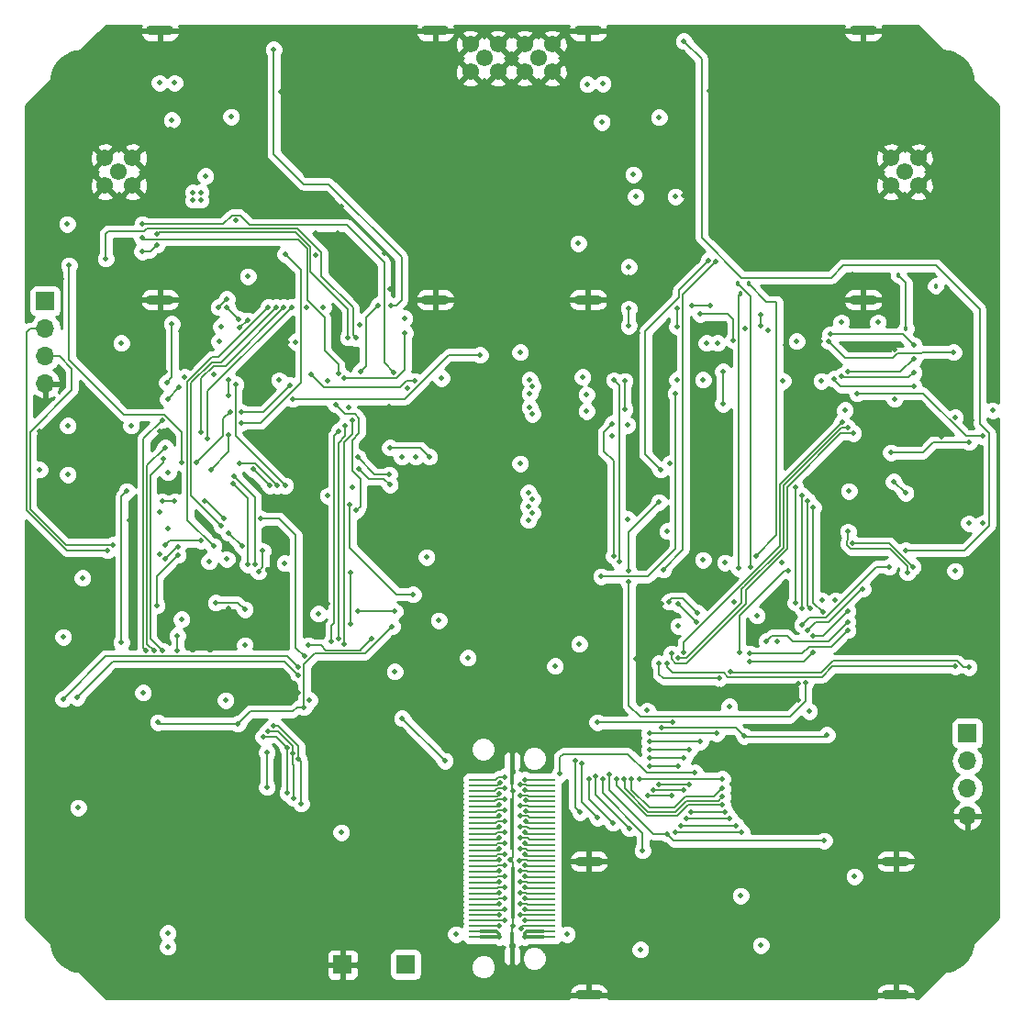
<source format=gbr>
G04 #@! TF.GenerationSoftware,KiCad,Pcbnew,no-vcs-found*
G04 #@! TF.CreationDate,2018-08-11T17:43:10-05:00*
G04 #@! TF.ProjectId,rtihu,72746968752E6B696361645F70636200,rev?*
G04 #@! TF.SameCoordinates,Original
G04 #@! TF.FileFunction,Copper,L4,Bot,Signal*
G04 #@! TF.FilePolarity,Positive*
%FSLAX46Y46*%
G04 Gerber Fmt 4.6, Leading zero omitted, Abs format (unit mm)*
G04 Created by KiCad (PCBNEW no-vcs-found) date Sat Aug 11 17:43:10 2018*
%MOMM*%
%LPD*%
G01*
G04 APERTURE LIST*
%ADD10C,0.100000*%
%ADD11R,0.430000X2.540000*%
%ADD12R,0.430000X4.700000*%
%ADD13R,2.270000X0.279400*%
%ADD14C,0.685800*%
%ADD15O,2.540000X0.889000*%
%ADD16C,6.350000*%
%ADD17C,1.550000*%
%ADD18R,1.700000X1.700000*%
%ADD19O,1.700000X1.700000*%
%ADD20C,0.508000*%
%ADD21C,0.457200*%
%ADD22C,0.584200*%
%ADD23C,0.304800*%
%ADD24C,0.152400*%
%ADD25C,0.127000*%
%ADD26C,0.254000*%
G04 APERTURE END LIST*
D10*
D11*
X196000000Y-144065000D03*
D12*
X196050000Y-139175000D03*
D11*
X196000000Y-127935000D03*
D13*
X193150000Y-134750000D03*
X193150000Y-143250000D03*
X193150000Y-142750000D03*
X193150000Y-142250000D03*
X193150000Y-141750000D03*
X193150000Y-141250000D03*
X193150000Y-140750000D03*
X193150000Y-140250000D03*
X193150000Y-139750000D03*
X193150000Y-139250000D03*
X193150000Y-138750000D03*
X193150000Y-138250000D03*
X193150000Y-137750000D03*
X193150000Y-137250000D03*
X193150000Y-136750000D03*
X193150000Y-136250000D03*
X193150000Y-135750000D03*
X193150000Y-135250000D03*
X193150000Y-134250000D03*
X193150000Y-133750000D03*
X193150000Y-133250000D03*
X193150000Y-132750000D03*
X193150000Y-132250000D03*
X193150000Y-131750000D03*
X193150000Y-131250000D03*
X193150000Y-130750000D03*
X193150000Y-130250000D03*
X193150000Y-129750000D03*
X193150000Y-129250000D03*
X193150000Y-128750000D03*
X198850000Y-128750000D03*
X198850000Y-129250000D03*
X198850000Y-129750000D03*
X198850000Y-130250000D03*
X198850000Y-130750000D03*
X198850000Y-131250000D03*
X198850000Y-131750000D03*
X198850000Y-132250000D03*
X198850000Y-132750000D03*
X198850000Y-133250000D03*
X198850000Y-133750000D03*
X198850000Y-134250000D03*
X198850000Y-135250000D03*
X198850000Y-135750000D03*
X198850000Y-136250000D03*
X198850000Y-136750000D03*
X198850000Y-137250000D03*
X198850000Y-137750000D03*
X198850000Y-138250000D03*
X198850000Y-138750000D03*
X198850000Y-139250000D03*
X198850000Y-139750000D03*
X198850000Y-140250000D03*
X198850000Y-140750000D03*
X198850000Y-141250000D03*
X198850000Y-141750000D03*
X198850000Y-142250000D03*
X198850000Y-142750000D03*
X198850000Y-143250000D03*
X198850000Y-134750000D03*
D12*
X196000000Y-132825000D03*
D14*
X216281000Y-73152000D03*
X216281000Y-71882000D03*
X216281000Y-70612000D03*
X216281000Y-69342000D03*
X221488000Y-73279000D03*
X220599000Y-72390000D03*
X220599000Y-71120000D03*
X220599000Y-69850000D03*
X220599000Y-68580000D03*
X221361000Y-66040000D03*
X220472000Y-65151000D03*
X216662000Y-64262000D03*
X216662000Y-62992000D03*
X216789000Y-61722000D03*
X218059000Y-61722000D03*
X219329000Y-61722000D03*
X224409000Y-64516000D03*
X225679000Y-64516000D03*
X223012000Y-61341000D03*
X223774000Y-60325000D03*
X225044000Y-60325000D03*
X226314000Y-60325000D03*
X227076000Y-61341000D03*
X228092000Y-61976000D03*
X162687000Y-66294000D03*
X162687000Y-67564000D03*
X162687000Y-68834000D03*
X164465000Y-68834000D03*
X162750500Y-70104000D03*
X203962000Y-69977000D03*
X202184000Y-66167000D03*
X202184000Y-67437000D03*
X202184000Y-68707000D03*
X202184000Y-69977000D03*
X176530000Y-64135000D03*
X177292000Y-63119000D03*
X184150000Y-63754000D03*
X185420000Y-63754000D03*
X187071000Y-60706000D03*
X182880000Y-60071000D03*
X181991000Y-60960000D03*
X177292000Y-61849000D03*
X178562000Y-61849000D03*
X179832000Y-61849000D03*
X182372000Y-65913000D03*
X181483000Y-65024000D03*
X182372000Y-68453000D03*
X181356000Y-69088000D03*
X181356000Y-70358000D03*
X181356000Y-71628000D03*
X181356000Y-72898000D03*
X176149000Y-68326000D03*
X177038000Y-69088000D03*
X177038000Y-70358000D03*
X177038000Y-71628000D03*
X177038000Y-72898000D03*
X181483000Y-63754000D03*
X181102000Y-61849000D03*
X188087000Y-62992000D03*
X189357000Y-62992000D03*
X188087000Y-61341000D03*
X189357000Y-61341000D03*
X190627000Y-61341000D03*
X190627000Y-62992000D03*
X201041000Y-73533000D03*
X199771000Y-73152000D03*
X198882000Y-72263000D03*
X197993000Y-71374000D03*
X201041000Y-71755000D03*
X200152000Y-70993000D03*
X199390000Y-70104000D03*
X197612000Y-70104000D03*
X197612000Y-68834000D03*
X199263000Y-68834000D03*
X197612000Y-67564000D03*
X199263000Y-67564000D03*
X199263000Y-66294000D03*
X197612000Y-66294000D03*
X199263000Y-65024000D03*
X197612000Y-65024000D03*
X221742000Y-63881000D03*
X220472000Y-63881000D03*
X220472000Y-62230000D03*
X221742000Y-62230000D03*
X228727000Y-64643000D03*
X229235000Y-62484000D03*
X230124000Y-63373000D03*
X229616000Y-65532000D03*
X231013000Y-64262000D03*
X231902000Y-65151000D03*
X230505000Y-66421000D03*
X233045000Y-67183000D03*
X231394000Y-67183000D03*
X233045000Y-68453000D03*
X231394000Y-68453000D03*
X231521000Y-69723000D03*
X232918000Y-69723000D03*
D15*
X163512500Y-59626500D03*
X163512500Y-84455000D03*
X188912500Y-59626500D03*
X188912500Y-84455000D03*
X203009500Y-59626500D03*
X203009500Y-84455000D03*
X228409500Y-59626500D03*
X228409500Y-84455000D03*
D14*
X164909500Y-72390000D03*
X164909500Y-71120000D03*
X164465000Y-70104000D03*
D16*
X235500000Y-64500000D03*
X156500000Y-64500000D03*
X156500000Y-143500000D03*
X235500000Y-143500000D03*
D17*
X230949500Y-71374000D03*
X230949500Y-73914000D03*
X233489500Y-73914000D03*
X233489500Y-71374000D03*
X232219500Y-72644000D03*
X198437500Y-62166500D03*
X199707500Y-60896500D03*
X199707500Y-63436500D03*
X197167500Y-63436500D03*
X197167500Y-60896500D03*
X192151000Y-60896500D03*
X192151000Y-63436500D03*
X194691000Y-63436500D03*
X194691000Y-60896500D03*
X193421000Y-62166500D03*
X159702500Y-72644000D03*
X160972500Y-71374000D03*
X160972500Y-73914000D03*
X158432500Y-73914000D03*
X158432500Y-71374000D03*
D18*
X237998000Y-124460000D03*
D19*
X237998000Y-127000000D03*
X237998000Y-129540000D03*
X237998000Y-132080000D03*
X152908000Y-92202000D03*
X152908000Y-89662000D03*
X152908000Y-87122000D03*
D18*
X152908000Y-84582000D03*
X180340000Y-145796000D03*
X186182000Y-145796000D03*
D15*
X203073000Y-136271000D03*
X203073000Y-148590000D03*
X231394000Y-136271000D03*
X231394000Y-148590000D03*
D20*
X206502000Y-66167000D03*
X206502000Y-67056000D03*
X205613000Y-66992500D03*
X205613000Y-66167000D03*
X206057500Y-66611500D03*
X217487500Y-87122000D03*
X227774500Y-74930000D03*
X226060000Y-80581500D03*
X227393500Y-82105500D03*
X211074000Y-72898000D03*
X211836000Y-74803000D03*
X212090000Y-76390500D03*
X209994500Y-77152500D03*
X213296500Y-80391000D03*
X206756000Y-82359500D03*
X209296000Y-79629000D03*
X227139500Y-65595500D03*
X222948500Y-65595500D03*
X221869000Y-67246500D03*
X216027000Y-68262500D03*
X215201500Y-65659000D03*
X214185500Y-65214500D03*
X215074500Y-63627000D03*
X208343500Y-61849000D03*
X204406500Y-60833000D03*
X206121000Y-64198500D03*
X206756000Y-64389000D03*
X205549500Y-68897500D03*
X205613000Y-69596000D03*
X211074000Y-67627500D03*
X203073000Y-76517500D03*
D21*
X215265000Y-74549000D03*
X221615000Y-74549000D03*
X234950000Y-82232500D03*
X236283500Y-84836000D03*
X223012000Y-83502500D03*
X223583500Y-80137000D03*
X186563000Y-80645000D03*
X188214000Y-75057000D03*
D20*
X184213500Y-80200500D03*
X176974500Y-76263500D03*
X180276500Y-75819000D03*
X184150000Y-75247500D03*
X154432000Y-82550000D03*
X154432000Y-79946500D03*
X154432000Y-78740000D03*
X163576000Y-76517500D03*
X167005000Y-66167000D03*
X167005000Y-67056000D03*
X166116000Y-67056000D03*
X166116000Y-66167000D03*
X166560500Y-66611500D03*
X174688500Y-65278000D03*
X175577500Y-63627000D03*
X168846500Y-61849000D03*
X163893500Y-81216500D03*
X164909500Y-60896500D03*
X166116000Y-69596000D03*
X170497500Y-77152500D03*
X171577000Y-67564000D03*
X169037000Y-80708500D03*
X166052500Y-68770500D03*
X167259000Y-64452500D03*
X166560500Y-64452500D03*
X184721500Y-83502500D03*
X181927500Y-86804500D03*
X187198000Y-88646000D03*
X167449500Y-82931000D03*
X186880500Y-64770000D03*
X182689500Y-64833500D03*
X182626000Y-67246500D03*
X172275500Y-74803000D03*
X171577000Y-72898000D03*
X188099700Y-83032600D03*
X153035000Y-135001000D03*
X154432000Y-135001000D03*
X162814000Y-135001000D03*
X162814000Y-133731000D03*
X164846000Y-129794000D03*
X163322000Y-129794000D03*
X187007500Y-139192000D03*
X187007500Y-137922000D03*
X189230000Y-136080500D03*
X182689500Y-134683500D03*
X178816000Y-139192000D03*
X183134000Y-142049500D03*
X187706000Y-116903500D03*
X169799000Y-112903000D03*
X225171000Y-108966000D03*
X168465500Y-91376500D03*
X222885000Y-73660000D03*
X238379000Y-95567500D03*
X240538000Y-92456000D03*
X240538000Y-91186000D03*
X240538000Y-88646000D03*
X232219500Y-96710500D03*
X235585000Y-97091500D03*
X237490000Y-101346000D03*
X233997500Y-114554000D03*
X238125000Y-109474000D03*
X239395000Y-121158000D03*
X235585000Y-121158000D03*
X222377000Y-121412000D03*
X176225200Y-120751600D03*
X187706000Y-102616000D03*
X189611000Y-106299000D03*
X189611000Y-108204000D03*
X181292500Y-101727000D03*
X216027000Y-126746000D03*
X207391000Y-117602000D03*
X209804000Y-112522000D03*
X209994500Y-91503500D03*
X199898000Y-83439000D03*
X191706500Y-110363000D03*
X177888900Y-80352900D03*
X178854100Y-79286100D03*
X179920900Y-80352900D03*
X177888900Y-78320900D03*
X179920900Y-78320900D03*
X165455600Y-87325200D03*
X184658000Y-94335600D03*
X163525200Y-101600000D03*
X175260000Y-88392000D03*
X179730400Y-88036400D03*
X167386000Y-88290400D03*
X188976000Y-93599000D03*
X202387200Y-95605600D03*
X175831500Y-67183000D03*
X175831500Y-65468500D03*
X172110400Y-76415900D03*
X182372000Y-74549000D03*
X175958500Y-74549000D03*
X163957000Y-91059000D03*
X160845500Y-87693500D03*
X178943000Y-112522000D03*
X173037500Y-115570000D03*
X155892500Y-98298000D03*
X163449000Y-96583500D03*
X158178500Y-97345500D03*
X153606500Y-98615500D03*
X153606500Y-97345500D03*
X152400000Y-96583500D03*
X157035500Y-104013000D03*
X157035500Y-105537000D03*
X160718500Y-104838500D03*
X183515000Y-119888000D03*
X163449000Y-107950000D03*
X175895000Y-119888000D03*
X168275000Y-119888000D03*
X157099000Y-127508000D03*
X153289000Y-127508000D03*
X155829000Y-115570000D03*
X156972000Y-114427000D03*
X159639000Y-124079000D03*
X172593000Y-145415000D03*
X172593000Y-144145000D03*
X173609000Y-147320000D03*
X164211000Y-145415000D03*
X207391000Y-147574000D03*
X227266500Y-101028500D03*
X203962000Y-89916000D03*
X201676000Y-89535000D03*
X205041500Y-88201500D03*
X188087000Y-95123000D03*
X223393000Y-126619000D03*
X218757500Y-115062000D03*
X229997000Y-119888000D03*
X215138000Y-120396000D03*
X231267000Y-89027000D03*
X202946000Y-105664000D03*
X202946000Y-104140000D03*
X219329000Y-78422500D03*
X219329000Y-80454500D03*
X217297000Y-80454500D03*
X217297000Y-78422500D03*
X218313000Y-79375000D03*
X209550000Y-97091500D03*
X209473800Y-108077000D03*
X209473800Y-104825800D03*
X209651600Y-101600000D03*
X214426800Y-91135200D03*
X221234000Y-88595200D03*
X219519500Y-112395000D03*
X216471500Y-112331500D03*
X227838000Y-94361000D03*
X224472500Y-88328500D03*
X217043000Y-76136500D03*
X219964000Y-75628500D03*
X212661500Y-91376500D03*
X207581500Y-87566500D03*
X222377000Y-119888000D03*
X220472000Y-115951000D03*
X214757000Y-109474000D03*
X213233000Y-112268000D03*
X216090500Y-141922500D03*
X217614500Y-138303000D03*
D21*
X220853000Y-140716000D03*
X219583000Y-140716000D03*
X220218000Y-140716000D03*
X219583000Y-137414000D03*
X220853000Y-137414000D03*
X220218000Y-137414000D03*
X210121500Y-140652500D03*
X226758500Y-137477500D03*
X221996000Y-141922500D03*
X227076000Y-141732000D03*
X222885000Y-139700000D03*
X211455000Y-145669000D03*
X210185000Y-145669000D03*
X210185000Y-142367000D03*
X211455000Y-142367000D03*
X210820000Y-142367000D03*
X210820000Y-145669000D03*
X206883000Y-146939000D03*
X208280000Y-143256000D03*
D20*
X217678000Y-146685000D03*
X213487000Y-144653000D03*
X213233000Y-142875000D03*
X200406000Y-89281000D03*
X200406000Y-99568000D03*
X175006000Y-147320000D03*
X195834000Y-136144000D03*
X196088000Y-129794000D03*
X196037200Y-142189200D03*
D22*
X193548000Y-106045000D03*
X193548000Y-102870000D03*
X193675000Y-95631000D03*
X173482000Y-109347000D03*
X170434000Y-109347000D03*
X167005000Y-109347000D03*
X168148000Y-116713000D03*
X166497000Y-116713000D03*
X168910000Y-109347000D03*
D20*
X202120500Y-79248000D03*
D21*
X235077000Y-83185000D03*
D20*
X229743000Y-86550500D03*
X206629000Y-104711500D03*
X211328000Y-114554000D03*
X225806000Y-112204500D03*
X224599500Y-112204500D03*
X206629000Y-96012000D03*
X222250000Y-88265000D03*
X240347500Y-94678500D03*
X236855000Y-95313500D03*
X239395000Y-105092500D03*
X238125000Y-105092500D03*
X236855000Y-109474000D03*
X218567000Y-113601500D03*
X202184000Y-116205000D03*
X202501500Y-91567000D03*
X219583000Y-87249000D03*
X226377500Y-86550500D03*
X213931500Y-88455500D03*
X202882500Y-94742000D03*
X202882500Y-93218000D03*
X214947500Y-88455500D03*
X231267000Y-93599000D03*
X205232000Y-97028000D03*
X207835500Y-144399000D03*
X218948000Y-144018000D03*
X215646000Y-108712000D03*
X220853000Y-108712000D03*
X213614000Y-108458000D03*
X210312000Y-105791000D03*
X210566000Y-99568000D03*
X211201000Y-91821000D03*
X213614000Y-91821000D03*
X220980000Y-91948000D03*
X224536000Y-91948000D03*
X226695000Y-94615000D03*
X227076000Y-102108000D03*
X207391000Y-74930000D03*
X204343000Y-64516000D03*
X209550000Y-67627500D03*
X207200500Y-72898000D03*
X211074000Y-74930000D03*
X204279500Y-68072000D03*
X202946000Y-64579500D03*
X206756000Y-81407000D03*
X201041000Y-143002000D03*
X171640500Y-82296000D03*
X190817500Y-143002000D03*
X199961500Y-118237000D03*
X180213000Y-133604000D03*
X177292000Y-121412000D03*
X191897000Y-117475000D03*
X161925000Y-120713500D03*
X185166000Y-118745000D03*
X169545000Y-121412000D03*
X164846000Y-64452500D03*
X167259000Y-75247500D03*
X166560500Y-75247500D03*
X166560500Y-74549000D03*
X167259000Y-74549000D03*
X167703500Y-73025000D03*
X170053000Y-67564000D03*
X163449000Y-64452500D03*
X164592000Y-67881500D03*
X226949000Y-91122500D03*
X233045000Y-89916000D03*
X236728000Y-89281000D03*
X225171000Y-88265000D03*
X226377500Y-91503500D03*
X233045000Y-91186000D03*
X225742500Y-91757500D03*
X233045000Y-92456000D03*
X185064400Y-91135200D03*
X161899600Y-77470000D03*
X161848800Y-78740000D03*
X179984400Y-91236800D03*
X161848800Y-80010000D03*
X163220400Y-79400400D03*
X163220400Y-78384400D03*
X180848000Y-87934800D03*
X155130500Y-81280000D03*
X175514000Y-92329000D03*
X171005500Y-94805500D03*
X169989500Y-94805500D03*
X166878000Y-99504500D03*
X165544500Y-99504500D03*
X158496000Y-80670400D03*
X181559200Y-87985600D03*
X205422500Y-91884500D03*
X205867000Y-108585000D03*
X205359000Y-108077000D03*
X205232000Y-95885000D03*
X213360000Y-85788500D03*
X216408000Y-88201500D03*
X181038500Y-103378000D03*
X175069500Y-101600000D03*
X170497500Y-92265500D03*
X186880500Y-111633000D03*
X177482500Y-91376500D03*
X187007500Y-91948000D03*
X206756000Y-86868000D03*
X206756000Y-85280500D03*
X209677000Y-100139500D03*
X214122000Y-80835500D03*
X209931000Y-109347000D03*
X214820500Y-80899000D03*
X219456000Y-115951000D03*
X226949000Y-114173000D03*
X213106000Y-113347500D03*
X210439000Y-112331500D03*
X217932000Y-117094000D03*
X226949000Y-114935000D03*
X212979000Y-114173000D03*
X211328000Y-112522000D03*
X216916000Y-109220000D03*
D21*
X217043000Y-83883500D03*
D20*
X218503500Y-108077000D03*
D21*
X217805000Y-82994500D03*
D20*
X217995500Y-109156500D03*
D21*
X216852500Y-82994500D03*
D20*
X223774000Y-115443000D03*
X223774000Y-116967000D03*
X217932000Y-117856000D03*
X226949000Y-113157000D03*
X232283000Y-102298500D03*
X231203500Y-101219000D03*
X238125000Y-97599500D03*
X230949500Y-98552000D03*
X227838000Y-93091000D03*
X239395000Y-97028000D03*
X218948000Y-86868000D03*
X218948000Y-85852000D03*
D21*
X231648000Y-82169000D03*
X232346500Y-87122000D03*
D20*
X211201000Y-86931500D03*
X211201000Y-85217000D03*
X212598000Y-85026500D03*
X214312500Y-85026500D03*
X209550000Y-117983000D03*
X215138000Y-119380000D03*
X216154000Y-118745000D03*
X238125000Y-118364000D03*
X210312000Y-117983000D03*
X236855000Y-118300500D03*
X169862500Y-91884500D03*
X169862500Y-93281500D03*
X175768000Y-93599000D03*
X193040000Y-89535000D03*
X204216000Y-109982000D03*
X211074000Y-93091000D03*
X170878500Y-87058500D03*
X171577000Y-86360000D03*
X169672000Y-85153500D03*
X170751500Y-86233000D03*
X184721500Y-101536500D03*
X181864000Y-100076000D03*
X184721500Y-98107500D03*
X188341000Y-98933000D03*
X184658000Y-100584000D03*
X181737000Y-98996500D03*
X169862500Y-105981500D03*
X169164000Y-105283000D03*
X172974000Y-107632500D03*
X172593000Y-109537500D03*
X171069000Y-107188000D03*
X174244000Y-85153500D03*
X172275500Y-108902500D03*
X167894000Y-97282000D03*
X170307000Y-100711000D03*
X175641000Y-85153500D03*
X170243500Y-101409500D03*
X171577000Y-108902500D03*
X167322500Y-96710500D03*
X174942500Y-85153500D03*
X168465500Y-107188000D03*
X173482000Y-85153500D03*
X168211500Y-100139500D03*
X169862500Y-96964500D03*
X175069500Y-80264000D03*
X171005500Y-95821500D03*
X180530500Y-91694000D03*
X165290500Y-92519500D03*
X164211000Y-93599000D03*
X186118500Y-87503000D03*
X164147500Y-92075000D03*
X164592000Y-86677500D03*
X168910000Y-85153500D03*
X169672000Y-84391500D03*
X176276000Y-118364000D03*
X154559000Y-121285000D03*
X176276000Y-119075200D03*
X208661000Y-126746000D03*
X211836000Y-126746000D03*
X208534000Y-130175000D03*
X210693000Y-130175000D03*
X211328000Y-127508000D03*
X208661000Y-127508000D03*
X210820000Y-123444000D03*
X203835000Y-123444000D03*
X203885800Y-132257800D03*
X202438000Y-127254000D03*
X202285600Y-131749800D03*
X201803000Y-127000000D03*
X189801500Y-127000000D03*
X185864500Y-123063000D03*
X212852000Y-128079500D03*
X200406000Y-128206500D03*
X154940000Y-77470000D03*
X186055000Y-86169500D03*
X186372500Y-92583000D03*
X168973500Y-88328500D03*
X178117500Y-113411000D03*
X155956000Y-131318000D03*
X168021000Y-108585000D03*
X164274500Y-100393500D03*
X165798500Y-91567000D03*
X174498000Y-91884500D03*
X178943000Y-91948000D03*
X180911500Y-94424500D03*
X179006500Y-102552500D03*
X175006000Y-108775500D03*
X169672000Y-108394500D03*
X164274500Y-105600500D03*
X223062800Y-119786400D03*
X206756000Y-110490000D03*
X206756000Y-109474000D03*
X209550000Y-103124000D03*
X184912000Y-114617500D03*
X213360000Y-125222000D03*
X208661000Y-125222000D03*
X212344000Y-125984000D03*
X208661000Y-125984000D03*
X204978000Y-128270000D03*
X208026000Y-135255000D03*
X204343000Y-128651000D03*
X217170000Y-133604000D03*
X211074000Y-133604000D03*
X203708000Y-128422400D03*
X206806800Y-133248400D03*
X216662000Y-132969000D03*
X211582000Y-132969000D03*
X203073000Y-128651000D03*
X205282800Y-132740400D03*
X176530000Y-130937000D03*
X215392000Y-131064000D03*
X173990000Y-123761500D03*
X176276000Y-126809500D03*
X205613000Y-128714500D03*
X175831500Y-130429000D03*
X215392000Y-130302000D03*
X173482000Y-124269500D03*
X175768000Y-126301500D03*
X206311500Y-128714500D03*
X175260000Y-129921000D03*
X207010000Y-128714500D03*
X175260000Y-125793500D03*
X173037500Y-124777500D03*
X215392000Y-129540000D03*
X173355000Y-126238000D03*
X173355000Y-129413000D03*
X207772000Y-128651000D03*
X215392000Y-128651000D03*
X187071000Y-98933000D03*
X185801000Y-98933000D03*
X188087000Y-108204000D03*
X189484000Y-91694000D03*
X178562000Y-85153500D03*
X177038000Y-85153500D03*
X189230000Y-114046000D03*
X159956500Y-88455500D03*
X233045000Y-88646000D03*
X225361500Y-87630000D03*
X171323000Y-113030000D03*
X168656000Y-112395000D03*
X174307500Y-101600000D03*
X170878500Y-99568000D03*
X173609000Y-101600000D03*
X172085000Y-100076000D03*
X181292500Y-95567500D03*
X180530500Y-116205000D03*
X180594000Y-96075500D03*
X179959000Y-115760500D03*
X180022500Y-96583500D03*
X179324000Y-116014500D03*
X165163500Y-107251500D03*
X164020500Y-108331000D03*
X165163500Y-108013500D03*
X163195000Y-112649000D03*
X181800500Y-113220500D03*
X185166000Y-113220500D03*
X177165000Y-116332000D03*
X183007000Y-115760500D03*
X165100000Y-115443000D03*
X165100000Y-116840000D03*
X164020500Y-107061000D03*
X167259000Y-106680000D03*
X181102000Y-109601000D03*
X181102000Y-114363500D03*
X159956500Y-116078000D03*
X160464500Y-102108000D03*
X163830000Y-99123500D03*
X163703000Y-116840000D03*
X163957000Y-98107500D03*
X162941000Y-116840000D03*
X163703000Y-95567500D03*
X162242500Y-116840000D03*
X155829000Y-121158000D03*
X169113200Y-86918800D03*
X175971200Y-88341200D03*
X155003500Y-96075500D03*
X160845500Y-96075500D03*
X155003500Y-100584000D03*
X152400000Y-100139500D03*
X163449000Y-104076500D03*
X154559000Y-115570000D03*
X171323000Y-116332000D03*
X165481000Y-113919000D03*
X164211000Y-144145000D03*
X156337000Y-110109000D03*
X164211000Y-142875000D03*
X217106500Y-139446000D03*
X227584000Y-137668000D03*
X197154800Y-143256000D03*
X194818000Y-143256000D03*
X223393000Y-122428000D03*
X216027000Y-121983500D03*
X208470500Y-122364500D03*
X196723000Y-89281000D03*
X197612000Y-91821000D03*
X197866000Y-92456000D03*
X197612000Y-93091000D03*
X197612000Y-94361000D03*
X197866000Y-94996000D03*
X196723000Y-99568000D03*
X197485000Y-102235000D03*
X197866000Y-102870000D03*
X197485000Y-103505000D03*
X197866000Y-104140000D03*
X197485000Y-104775000D03*
X206375000Y-91948000D03*
X206375000Y-94551500D03*
X222123000Y-101727000D03*
X222123000Y-112395000D03*
X222758000Y-112903000D03*
X222758000Y-102489000D03*
X223520000Y-112903000D03*
X223266000Y-102997000D03*
X223774000Y-103632000D03*
X224663000Y-113284000D03*
X221488000Y-109474000D03*
X216979500Y-116967000D03*
X230759000Y-109093000D03*
X222758000Y-114427000D03*
X228346000Y-111125000D03*
X223266000Y-114935000D03*
X227457000Y-96774000D03*
X210693000Y-117094000D03*
X211328000Y-117475000D03*
X226949000Y-96266000D03*
X226441000Y-95758000D03*
X211836000Y-116967000D03*
X215442800Y-91084400D03*
X215442800Y-94081600D03*
X163322000Y-123444000D03*
X170688000Y-123571000D03*
X176784000Y-122047000D03*
X225044000Y-124587000D03*
X209804000Y-123952000D03*
X217424000Y-124714000D03*
X214884000Y-124460000D03*
X208661000Y-124460000D03*
X197205600Y-134569200D03*
X196748400Y-134061200D03*
X212344000Y-129159000D03*
X209550000Y-129159000D03*
X196748400Y-129209800D03*
X211836000Y-129667000D03*
X209042000Y-129667000D03*
X197205600Y-129692400D03*
X196748400Y-130175000D03*
X196773800Y-131140200D03*
X197231000Y-130657600D03*
X224790000Y-134366000D03*
X210286600Y-133756400D03*
X197205600Y-133578600D03*
X196748400Y-135077200D03*
X196773800Y-133070600D03*
X197231000Y-132588000D03*
X212090000Y-132334000D03*
X216027000Y-132334000D03*
X196773800Y-132105400D03*
X212471000Y-131699000D03*
X215646000Y-131699000D03*
X197231000Y-131622800D03*
X194818000Y-130048000D03*
X195326000Y-129540000D03*
X194868800Y-129032000D03*
X195275200Y-128473200D03*
X196850000Y-142443200D03*
X197205600Y-141732000D03*
X196748400Y-141224000D03*
X197205600Y-140716000D03*
X196748400Y-140208000D03*
X197205600Y-139700000D03*
X196748400Y-139192000D03*
X197205600Y-138684000D03*
X196748400Y-138176000D03*
X197205600Y-137668000D03*
X196748400Y-137160000D03*
X197205600Y-136652000D03*
X196697600Y-136194800D03*
X197154800Y-135636000D03*
X197205600Y-128727200D03*
X195275200Y-130556000D03*
X194818000Y-131064000D03*
X195275200Y-131572000D03*
X194818000Y-132080000D03*
X195275200Y-132588000D03*
X194818000Y-133096000D03*
X195275200Y-133604000D03*
X194818000Y-134112000D03*
X194818000Y-135128000D03*
X195275200Y-135636000D03*
X194818000Y-136144000D03*
X195275200Y-136652000D03*
X194818000Y-137160000D03*
X195275200Y-137668000D03*
X194818000Y-138176000D03*
X195275200Y-138684000D03*
X194818000Y-139192000D03*
X195275200Y-139700000D03*
X194818000Y-140208000D03*
X195275200Y-140716000D03*
X194818000Y-141224000D03*
X195275200Y-141732000D03*
X194818000Y-142240000D03*
X195275200Y-134620000D03*
X227393500Y-106934000D03*
X232981500Y-109093000D03*
X227012500Y-105854500D03*
X232473500Y-109601000D03*
X159131000Y-107061000D03*
X158623000Y-107569000D03*
X163703000Y-103060500D03*
X164846000Y-103060500D03*
X167640000Y-103060500D03*
X169418000Y-104648000D03*
X172783500Y-104648000D03*
X176834800Y-117348000D03*
X211836000Y-60579000D03*
X232283000Y-107569000D03*
X173990000Y-61341000D03*
X184785000Y-84963000D03*
X183642000Y-84963000D03*
X181991000Y-91059000D03*
X179705000Y-94107000D03*
X181610000Y-103886000D03*
D23*
X187198000Y-88646000D02*
X187261500Y-88646000D01*
D24*
X196050000Y-139175000D02*
X196050000Y-136360000D01*
X196050000Y-136360000D02*
X195834000Y-136144000D01*
D23*
X178854100Y-79286100D02*
X178841400Y-79273400D01*
D24*
X195834000Y-136144000D02*
X196088000Y-135890000D01*
X196088000Y-135890000D02*
X196088000Y-132913000D01*
X196088000Y-132913000D02*
X196000000Y-132825000D01*
X196088000Y-129794000D02*
X196088000Y-132737000D01*
X196088000Y-132737000D02*
X196000000Y-132825000D01*
X196088000Y-129794000D02*
X196000000Y-129706000D01*
X196000000Y-129706000D02*
X196000000Y-127935000D01*
D25*
X196050000Y-139175000D02*
X196050000Y-142176400D01*
X196050000Y-142176400D02*
X196037200Y-142189200D01*
X196000000Y-144065000D02*
X196000000Y-142226400D01*
X196000000Y-142226400D02*
X196037200Y-142189200D01*
D23*
X198850000Y-142750000D02*
X197356000Y-142750000D01*
X197167500Y-142938500D02*
X197167500Y-143243300D01*
X197356000Y-142750000D02*
X197167500Y-142938500D01*
D24*
X231838500Y-91122500D02*
X226949000Y-91122500D01*
X233045000Y-89916000D02*
X231838500Y-91122500D01*
X233870500Y-89281000D02*
X233743500Y-89408000D01*
X236728000Y-89281000D02*
X233870500Y-89281000D01*
X226758500Y-89852500D02*
X225171000Y-88265000D01*
X231140000Y-89852500D02*
X226758500Y-89852500D01*
X231584500Y-89408000D02*
X231140000Y-89852500D01*
X233743500Y-89408000D02*
X231584500Y-89408000D01*
X226504500Y-91630500D02*
X226377500Y-91503500D01*
X232600500Y-91630500D02*
X226504500Y-91630500D01*
X233045000Y-91186000D02*
X232600500Y-91630500D01*
X225742500Y-91884500D02*
X225742500Y-91757500D01*
X226314000Y-92456000D02*
X225742500Y-91884500D01*
X233045000Y-92456000D02*
X226314000Y-92456000D01*
X184200800Y-90271600D02*
X185064400Y-91135200D01*
X184200800Y-81026000D02*
X184200800Y-90271600D01*
X180746400Y-77571600D02*
X184200800Y-81026000D01*
X171805600Y-77571600D02*
X180746400Y-77571600D01*
X170891200Y-76657200D02*
X171805600Y-77571600D01*
X170129200Y-76657200D02*
X170891200Y-76657200D01*
X169316400Y-77470000D02*
X170129200Y-76657200D01*
X161899600Y-77470000D02*
X169316400Y-77470000D01*
X164947600Y-78892400D02*
X162001200Y-78892400D01*
X177088800Y-84505800D02*
X177088800Y-84480400D01*
X177088800Y-79756000D02*
X177088800Y-84480400D01*
X176225200Y-78892400D02*
X177088800Y-79756000D01*
X164947600Y-78892400D02*
X176225200Y-78892400D01*
X162001200Y-78892400D02*
X161848800Y-78740000D01*
X178689000Y-89154000D02*
X179984400Y-90449400D01*
X179984400Y-90449400D02*
X179984400Y-91236800D01*
X178689000Y-86106000D02*
X178689000Y-89154000D01*
X178689000Y-89154000D02*
X178689000Y-89154000D01*
X177101500Y-84518500D02*
X177088800Y-84505800D01*
X177088800Y-84505800D02*
X178689000Y-86106000D01*
X166319200Y-78232000D02*
X163372800Y-78232000D01*
X162610800Y-80010000D02*
X161848800Y-80010000D01*
X163220400Y-79400400D02*
X162610800Y-80010000D01*
X163372800Y-78232000D02*
X163220400Y-78384400D01*
X166306500Y-78232000D02*
X166319200Y-78232000D01*
X166319200Y-78232000D02*
X176022000Y-78232000D01*
X180848000Y-85293200D02*
X180848000Y-87934800D01*
X177393600Y-81838800D02*
X180848000Y-85293200D01*
X177393600Y-79603600D02*
X177393600Y-81838800D01*
X176022000Y-78232000D02*
X177393600Y-79603600D01*
X155130500Y-81280000D02*
X155130500Y-89979500D01*
X173037500Y-94805500D02*
X175514000Y-92329000D01*
X171005500Y-94805500D02*
X173037500Y-94805500D01*
X169354500Y-95440500D02*
X169989500Y-94805500D01*
X169354500Y-97028000D02*
X169354500Y-95440500D01*
X166878000Y-99504500D02*
X169354500Y-97028000D01*
X165544500Y-96710500D02*
X165544500Y-99504500D01*
X163893500Y-95059500D02*
X165544500Y-96710500D01*
X160210500Y-95059500D02*
X163893500Y-95059500D01*
X155130500Y-89979500D02*
X160210500Y-95059500D01*
X158496000Y-78384400D02*
X158496000Y-80670400D01*
X158750000Y-78130400D02*
X158496000Y-78384400D01*
X162001200Y-78130400D02*
X158750000Y-78130400D01*
X162255200Y-77876400D02*
X162001200Y-78130400D01*
X176174400Y-77876400D02*
X162255200Y-77876400D01*
X178409600Y-80111600D02*
X176174400Y-77876400D01*
X178409600Y-82245200D02*
X178409600Y-80111600D01*
X181305200Y-85140800D02*
X178409600Y-82245200D01*
X181305200Y-87731600D02*
X181305200Y-85140800D01*
X181559200Y-87985600D02*
X181305200Y-87731600D01*
X205422500Y-91884500D02*
X205867000Y-92329000D01*
X205867000Y-108585000D02*
X205867000Y-92329000D01*
X205359000Y-108077000D02*
X205359000Y-99314000D01*
X205359000Y-99314000D02*
X204470000Y-98425000D01*
X204470000Y-98425000D02*
X204470000Y-96647000D01*
X204470000Y-96647000D02*
X205232000Y-95885000D01*
X213360000Y-85788500D02*
X215900000Y-85788500D01*
X215900000Y-85788500D02*
X216408000Y-86296500D01*
X216408000Y-86296500D02*
X216408000Y-88201500D01*
X181038500Y-103378000D02*
X181038500Y-107315000D01*
X175069500Y-101600000D02*
X170497500Y-97028000D01*
X170497500Y-97028000D02*
X170497500Y-92265500D01*
X185356500Y-111633000D02*
X186880500Y-111633000D01*
X181038500Y-107315000D02*
X185356500Y-111633000D01*
X180530500Y-92519500D02*
X185674000Y-92519500D01*
X180530500Y-92519500D02*
X178625500Y-92519500D01*
X178625500Y-92519500D02*
X177482500Y-91376500D01*
X186245500Y-91948000D02*
X187007500Y-91948000D01*
X185674000Y-92519500D02*
X186245500Y-91948000D01*
X206756000Y-85280500D02*
X206756000Y-86868000D01*
X209867500Y-85788500D02*
X211391500Y-84264500D01*
X209867500Y-85788500D02*
X208280000Y-87376000D01*
X208280000Y-87376000D02*
X208280000Y-98742500D01*
X208280000Y-98742500D02*
X209677000Y-100139500D01*
X211391500Y-83566000D02*
X214122000Y-80835500D01*
X211391500Y-84264500D02*
X211391500Y-83566000D01*
X211772500Y-84645500D02*
X211772500Y-83947000D01*
X211772500Y-84645500D02*
X211772500Y-107505500D01*
X211772500Y-107505500D02*
X209931000Y-109347000D01*
X211772500Y-83947000D02*
X214820500Y-80899000D01*
X219964000Y-115443000D02*
X219456000Y-115951000D01*
X221361000Y-115443000D02*
X219964000Y-115443000D01*
X221869000Y-115951000D02*
X221361000Y-115443000D01*
X225171000Y-115951000D02*
X221869000Y-115951000D01*
X226949000Y-114173000D02*
X225171000Y-115951000D01*
X211772500Y-112014000D02*
X213106000Y-113347500D01*
X210756500Y-112014000D02*
X211772500Y-112014000D01*
X210439000Y-112331500D02*
X210756500Y-112014000D01*
X217932000Y-117094000D02*
X222758000Y-117094000D01*
X222758000Y-117094000D02*
X223393000Y-116459000D01*
X223393000Y-116459000D02*
X225425000Y-116459000D01*
X226949000Y-114935000D02*
X225425000Y-116459000D01*
X211328000Y-112522000D02*
X212979000Y-114173000D01*
X216916000Y-86741000D02*
X216916000Y-84010500D01*
X216916000Y-86741000D02*
X216916000Y-109220000D01*
X216916000Y-84010500D02*
X217043000Y-83883500D01*
X220408500Y-84645500D02*
X219456000Y-84645500D01*
X220408500Y-84645500D02*
X220408500Y-106172000D01*
X220408500Y-106172000D02*
X218503500Y-108077000D01*
X219456000Y-84645500D02*
X217805000Y-82994500D01*
X217995500Y-86360000D02*
X217995500Y-84137500D01*
X217995500Y-86360000D02*
X217995500Y-109156500D01*
X217995500Y-84137500D02*
X216852500Y-82994500D01*
X224663000Y-115443000D02*
X226949000Y-113157000D01*
X224663000Y-115443000D02*
X223774000Y-115443000D01*
X223774000Y-116967000D02*
X222885000Y-117856000D01*
X222885000Y-117856000D02*
X217932000Y-117856000D01*
X231203500Y-101219000D02*
X232283000Y-102298500D01*
X234886500Y-97599500D02*
X238125000Y-97599500D01*
X233934000Y-98552000D02*
X234886500Y-97599500D01*
X230949500Y-98552000D02*
X233934000Y-98552000D01*
X233934000Y-93091000D02*
X237871000Y-97028000D01*
X227838000Y-93091000D02*
X233934000Y-93091000D01*
X237871000Y-97028000D02*
X239395000Y-97028000D01*
X218948000Y-86868000D02*
X218948000Y-85852000D01*
X232346500Y-82867500D02*
X231648000Y-82169000D01*
X232346500Y-87122000D02*
X232346500Y-82867500D01*
X211201000Y-85217000D02*
X211201000Y-86931500D01*
X214312500Y-85026500D02*
X212598000Y-85026500D01*
X216281000Y-118872000D02*
X224549444Y-118872000D01*
X209550000Y-117983000D02*
X209550000Y-118999000D01*
X209550000Y-118999000D02*
X209931000Y-119380000D01*
X209931000Y-119380000D02*
X215138000Y-119380000D01*
X216281000Y-118872000D02*
X216154000Y-118745000D01*
X237617000Y-118364000D02*
X238125000Y-118364000D01*
X237045500Y-117792500D02*
X237617000Y-118364000D01*
X225628944Y-117792500D02*
X237045500Y-117792500D01*
X224549444Y-118872000D02*
X225628944Y-117792500D01*
X215900000Y-119253000D02*
X224599500Y-119253000D01*
X210312000Y-117983000D02*
X210312000Y-118364000D01*
X210312000Y-118364000D02*
X210820000Y-118872000D01*
X210820000Y-118872000D02*
X215519000Y-118872000D01*
X215900000Y-119253000D02*
X215519000Y-118872000D01*
X225552000Y-118300500D02*
X236855000Y-118300500D01*
X224599500Y-119253000D02*
X225552000Y-118300500D01*
X180149500Y-93599000D02*
X186055000Y-93599000D01*
X169862500Y-93281500D02*
X169862500Y-91884500D01*
X180149500Y-93599000D02*
X175768000Y-93599000D01*
X190119000Y-89535000D02*
X193040000Y-89535000D01*
X186055000Y-93599000D02*
X190119000Y-89535000D01*
X204216000Y-109982000D02*
X208534000Y-109982000D01*
X208534000Y-109982000D02*
X211074000Y-107442000D01*
X211074000Y-107442000D02*
X211074000Y-93091000D01*
X170878500Y-87058500D02*
X171577000Y-86360000D01*
X170751500Y-86233000D02*
X169672000Y-85153500D01*
X184721500Y-101536500D02*
X184150000Y-100965000D01*
X184150000Y-100965000D02*
X182753000Y-100965000D01*
X181864000Y-100076000D02*
X182753000Y-100965000D01*
X187515500Y-98107500D02*
X184721500Y-98107500D01*
X188341000Y-98933000D02*
X187515500Y-98107500D01*
X183324500Y-100584000D02*
X184658000Y-100584000D01*
X181737000Y-98996500D02*
X183324500Y-100584000D01*
X169164000Y-105283000D02*
X166370000Y-102489000D01*
X172593000Y-109537500D02*
X172974000Y-109156500D01*
X172974000Y-109156500D02*
X172974000Y-107632500D01*
X171069000Y-107188000D02*
X169862500Y-105981500D01*
X166370000Y-92138500D02*
X166370000Y-102489000D01*
X168275000Y-90233500D02*
X166370000Y-92138500D01*
X169164000Y-90233500D02*
X168275000Y-90233500D01*
X174244000Y-85153500D02*
X169164000Y-90233500D01*
X172275500Y-102679500D02*
X170307000Y-100711000D01*
X172275500Y-108902500D02*
X172275500Y-102679500D01*
X167894000Y-92900500D02*
X167894000Y-97282000D01*
X175641000Y-85153500D02*
X167894000Y-92900500D01*
X171577000Y-102743000D02*
X170243500Y-101409500D01*
X171577000Y-108902500D02*
X171577000Y-102743000D01*
X167322500Y-91694000D02*
X167322500Y-96710500D01*
X168465500Y-90551000D02*
X167322500Y-91694000D01*
X169545000Y-90551000D02*
X168465500Y-90551000D01*
X174942500Y-85153500D02*
X169545000Y-90551000D01*
X166052500Y-104775000D02*
X168465500Y-107188000D01*
X166052500Y-92011500D02*
X166052500Y-104775000D01*
X168338500Y-89725500D02*
X166052500Y-92011500D01*
X168910000Y-89725500D02*
X168338500Y-89725500D01*
X173482000Y-85153500D02*
X168910000Y-89725500D01*
X168211500Y-100139500D02*
X169862500Y-98488500D01*
X169862500Y-98488500D02*
X169862500Y-96964500D01*
X176530000Y-92075000D02*
X176530000Y-81724500D01*
X176530000Y-81724500D02*
X175069500Y-80264000D01*
X172783500Y-95821500D02*
X176530000Y-92075000D01*
X171005500Y-95821500D02*
X172783500Y-95821500D01*
X180530500Y-91694000D02*
X185356500Y-91694000D01*
X164211000Y-93599000D02*
X165290500Y-92519500D01*
X186118500Y-90932000D02*
X186118500Y-87503000D01*
X185356500Y-91694000D02*
X186118500Y-90932000D01*
X164592000Y-91630500D02*
X164147500Y-92075000D01*
X164592000Y-86677500D02*
X164592000Y-91630500D01*
X169672000Y-84391500D02*
X168910000Y-85153500D01*
X175260000Y-117348000D02*
X176276000Y-118364000D01*
X158496000Y-117348000D02*
X154559000Y-121285000D01*
X158496000Y-117348000D02*
X175260000Y-117348000D01*
X159156400Y-117830600D02*
X175031400Y-117830600D01*
X175031400Y-117830600D02*
X176276000Y-119075200D01*
X211836000Y-126746000D02*
X208661000Y-126746000D01*
X210693000Y-130175000D02*
X208534000Y-130175000D01*
X211328000Y-127508000D02*
X208661000Y-127508000D01*
X210820000Y-123444000D02*
X203835000Y-123444000D01*
X203885800Y-132257800D02*
X202438000Y-130810000D01*
X202438000Y-127254000D02*
X202438000Y-130810000D01*
X201803000Y-131267200D02*
X202285600Y-131749800D01*
X201803000Y-127000000D02*
X201803000Y-131267200D01*
X189801500Y-127000000D02*
X185864500Y-123063000D01*
X208407000Y-128079500D02*
X212852000Y-128079500D01*
X206692500Y-126365000D02*
X208407000Y-128079500D01*
X200723500Y-126365000D02*
X206692500Y-126365000D01*
X200406000Y-126682500D02*
X200723500Y-126365000D01*
X200406000Y-128206500D02*
X200406000Y-126682500D01*
X206756000Y-109474000D02*
X206756000Y-105918000D01*
X207822800Y-122936000D02*
X221640400Y-122936000D01*
X221640400Y-122936000D02*
X223062800Y-121513600D01*
X223062800Y-121513600D02*
X223062800Y-119786400D01*
X206756000Y-110490000D02*
X206756000Y-121869200D01*
X206756000Y-121869200D02*
X207822800Y-122936000D01*
X206756000Y-105918000D02*
X209550000Y-103124000D01*
X176784000Y-118110000D02*
X176784000Y-122047000D01*
X176784000Y-118110000D02*
X177800000Y-117094000D01*
X177800000Y-117094000D02*
X182435500Y-117094000D01*
X184912000Y-114617500D02*
X182435500Y-117094000D01*
X208661000Y-125222000D02*
X213360000Y-125222000D01*
X208661000Y-125984000D02*
X212344000Y-125984000D01*
X204978000Y-128270000D02*
X204978000Y-129667000D01*
X204978000Y-129667000D02*
X209042000Y-133731000D01*
X209042000Y-133731000D02*
X210312000Y-133731000D01*
X210286600Y-133756400D02*
X210312000Y-133731000D01*
X204343000Y-129984500D02*
X208026000Y-133667500D01*
X208026000Y-133667500D02*
X208026000Y-135255000D01*
X204343000Y-128651000D02*
X204343000Y-129984500D01*
X204343000Y-129984500D02*
X204343000Y-129971800D01*
X217170000Y-133604000D02*
X211074000Y-133604000D01*
X203708000Y-130149600D02*
X206806800Y-133248400D01*
X203708000Y-130149600D02*
X203708000Y-128422400D01*
X216662000Y-132969000D02*
X211582000Y-132969000D01*
X203073000Y-128651000D02*
X203073000Y-130530600D01*
X203073000Y-130530600D02*
X205282800Y-132740400D01*
X176530000Y-127063500D02*
X176276000Y-126809500D01*
X176530000Y-130937000D02*
X176530000Y-127063500D01*
X208407000Y-132080000D02*
X205613000Y-129286000D01*
X211201000Y-132080000D02*
X208407000Y-132080000D01*
X212217000Y-131064000D02*
X211201000Y-132080000D01*
X215392000Y-131064000D02*
X212217000Y-131064000D01*
X174434500Y-123761500D02*
X173990000Y-123761500D01*
X176276000Y-125603000D02*
X174434500Y-123761500D01*
X176276000Y-126809500D02*
X176276000Y-125603000D01*
X205613000Y-129286000D02*
X205613000Y-128714500D01*
X175768000Y-127317500D02*
X175768000Y-126301500D01*
X175831500Y-127381000D02*
X175768000Y-127317500D01*
X175831500Y-130429000D02*
X175831500Y-127381000D01*
X208534000Y-131699000D02*
X206375000Y-129540000D01*
X211074000Y-131699000D02*
X208534000Y-131699000D01*
X212090000Y-130683000D02*
X211074000Y-131699000D01*
X215011000Y-130683000D02*
X212090000Y-130683000D01*
X215392000Y-130302000D02*
X215011000Y-130683000D01*
X174434500Y-124269500D02*
X173482000Y-124269500D01*
X175768000Y-125603000D02*
X174434500Y-124269500D01*
X175768000Y-126301500D02*
X175768000Y-125603000D01*
X206375000Y-128778000D02*
X206311500Y-128714500D01*
X206375000Y-129540000D02*
X206375000Y-128778000D01*
X175260000Y-129921000D02*
X175260000Y-125793500D01*
X207010000Y-129667000D02*
X207010000Y-128714500D01*
X175260000Y-125793500D02*
X174244000Y-124777500D01*
X174244000Y-124777500D02*
X173037500Y-124777500D01*
X215392000Y-129540000D02*
X214630000Y-130302000D01*
X214630000Y-130302000D02*
X211963000Y-130302000D01*
X211963000Y-130302000D02*
X210947000Y-131318000D01*
X210947000Y-131318000D02*
X208661000Y-131318000D01*
X208661000Y-131318000D02*
X207010000Y-129667000D01*
X173355000Y-129413000D02*
X173355000Y-126238000D01*
X215392000Y-128651000D02*
X207772000Y-128651000D01*
X232029000Y-87630000D02*
X233045000Y-88646000D01*
X225361500Y-87630000D02*
X232029000Y-87630000D01*
X170688000Y-112395000D02*
X171323000Y-113030000D01*
X168656000Y-112395000D02*
X170688000Y-112395000D01*
X174307500Y-101600000D02*
X172275500Y-99568000D01*
X172275500Y-99568000D02*
X170878500Y-99568000D01*
X173609000Y-101600000D02*
X172085000Y-100076000D01*
X181292500Y-96837500D02*
X181292500Y-95567500D01*
X180530500Y-97599500D02*
X181292500Y-96837500D01*
X180530500Y-116205000D02*
X180530500Y-97599500D01*
X179959000Y-97663000D02*
X180594000Y-97028000D01*
X180594000Y-97028000D02*
X180594000Y-96075500D01*
X179959000Y-115760500D02*
X179959000Y-97663000D01*
X179578000Y-97028000D02*
X180022500Y-96583500D01*
X179578000Y-114249198D02*
X179578000Y-97028000D01*
X179324000Y-114503198D02*
X179578000Y-114249198D01*
X179324000Y-116014500D02*
X179324000Y-114503198D01*
X165100000Y-107251500D02*
X165163500Y-107251500D01*
X164020500Y-108331000D02*
X165100000Y-107251500D01*
X163195000Y-109982000D02*
X165163500Y-108013500D01*
X163195000Y-112649000D02*
X163195000Y-109982000D01*
X181800500Y-113220500D02*
X185166000Y-113220500D01*
X181991000Y-116789198D02*
X181991000Y-116776500D01*
X178828698Y-116789198D02*
X181991000Y-116789198D01*
X178371500Y-116332000D02*
X178828698Y-116789198D01*
X177165000Y-116332000D02*
X178371500Y-116332000D01*
X183007000Y-115760500D02*
X181991000Y-116776500D01*
X165100000Y-116840000D02*
X165100000Y-115443000D01*
X164401500Y-106680000D02*
X164020500Y-107061000D01*
X167259000Y-106680000D02*
X164401500Y-106680000D01*
X181102000Y-114363500D02*
X181102000Y-109601000D01*
X159956500Y-102616000D02*
X159956500Y-116078000D01*
X160464500Y-102108000D02*
X159956500Y-102616000D01*
X163830000Y-99441000D02*
X163830000Y-99123500D01*
X162623500Y-100647500D02*
X163830000Y-99441000D01*
X162623500Y-115760500D02*
X162623500Y-100647500D01*
X163703000Y-116840000D02*
X162623500Y-115760500D01*
X162306000Y-99758500D02*
X163957000Y-98107500D01*
X162306000Y-116205000D02*
X162306000Y-99758500D01*
X162941000Y-116840000D02*
X162306000Y-116205000D01*
X161988500Y-97282000D02*
X163703000Y-95567500D01*
X161988500Y-116586000D02*
X161988500Y-97282000D01*
X162242500Y-116840000D02*
X161988500Y-116586000D01*
X159131000Y-117856000D02*
X155829000Y-121158000D01*
D23*
X193150000Y-142750000D02*
X194562000Y-142750000D01*
X194814000Y-143252000D02*
X194818000Y-143256000D01*
X194814000Y-143002000D02*
X194814000Y-143252000D01*
X194562000Y-142750000D02*
X194814000Y-143002000D01*
X193150000Y-143250000D02*
X194812000Y-143250000D01*
D25*
X197154800Y-143256000D02*
X197160800Y-143250000D01*
D23*
X197160800Y-143250000D02*
X198850000Y-143250000D01*
D24*
X206375000Y-94551500D02*
X206375000Y-91948000D01*
X222123000Y-112395000D02*
X222123000Y-101727000D01*
X222758000Y-112903000D02*
X222758000Y-102489000D01*
X223520000Y-112903000D02*
X223266000Y-112649000D01*
X223266000Y-112649000D02*
X223266000Y-102997000D01*
X223774000Y-112395000D02*
X223774000Y-103632000D01*
X224663000Y-113284000D02*
X223774000Y-112395000D01*
X221107000Y-109474000D02*
X221488000Y-109474000D01*
X216979500Y-113601500D02*
X221107000Y-109474000D01*
X216979500Y-116967000D02*
X216979500Y-113601500D01*
X229616000Y-109093000D02*
X230759000Y-109093000D01*
X224917000Y-113792000D02*
X229616000Y-109093000D01*
X223393000Y-113792000D02*
X224917000Y-113792000D01*
X222758000Y-114427000D02*
X223393000Y-113792000D01*
X228219000Y-111125000D02*
X228346000Y-111125000D01*
X225171000Y-114173000D02*
X228219000Y-111125000D01*
X224028000Y-114173000D02*
X225171000Y-114173000D01*
X223266000Y-114935000D02*
X224028000Y-114173000D01*
X221361000Y-107442000D02*
X217551000Y-111252000D01*
X226314000Y-96774000D02*
X227457000Y-96774000D01*
X221361000Y-101727000D02*
X226314000Y-96774000D01*
X221361000Y-107442000D02*
X221361000Y-101727000D01*
X210693000Y-117602000D02*
X210693000Y-117094000D01*
X211074000Y-117983000D02*
X210693000Y-117602000D01*
X212090000Y-117983000D02*
X211074000Y-117983000D01*
X217551000Y-112522000D02*
X212090000Y-117983000D01*
X217551000Y-111252000D02*
X217551000Y-112522000D01*
X217170000Y-112395000D02*
X217170000Y-111175056D01*
X217170000Y-112395000D02*
X212090000Y-117475000D01*
X212090000Y-117475000D02*
X211328000Y-117475000D01*
X217170000Y-111175056D02*
X217449028Y-110896028D01*
X226364056Y-96266000D02*
X226949000Y-96266000D01*
X221030802Y-101599254D02*
X226364056Y-96266000D01*
X221030802Y-107314254D02*
X221030802Y-101599254D01*
X217347802Y-110997254D02*
X217449028Y-110896028D01*
X217449028Y-110896028D02*
X221030802Y-107314254D01*
X220726000Y-107188000D02*
X211836000Y-116078000D01*
X220726000Y-101473000D02*
X220726000Y-107188000D01*
X226441000Y-95758000D02*
X220726000Y-101473000D01*
X211836000Y-116078000D02*
X211836000Y-116967000D01*
X215442800Y-94081600D02*
X215442800Y-91084400D01*
X170688000Y-123571000D02*
X163449000Y-123571000D01*
X163449000Y-123571000D02*
X163322000Y-123444000D01*
X176784000Y-122047000D02*
X176149000Y-122047000D01*
X171831000Y-122428000D02*
X170688000Y-123571000D01*
X175768000Y-122428000D02*
X171831000Y-122428000D01*
X176149000Y-122047000D02*
X175768000Y-122428000D01*
X217487500Y-124777500D02*
X224853500Y-124777500D01*
X217424000Y-124714000D02*
X217487500Y-124777500D01*
X224853500Y-124777500D02*
X225044000Y-124587000D01*
X217424000Y-124714000D02*
X216662000Y-123952000D01*
X216662000Y-123952000D02*
X209804000Y-123952000D01*
X208661000Y-124460000D02*
X214884000Y-124460000D01*
D25*
X197205600Y-134569200D02*
X197386400Y-134750000D01*
X197386400Y-134750000D02*
X198850000Y-134750000D01*
X196748400Y-134061200D02*
X197408800Y-134061200D01*
X197408800Y-134061200D02*
X197597600Y-134250000D01*
X197597600Y-134250000D02*
X198850000Y-134250000D01*
D24*
X209550000Y-129159000D02*
X212344000Y-129159000D01*
D25*
X196748400Y-129209800D02*
X197332600Y-129209800D01*
X197332600Y-129209800D02*
X197372800Y-129250000D01*
X197372800Y-129250000D02*
X198850000Y-129250000D01*
D24*
X209042000Y-129667000D02*
X211836000Y-129667000D01*
D25*
X197205600Y-129692400D02*
X197263200Y-129750000D01*
X197263200Y-129750000D02*
X198850000Y-129750000D01*
X196748400Y-130175000D02*
X197408800Y-130175000D01*
X197408800Y-130175000D02*
X197483800Y-130250000D01*
X197483800Y-130250000D02*
X198850000Y-130250000D01*
X196773800Y-131140200D02*
X197408800Y-131140200D01*
X197408800Y-131140200D02*
X197518600Y-131250000D01*
X197518600Y-131250000D02*
X198850000Y-131250000D01*
X197231000Y-130657600D02*
X197323400Y-130750000D01*
X197323400Y-130750000D02*
X198850000Y-130750000D01*
D24*
X210286600Y-133756400D02*
X210896200Y-134366000D01*
X210896200Y-134366000D02*
X224790000Y-134366000D01*
D25*
X197205600Y-133578600D02*
X197377000Y-133750000D01*
X197377000Y-133750000D02*
X198850000Y-133750000D01*
X196748400Y-135077200D02*
X197256400Y-135077200D01*
X197256400Y-135077200D02*
X197429200Y-135250000D01*
X197429200Y-135250000D02*
X198850000Y-135250000D01*
X196773800Y-133070600D02*
X197383400Y-133070600D01*
X197383400Y-133070600D02*
X197562800Y-133250000D01*
X197562800Y-133250000D02*
X198850000Y-133250000D01*
X197231000Y-132588000D02*
X197393000Y-132750000D01*
X197393000Y-132750000D02*
X198850000Y-132750000D01*
D24*
X216027000Y-132334000D02*
X212090000Y-132334000D01*
D25*
X196773800Y-132105400D02*
X197434200Y-132105400D01*
X197434200Y-132105400D02*
X197578800Y-132250000D01*
X197578800Y-132250000D02*
X198850000Y-132250000D01*
D24*
X215646000Y-131699000D02*
X212471000Y-131699000D01*
D25*
X197231000Y-131622800D02*
X197358200Y-131750000D01*
X197358200Y-131750000D02*
X198850000Y-131750000D01*
X194616000Y-130250000D02*
X193150000Y-130250000D01*
X194818000Y-130048000D02*
X194616000Y-130250000D01*
X194404800Y-129750000D02*
X193150000Y-129750000D01*
X194614800Y-129540000D02*
X194404800Y-129750000D01*
X195326000Y-129540000D02*
X194614800Y-129540000D01*
X194650800Y-129250000D02*
X193150000Y-129250000D01*
X194868800Y-129032000D02*
X194650800Y-129250000D01*
X194439600Y-128750000D02*
X193150000Y-128750000D01*
X195275200Y-128473200D02*
X194716400Y-128473200D01*
X194716400Y-128473200D02*
X194439600Y-128750000D01*
X197043200Y-142250000D02*
X198850000Y-142250000D01*
X196850000Y-142443200D02*
X197043200Y-142250000D01*
X197205600Y-141732000D02*
X197223600Y-141750000D01*
X197223600Y-141750000D02*
X198850000Y-141750000D01*
X196748400Y-141224000D02*
X196774400Y-141250000D01*
X196774400Y-141250000D02*
X198850000Y-141250000D01*
X197205600Y-140716000D02*
X197239600Y-140750000D01*
X197239600Y-140750000D02*
X198850000Y-140750000D01*
X197400000Y-140250000D02*
X198850000Y-140250000D01*
X197358000Y-140208000D02*
X197400000Y-140250000D01*
X196748400Y-140208000D02*
X197358000Y-140208000D01*
X197205600Y-139700000D02*
X197255600Y-139750000D01*
X197255600Y-139750000D02*
X198850000Y-139750000D01*
X197365200Y-139250000D02*
X198850000Y-139250000D01*
X197307200Y-139192000D02*
X197365200Y-139250000D01*
X196748400Y-139192000D02*
X197307200Y-139192000D01*
X197205600Y-138684000D02*
X197271600Y-138750000D01*
X197271600Y-138750000D02*
X198850000Y-138750000D01*
X197432000Y-138250000D02*
X198850000Y-138250000D01*
X197358000Y-138176000D02*
X197432000Y-138250000D01*
X196748400Y-138176000D02*
X197358000Y-138176000D01*
X198826800Y-138226800D02*
X198850000Y-138250000D01*
X197205600Y-137668000D02*
X197287600Y-137750000D01*
X197287600Y-137750000D02*
X198850000Y-137750000D01*
X197448000Y-137250000D02*
X198850000Y-137250000D01*
X197358000Y-137160000D02*
X197448000Y-137250000D01*
X196748400Y-137160000D02*
X197358000Y-137160000D01*
X197205600Y-136652000D02*
X197303600Y-136750000D01*
X197303600Y-136750000D02*
X198850000Y-136750000D01*
X196697600Y-136194800D02*
X196748400Y-136144000D01*
X196748400Y-136144000D02*
X197358000Y-136144000D01*
X197358000Y-136144000D02*
X197464000Y-136250000D01*
X197464000Y-136250000D02*
X198850000Y-136250000D01*
X197154800Y-135636000D02*
X197268800Y-135750000D01*
X197268800Y-135750000D02*
X198850000Y-135750000D01*
X197205600Y-128727200D02*
X197228400Y-128750000D01*
X197228400Y-128750000D02*
X198850000Y-128750000D01*
X194420800Y-130750000D02*
X193150000Y-130750000D01*
X194614800Y-130556000D02*
X194420800Y-130750000D01*
X195275200Y-130556000D02*
X194614800Y-130556000D01*
X194632000Y-131250000D02*
X193150000Y-131250000D01*
X194818000Y-131064000D02*
X194632000Y-131250000D01*
X194436800Y-131750000D02*
X193150000Y-131750000D01*
X194614800Y-131572000D02*
X194436800Y-131750000D01*
X195275200Y-131572000D02*
X194614800Y-131572000D01*
X194818000Y-132080000D02*
X194648000Y-132250000D01*
X194648000Y-132250000D02*
X193150000Y-132250000D01*
X194452800Y-132750000D02*
X193150000Y-132750000D01*
X194614800Y-132588000D02*
X194452800Y-132750000D01*
X195275200Y-132588000D02*
X194614800Y-132588000D01*
X194818000Y-133096000D02*
X194664000Y-133250000D01*
X194664000Y-133250000D02*
X193150000Y-133250000D01*
X194468800Y-133750000D02*
X193150000Y-133750000D01*
X194614800Y-133604000D02*
X194468800Y-133750000D01*
X195275200Y-133604000D02*
X194614800Y-133604000D01*
X194818000Y-134112000D02*
X194680000Y-134250000D01*
X194680000Y-134250000D02*
X193150000Y-134250000D01*
X194818000Y-135128000D02*
X194696000Y-135250000D01*
X194696000Y-135250000D02*
X193150000Y-135250000D01*
X194551600Y-135750000D02*
X193150000Y-135750000D01*
X194665600Y-135636000D02*
X194551600Y-135750000D01*
X195275200Y-135636000D02*
X194665600Y-135636000D01*
X194818000Y-136144000D02*
X194712000Y-136250000D01*
X194712000Y-136250000D02*
X193150000Y-136250000D01*
X194564000Y-136753600D02*
X193153600Y-136753600D01*
X194665600Y-136652000D02*
X194564000Y-136753600D01*
X195275200Y-136652000D02*
X194665600Y-136652000D01*
X193153600Y-136753600D02*
X193150000Y-136750000D01*
X194818000Y-137160000D02*
X194728000Y-137250000D01*
X194728000Y-137250000D02*
X193150000Y-137250000D01*
X194583600Y-137750000D02*
X193150000Y-137750000D01*
X194665600Y-137668000D02*
X194583600Y-137750000D01*
X195275200Y-137668000D02*
X194665600Y-137668000D01*
X194818000Y-138176000D02*
X194744000Y-138250000D01*
X194744000Y-138250000D02*
X193150000Y-138250000D01*
X194614800Y-138734800D02*
X193165200Y-138734800D01*
X194665600Y-138684000D02*
X194614800Y-138734800D01*
X195275200Y-138684000D02*
X194665600Y-138684000D01*
X193165200Y-138734800D02*
X193150000Y-138750000D01*
X194818000Y-139192000D02*
X194760000Y-139250000D01*
X194760000Y-139250000D02*
X193150000Y-139250000D01*
X194665600Y-139750800D02*
X193150800Y-139750800D01*
X194716400Y-139700000D02*
X194665600Y-139750800D01*
X195275200Y-139700000D02*
X194716400Y-139700000D01*
X193150800Y-139750800D02*
X193150000Y-139750000D01*
X194818000Y-140208000D02*
X194776000Y-140250000D01*
X194776000Y-140250000D02*
X193150000Y-140250000D01*
X195275200Y-140716000D02*
X195241200Y-140750000D01*
X195241200Y-140750000D02*
X193150000Y-140750000D01*
X194818000Y-141224000D02*
X194792000Y-141250000D01*
X194792000Y-141250000D02*
X193150000Y-141250000D01*
X195275200Y-141732000D02*
X195257200Y-141750000D01*
X195257200Y-141750000D02*
X193150000Y-141750000D01*
X194818000Y-142240000D02*
X194808000Y-142250000D01*
X194808000Y-142250000D02*
X193150000Y-142250000D01*
X194535600Y-134750000D02*
X193150000Y-134750000D01*
X194665600Y-134620000D02*
X194535600Y-134750000D01*
X195275200Y-134620000D02*
X194665600Y-134620000D01*
D24*
X227393500Y-106934000D02*
X230822500Y-106934000D01*
X230822500Y-106934000D02*
X232981500Y-109093000D01*
X227012500Y-106616500D02*
X226885500Y-106743500D01*
X226885500Y-106743500D02*
X226885500Y-107124500D01*
X226885500Y-107124500D02*
X227203000Y-107442000D01*
X227203000Y-107442000D02*
X230886000Y-107442000D01*
X230886000Y-107442000D02*
X232473500Y-109029500D01*
X227012500Y-105854500D02*
X227012500Y-106616500D01*
X232473500Y-109029500D02*
X232473500Y-109601000D01*
X152908000Y-89662000D02*
X154241500Y-89662000D01*
X154813000Y-107061000D02*
X159131000Y-107061000D01*
X151511000Y-103759000D02*
X154813000Y-107061000D01*
X151511000Y-96647000D02*
X151511000Y-103759000D01*
X155384500Y-92773500D02*
X151511000Y-96647000D01*
X155384500Y-90805000D02*
X155384500Y-92773500D01*
X154241500Y-89662000D02*
X155384500Y-90805000D01*
X152908000Y-87122000D02*
X151511000Y-87122000D01*
X154889944Y-107569000D02*
X158623000Y-107569000D01*
X151193500Y-103872556D02*
X154889944Y-107569000D01*
X151193500Y-87439500D02*
X151193500Y-103872556D01*
X151511000Y-87122000D02*
X151193500Y-87439500D01*
X176022000Y-107886500D02*
X176022000Y-106172000D01*
X164846000Y-103060500D02*
X163703000Y-103060500D01*
X167830500Y-103060500D02*
X167640000Y-103060500D01*
X169418000Y-104648000D02*
X167830500Y-103060500D01*
X174498000Y-104648000D02*
X172783500Y-104648000D01*
X176022000Y-106172000D02*
X174498000Y-104648000D01*
X176022000Y-116535200D02*
X176022000Y-107886500D01*
X176022000Y-107886500D02*
X176022000Y-107848400D01*
X176834800Y-117348000D02*
X176022000Y-116535200D01*
X232283000Y-107569000D02*
X237744000Y-107569000D01*
X211836000Y-60579000D02*
X213487000Y-62230000D01*
X213487000Y-62230000D02*
X213487000Y-78740000D01*
X213487000Y-78740000D02*
X217170000Y-82423000D01*
X217170000Y-82423000D02*
X225425000Y-82423000D01*
X225425000Y-82423000D02*
X226568000Y-81280000D01*
X226568000Y-81280000D02*
X235077000Y-81280000D01*
X235077000Y-81280000D02*
X239141000Y-85344000D01*
X239141000Y-85344000D02*
X239141000Y-95885000D01*
X239141000Y-95885000D02*
X240030000Y-96774000D01*
X240030000Y-96774000D02*
X240030000Y-105283000D01*
X237744000Y-107569000D02*
X240030000Y-105283000D01*
X173990000Y-70993000D02*
X173990000Y-61341000D01*
X176784000Y-73787000D02*
X173990000Y-70993000D01*
X179070000Y-73787000D02*
X176784000Y-73787000D01*
X185801000Y-80518000D02*
X179070000Y-73787000D01*
X185801000Y-84455000D02*
X185801000Y-80518000D01*
X185293000Y-84963000D02*
X185801000Y-84455000D01*
X184785000Y-84963000D02*
X185293000Y-84963000D01*
X182499000Y-86106000D02*
X183642000Y-84963000D01*
X182499000Y-90551000D02*
X182499000Y-86106000D01*
X181991000Y-91059000D02*
X182499000Y-90551000D01*
X180594000Y-94996000D02*
X179705000Y-94107000D01*
X181483000Y-94996000D02*
X180594000Y-94996000D01*
X181864000Y-95377000D02*
X181483000Y-94996000D01*
X181864000Y-96774000D02*
X181864000Y-95377000D01*
X181229000Y-97409000D02*
X181864000Y-96774000D01*
X181229000Y-100203000D02*
X181229000Y-97409000D01*
X181991000Y-100965000D02*
X181229000Y-100203000D01*
X181991000Y-103505000D02*
X181991000Y-100965000D01*
X181610000Y-103886000D02*
X181991000Y-103505000D01*
D26*
G36*
X161648062Y-59333365D02*
X161775051Y-59499500D01*
X163385500Y-59499500D01*
X163385500Y-59479500D01*
X163639500Y-59479500D01*
X163639500Y-59499500D01*
X165249949Y-59499500D01*
X165376938Y-59333365D01*
X165276131Y-59127000D01*
X187148869Y-59127000D01*
X187048062Y-59333365D01*
X187175051Y-59499500D01*
X188785500Y-59499500D01*
X188785500Y-59479500D01*
X189039500Y-59479500D01*
X189039500Y-59499500D01*
X190649949Y-59499500D01*
X190776938Y-59333365D01*
X190676131Y-59127000D01*
X201245869Y-59127000D01*
X201145062Y-59333365D01*
X201272051Y-59499500D01*
X202882500Y-59499500D01*
X202882500Y-59479500D01*
X203136500Y-59479500D01*
X203136500Y-59499500D01*
X204746949Y-59499500D01*
X204873938Y-59333365D01*
X204773131Y-59127000D01*
X226645869Y-59127000D01*
X226545062Y-59333365D01*
X226672051Y-59499500D01*
X228282500Y-59499500D01*
X228282500Y-59479500D01*
X228536500Y-59479500D01*
X228536500Y-59499500D01*
X230146949Y-59499500D01*
X230273938Y-59333365D01*
X230173131Y-59127000D01*
X233447394Y-59127000D01*
X240873000Y-66552606D01*
X240873000Y-93946583D01*
X240851736Y-93925282D01*
X240525109Y-93789654D01*
X240171443Y-93789346D01*
X239852200Y-93921254D01*
X239852200Y-85344000D01*
X239840585Y-85285606D01*
X239798063Y-85071835D01*
X239643894Y-84841106D01*
X235579894Y-80777106D01*
X235349165Y-80622937D01*
X235077000Y-80568800D01*
X226568000Y-80568800D01*
X226340990Y-80613955D01*
X226295835Y-80622937D01*
X226065106Y-80777106D01*
X225130412Y-81711800D01*
X217464589Y-81711800D01*
X214198200Y-78445412D01*
X214198200Y-74903633D01*
X230139472Y-74903633D01*
X230210535Y-75147163D01*
X230738697Y-75336084D01*
X231298951Y-75308506D01*
X231688465Y-75147163D01*
X231759528Y-74903633D01*
X232679472Y-74903633D01*
X232750535Y-75147163D01*
X233278697Y-75336084D01*
X233838951Y-75308506D01*
X234228465Y-75147163D01*
X234299528Y-74903633D01*
X233489500Y-74093605D01*
X232679472Y-74903633D01*
X231759528Y-74903633D01*
X230949500Y-74093605D01*
X230139472Y-74903633D01*
X214198200Y-74903633D01*
X214198200Y-73703197D01*
X229527416Y-73703197D01*
X229554994Y-74263451D01*
X229716337Y-74652965D01*
X229959867Y-74724028D01*
X230769895Y-73914000D01*
X229959867Y-73103972D01*
X229716337Y-73175035D01*
X229527416Y-73703197D01*
X214198200Y-73703197D01*
X214198200Y-72363633D01*
X230139472Y-72363633D01*
X230210535Y-72607163D01*
X230305979Y-72641303D01*
X230210535Y-72680837D01*
X230139472Y-72924367D01*
X230949500Y-73734395D01*
X230963643Y-73720253D01*
X231143248Y-73899858D01*
X231129105Y-73914000D01*
X231939133Y-74724028D01*
X232182663Y-74652965D01*
X232216803Y-74557521D01*
X232256337Y-74652965D01*
X232499867Y-74724028D01*
X233309895Y-73914000D01*
X233669105Y-73914000D01*
X234479133Y-74724028D01*
X234722663Y-74652965D01*
X234911584Y-74124803D01*
X234884006Y-73564549D01*
X234722663Y-73175035D01*
X234479133Y-73103972D01*
X233669105Y-73914000D01*
X233309895Y-73914000D01*
X233295753Y-73899858D01*
X233475358Y-73720253D01*
X233489500Y-73734395D01*
X234299528Y-72924367D01*
X234228465Y-72680837D01*
X234133021Y-72646697D01*
X234228465Y-72607163D01*
X234299528Y-72363633D01*
X233489500Y-71553605D01*
X233475358Y-71567748D01*
X233295753Y-71388143D01*
X233309895Y-71374000D01*
X233669105Y-71374000D01*
X234479133Y-72184028D01*
X234722663Y-72112965D01*
X234911584Y-71584803D01*
X234884006Y-71024549D01*
X234722663Y-70635035D01*
X234479133Y-70563972D01*
X233669105Y-71374000D01*
X233309895Y-71374000D01*
X232499867Y-70563972D01*
X232256337Y-70635035D01*
X232222197Y-70730479D01*
X232182663Y-70635035D01*
X231939133Y-70563972D01*
X231129105Y-71374000D01*
X231143248Y-71388143D01*
X230963643Y-71567748D01*
X230949500Y-71553605D01*
X230139472Y-72363633D01*
X214198200Y-72363633D01*
X214198200Y-71163197D01*
X229527416Y-71163197D01*
X229554994Y-71723451D01*
X229716337Y-72112965D01*
X229959867Y-72184028D01*
X230769895Y-71374000D01*
X229959867Y-70563972D01*
X229716337Y-70635035D01*
X229527416Y-71163197D01*
X214198200Y-71163197D01*
X214198200Y-70384367D01*
X230139472Y-70384367D01*
X230949500Y-71194395D01*
X231759528Y-70384367D01*
X232679472Y-70384367D01*
X233489500Y-71194395D01*
X234299528Y-70384367D01*
X234228465Y-70140837D01*
X233700303Y-69951916D01*
X233140049Y-69979494D01*
X232750535Y-70140837D01*
X232679472Y-70384367D01*
X231759528Y-70384367D01*
X231688465Y-70140837D01*
X231160303Y-69951916D01*
X230600049Y-69979494D01*
X230210535Y-70140837D01*
X230139472Y-70384367D01*
X214198200Y-70384367D01*
X214198200Y-62230000D01*
X214144063Y-61957836D01*
X213989895Y-61727106D01*
X212725102Y-60462314D01*
X212725154Y-60402943D01*
X212590097Y-60076080D01*
X212433926Y-59919635D01*
X226545062Y-59919635D01*
X226730876Y-60300019D01*
X227053561Y-60575227D01*
X227457000Y-60706000D01*
X228282500Y-60706000D01*
X228282500Y-59753500D01*
X228536500Y-59753500D01*
X228536500Y-60706000D01*
X229362000Y-60706000D01*
X229765439Y-60575227D01*
X230088124Y-60300019D01*
X230273938Y-59919635D01*
X230146949Y-59753500D01*
X228536500Y-59753500D01*
X228282500Y-59753500D01*
X226672051Y-59753500D01*
X226545062Y-59919635D01*
X212433926Y-59919635D01*
X212340236Y-59825782D01*
X212013609Y-59690154D01*
X211659943Y-59689846D01*
X211333080Y-59824903D01*
X211082782Y-60074764D01*
X210947154Y-60401391D01*
X210946846Y-60755057D01*
X211081903Y-61081920D01*
X211331764Y-61332218D01*
X211658391Y-61467846D01*
X211719111Y-61467899D01*
X212775800Y-62524589D01*
X212775800Y-78740000D01*
X212829937Y-79012165D01*
X212984106Y-79242894D01*
X213763105Y-80021893D01*
X213619080Y-80081403D01*
X213368782Y-80331264D01*
X213233154Y-80657891D01*
X213233101Y-80718611D01*
X210888606Y-83063106D01*
X210734437Y-83293835D01*
X210714324Y-83394949D01*
X210680300Y-83566000D01*
X210680300Y-83969911D01*
X209364606Y-85285606D01*
X207777106Y-86873106D01*
X207622937Y-87103835D01*
X207596935Y-87234557D01*
X207568800Y-87376000D01*
X207568800Y-98742500D01*
X207622937Y-99014665D01*
X207777106Y-99245394D01*
X208787898Y-100256186D01*
X208787846Y-100315557D01*
X208922903Y-100642420D01*
X209172764Y-100892718D01*
X209499391Y-101028346D01*
X209853057Y-101028654D01*
X210179920Y-100893597D01*
X210362800Y-100711036D01*
X210362800Y-102763152D01*
X210304097Y-102621080D01*
X210054236Y-102370782D01*
X209727609Y-102235154D01*
X209373943Y-102234846D01*
X209047080Y-102369903D01*
X208796782Y-102619764D01*
X208661154Y-102946391D01*
X208661101Y-103007110D01*
X207405474Y-104262737D01*
X207383097Y-104208580D01*
X207133236Y-103958282D01*
X206806609Y-103822654D01*
X206578200Y-103822455D01*
X206578200Y-96900956D01*
X206805057Y-96901154D01*
X207131920Y-96766097D01*
X207382218Y-96516236D01*
X207517846Y-96189609D01*
X207518154Y-95835943D01*
X207383097Y-95509080D01*
X207133236Y-95258782D01*
X206986044Y-95197662D01*
X207128218Y-95055736D01*
X207263846Y-94729109D01*
X207264154Y-94375443D01*
X207129097Y-94048580D01*
X207086200Y-94005608D01*
X207086200Y-92494181D01*
X207128218Y-92452236D01*
X207263846Y-92125609D01*
X207264154Y-91771943D01*
X207129097Y-91445080D01*
X206879236Y-91194782D01*
X206552609Y-91059154D01*
X206198943Y-91058846D01*
X205955032Y-91159628D01*
X205926736Y-91131282D01*
X205600109Y-90995654D01*
X205246443Y-90995346D01*
X204919580Y-91130403D01*
X204669282Y-91380264D01*
X204533654Y-91706891D01*
X204533346Y-92060557D01*
X204668403Y-92387420D01*
X204918264Y-92637718D01*
X205155800Y-92736352D01*
X205155800Y-94995933D01*
X205055943Y-94995846D01*
X204729080Y-95130903D01*
X204478782Y-95380764D01*
X204343154Y-95707391D01*
X204343101Y-95768110D01*
X203967106Y-96144106D01*
X203812937Y-96374835D01*
X203783046Y-96525106D01*
X203758800Y-96647000D01*
X203758800Y-98425000D01*
X203812937Y-98697165D01*
X203967106Y-98927894D01*
X204647800Y-99608588D01*
X204647800Y-107530819D01*
X204605782Y-107572764D01*
X204470154Y-107899391D01*
X204469846Y-108253057D01*
X204604903Y-108579920D01*
X204854764Y-108830218D01*
X205037832Y-108906235D01*
X205112903Y-109087920D01*
X205295464Y-109270800D01*
X204762181Y-109270800D01*
X204720236Y-109228782D01*
X204393609Y-109093154D01*
X204039943Y-109092846D01*
X203713080Y-109227903D01*
X203462782Y-109477764D01*
X203327154Y-109804391D01*
X203326846Y-110158057D01*
X203461903Y-110484920D01*
X203711764Y-110735218D01*
X204038391Y-110870846D01*
X204392057Y-110871154D01*
X204718920Y-110736097D01*
X204761892Y-110693200D01*
X205878061Y-110693200D01*
X206001903Y-110992920D01*
X206044800Y-111035892D01*
X206044800Y-121869200D01*
X206098937Y-122141365D01*
X206253106Y-122372094D01*
X206613812Y-122732800D01*
X204381181Y-122732800D01*
X204339236Y-122690782D01*
X204012609Y-122555154D01*
X203658943Y-122554846D01*
X203332080Y-122689903D01*
X203081782Y-122939764D01*
X202946154Y-123266391D01*
X202945846Y-123620057D01*
X203080903Y-123946920D01*
X203330764Y-124197218D01*
X203657391Y-124332846D01*
X204011057Y-124333154D01*
X204337920Y-124198097D01*
X204380892Y-124155200D01*
X207824969Y-124155200D01*
X207772154Y-124282391D01*
X207771846Y-124636057D01*
X207856568Y-124841100D01*
X207772154Y-125044391D01*
X207771846Y-125398057D01*
X207856568Y-125603100D01*
X207772154Y-125806391D01*
X207771846Y-126160057D01*
X207856568Y-126365100D01*
X207810157Y-126476869D01*
X207195394Y-125862106D01*
X206964665Y-125707937D01*
X206692500Y-125653800D01*
X200723500Y-125653800D01*
X200451335Y-125707937D01*
X200220606Y-125862106D01*
X199903106Y-126179606D01*
X199748937Y-126410335D01*
X199719046Y-126560606D01*
X199694800Y-126682500D01*
X199694800Y-127660319D01*
X199652782Y-127702264D01*
X199544573Y-127962860D01*
X197715000Y-127962860D01*
X197693399Y-127967157D01*
X197383209Y-127838354D01*
X197029543Y-127838046D01*
X196850000Y-127912232D01*
X196850000Y-127807998D01*
X196691252Y-127807998D01*
X196850000Y-127649250D01*
X196850000Y-126986755D01*
X196884802Y-126986755D01*
X197058750Y-127407743D01*
X197380563Y-127730118D01*
X197801246Y-127904801D01*
X198256755Y-127905198D01*
X198677743Y-127731250D01*
X199000118Y-127409437D01*
X199174801Y-126988754D01*
X199175198Y-126533245D01*
X199001250Y-126112257D01*
X198679437Y-125789882D01*
X198258754Y-125615199D01*
X197803245Y-125614802D01*
X197382257Y-125788750D01*
X197059882Y-126110563D01*
X196885199Y-126531246D01*
X196884802Y-126986755D01*
X196850000Y-126986755D01*
X196850000Y-126538691D01*
X196753327Y-126305302D01*
X196574699Y-126126673D01*
X196341310Y-126030000D01*
X196266250Y-126030000D01*
X196107500Y-126188750D01*
X196107500Y-127808000D01*
X196147000Y-127808000D01*
X196147000Y-128062000D01*
X196107500Y-128062000D01*
X196107500Y-128082000D01*
X196075459Y-128082000D01*
X196029297Y-127970280D01*
X195867300Y-127808000D01*
X195892500Y-127808000D01*
X195892500Y-126188750D01*
X195733750Y-126030000D01*
X195658690Y-126030000D01*
X195425301Y-126126673D01*
X195246673Y-126305302D01*
X195150000Y-126538691D01*
X195150000Y-127584090D01*
X195099143Y-127584046D01*
X194772280Y-127719103D01*
X194716586Y-127774700D01*
X194716400Y-127774700D01*
X194449096Y-127827870D01*
X194313962Y-127918164D01*
X194247069Y-127962860D01*
X192015000Y-127962860D01*
X191767235Y-128012143D01*
X191557191Y-128152491D01*
X191416843Y-128362535D01*
X191367560Y-128610300D01*
X191367560Y-128889700D01*
X191389500Y-129000000D01*
X191367560Y-129110300D01*
X191367560Y-129389700D01*
X191389500Y-129500000D01*
X191367560Y-129610300D01*
X191367560Y-129889700D01*
X191389500Y-130000000D01*
X191367560Y-130110300D01*
X191367560Y-130389700D01*
X191389500Y-130500000D01*
X191367560Y-130610300D01*
X191367560Y-130889700D01*
X191389500Y-131000000D01*
X191367560Y-131110300D01*
X191367560Y-131389700D01*
X191389500Y-131500000D01*
X191367560Y-131610300D01*
X191367560Y-131889700D01*
X191389500Y-132000000D01*
X191367560Y-132110300D01*
X191367560Y-132389700D01*
X191389500Y-132500000D01*
X191367560Y-132610300D01*
X191367560Y-132889700D01*
X191389500Y-133000000D01*
X191367560Y-133110300D01*
X191367560Y-133389700D01*
X191389500Y-133500000D01*
X191367560Y-133610300D01*
X191367560Y-133889700D01*
X191389500Y-134000000D01*
X191367560Y-134110300D01*
X191367560Y-134389700D01*
X191389500Y-134500000D01*
X191367560Y-134610300D01*
X191367560Y-134889700D01*
X191389500Y-135000000D01*
X191367560Y-135110300D01*
X191367560Y-135389700D01*
X191389500Y-135500000D01*
X191367560Y-135610300D01*
X191367560Y-135889700D01*
X191389500Y-136000000D01*
X191367560Y-136110300D01*
X191367560Y-136389700D01*
X191389500Y-136500000D01*
X191367560Y-136610300D01*
X191367560Y-136889700D01*
X191389500Y-137000000D01*
X191367560Y-137110300D01*
X191367560Y-137389700D01*
X191389500Y-137500000D01*
X191367560Y-137610300D01*
X191367560Y-137889700D01*
X191389500Y-138000000D01*
X191367560Y-138110300D01*
X191367560Y-138389700D01*
X191389500Y-138500000D01*
X191367560Y-138610300D01*
X191367560Y-138889700D01*
X191389500Y-139000000D01*
X191367560Y-139110300D01*
X191367560Y-139389700D01*
X191389500Y-139500000D01*
X191367560Y-139610300D01*
X191367560Y-139889700D01*
X191389500Y-140000000D01*
X191367560Y-140110300D01*
X191367560Y-140389700D01*
X191389500Y-140500000D01*
X191367560Y-140610300D01*
X191367560Y-140889700D01*
X191389500Y-141000000D01*
X191367560Y-141110300D01*
X191367560Y-141389700D01*
X191389500Y-141500000D01*
X191367560Y-141610300D01*
X191367560Y-141889700D01*
X191389500Y-142000000D01*
X191367560Y-142110300D01*
X191367560Y-142294686D01*
X191321736Y-142248782D01*
X190995109Y-142113154D01*
X190641443Y-142112846D01*
X190314580Y-142247903D01*
X190064282Y-142497764D01*
X189928654Y-142824391D01*
X189928346Y-143178057D01*
X190063403Y-143504920D01*
X190313264Y-143755218D01*
X190639891Y-143890846D01*
X190993557Y-143891154D01*
X191320420Y-143756097D01*
X191425812Y-143650889D01*
X191557191Y-143847509D01*
X191767235Y-143987857D01*
X192015000Y-144037140D01*
X193148693Y-144037140D01*
X193150000Y-144037400D01*
X194381633Y-144037400D01*
X194640391Y-144144846D01*
X194994057Y-144145154D01*
X195150000Y-144080720D01*
X195150000Y-144192002D01*
X195308748Y-144192002D01*
X195150000Y-144350750D01*
X195150000Y-145461309D01*
X195246673Y-145694698D01*
X195425301Y-145873327D01*
X195658690Y-145970000D01*
X195733750Y-145970000D01*
X195892500Y-145811250D01*
X195892500Y-144192000D01*
X195853000Y-144192000D01*
X195853000Y-143938000D01*
X195892500Y-143938000D01*
X195892500Y-143918000D01*
X196107500Y-143918000D01*
X196107500Y-143938000D01*
X196147000Y-143938000D01*
X196147000Y-144192000D01*
X196107500Y-144192000D01*
X196107500Y-145811250D01*
X196266250Y-145970000D01*
X196341310Y-145970000D01*
X196574699Y-145873327D01*
X196753327Y-145694698D01*
X196847744Y-145466755D01*
X196884802Y-145466755D01*
X197058750Y-145887743D01*
X197380563Y-146210118D01*
X197801246Y-146384801D01*
X198256755Y-146385198D01*
X198677743Y-146211250D01*
X199000118Y-145889437D01*
X199174801Y-145468754D01*
X199175198Y-145013245D01*
X199001250Y-144592257D01*
X198984080Y-144575057D01*
X206946346Y-144575057D01*
X207081403Y-144901920D01*
X207331264Y-145152218D01*
X207657891Y-145287846D01*
X208011557Y-145288154D01*
X208338420Y-145153097D01*
X208588718Y-144903236D01*
X208724346Y-144576609D01*
X208724654Y-144222943D01*
X208712719Y-144194057D01*
X218058846Y-144194057D01*
X218193903Y-144520920D01*
X218443764Y-144771218D01*
X218770391Y-144906846D01*
X219124057Y-144907154D01*
X219450920Y-144772097D01*
X219701218Y-144522236D01*
X219836846Y-144195609D01*
X219837154Y-143841943D01*
X219702097Y-143515080D01*
X219452236Y-143264782D01*
X219125609Y-143129154D01*
X218771943Y-143128846D01*
X218445080Y-143263903D01*
X218194782Y-143513764D01*
X218059154Y-143840391D01*
X218058846Y-144194057D01*
X208712719Y-144194057D01*
X208589597Y-143896080D01*
X208339736Y-143645782D01*
X208013109Y-143510154D01*
X207659443Y-143509846D01*
X207332580Y-143644903D01*
X207082282Y-143894764D01*
X206946654Y-144221391D01*
X206946346Y-144575057D01*
X198984080Y-144575057D01*
X198679437Y-144269882D01*
X198258754Y-144095199D01*
X197803245Y-144094802D01*
X197382257Y-144268750D01*
X197059882Y-144590563D01*
X196885199Y-145011246D01*
X196884802Y-145466755D01*
X196847744Y-145466755D01*
X196850000Y-145461309D01*
X196850000Y-144350750D01*
X196691252Y-144192002D01*
X196850000Y-144192002D01*
X196850000Y-144092031D01*
X196977191Y-144144846D01*
X197330857Y-144145154D01*
X197591642Y-144037400D01*
X198850000Y-144037400D01*
X198851307Y-144037140D01*
X199985000Y-144037140D01*
X200232765Y-143987857D01*
X200442809Y-143847509D01*
X200517423Y-143735843D01*
X200536764Y-143755218D01*
X200863391Y-143890846D01*
X201217057Y-143891154D01*
X201543920Y-143756097D01*
X201794218Y-143506236D01*
X201929846Y-143179609D01*
X201930154Y-142825943D01*
X201795097Y-142499080D01*
X201545236Y-142248782D01*
X201218609Y-142113154D01*
X200864943Y-142112846D01*
X200632440Y-142208914D01*
X200632440Y-142110300D01*
X200610500Y-142000000D01*
X200632440Y-141889700D01*
X200632440Y-141610300D01*
X200610500Y-141500000D01*
X200632440Y-141389700D01*
X200632440Y-141110300D01*
X200610500Y-141000000D01*
X200632440Y-140889700D01*
X200632440Y-140610300D01*
X200610500Y-140500000D01*
X200632440Y-140389700D01*
X200632440Y-140110300D01*
X200610500Y-140000000D01*
X200632440Y-139889700D01*
X200632440Y-139622057D01*
X216217346Y-139622057D01*
X216352403Y-139948920D01*
X216602264Y-140199218D01*
X216928891Y-140334846D01*
X217282557Y-140335154D01*
X217609420Y-140200097D01*
X217859718Y-139950236D01*
X217995346Y-139623609D01*
X217995654Y-139269943D01*
X217860597Y-138943080D01*
X217610736Y-138692782D01*
X217284109Y-138557154D01*
X216930443Y-138556846D01*
X216603580Y-138691903D01*
X216353282Y-138941764D01*
X216217654Y-139268391D01*
X216217346Y-139622057D01*
X200632440Y-139622057D01*
X200632440Y-139610300D01*
X200610500Y-139500000D01*
X200632440Y-139389700D01*
X200632440Y-139110300D01*
X200610500Y-139000000D01*
X200632440Y-138889700D01*
X200632440Y-138610300D01*
X200610500Y-138500000D01*
X200632440Y-138389700D01*
X200632440Y-138110300D01*
X200610500Y-138000000D01*
X200632440Y-137889700D01*
X200632440Y-137844057D01*
X226694846Y-137844057D01*
X226829903Y-138170920D01*
X227079764Y-138421218D01*
X227406391Y-138556846D01*
X227760057Y-138557154D01*
X228086920Y-138422097D01*
X228337218Y-138172236D01*
X228472846Y-137845609D01*
X228473154Y-137491943D01*
X228338097Y-137165080D01*
X228088236Y-136914782D01*
X227761609Y-136779154D01*
X227407943Y-136778846D01*
X227081080Y-136913903D01*
X226830782Y-137163764D01*
X226695154Y-137490391D01*
X226694846Y-137844057D01*
X200632440Y-137844057D01*
X200632440Y-137610300D01*
X200610500Y-137500000D01*
X200632440Y-137389700D01*
X200632440Y-137110300D01*
X200610500Y-137000000D01*
X200632440Y-136889700D01*
X200632440Y-136610300D01*
X200623258Y-136564135D01*
X201208562Y-136564135D01*
X201394376Y-136944519D01*
X201717061Y-137219727D01*
X202120500Y-137350500D01*
X202946000Y-137350500D01*
X202946000Y-136398000D01*
X203200000Y-136398000D01*
X203200000Y-137350500D01*
X204025500Y-137350500D01*
X204428939Y-137219727D01*
X204751624Y-136944519D01*
X204937438Y-136564135D01*
X229529562Y-136564135D01*
X229715376Y-136944519D01*
X230038061Y-137219727D01*
X230441500Y-137350500D01*
X231267000Y-137350500D01*
X231267000Y-136398000D01*
X231521000Y-136398000D01*
X231521000Y-137350500D01*
X232346500Y-137350500D01*
X232749939Y-137219727D01*
X233072624Y-136944519D01*
X233258438Y-136564135D01*
X233131449Y-136398000D01*
X231521000Y-136398000D01*
X231267000Y-136398000D01*
X229656551Y-136398000D01*
X229529562Y-136564135D01*
X204937438Y-136564135D01*
X204810449Y-136398000D01*
X203200000Y-136398000D01*
X202946000Y-136398000D01*
X201335551Y-136398000D01*
X201208562Y-136564135D01*
X200623258Y-136564135D01*
X200610500Y-136500000D01*
X200632440Y-136389700D01*
X200632440Y-136110300D01*
X200610500Y-136000000D01*
X200614902Y-135977865D01*
X201208562Y-135977865D01*
X201335551Y-136144000D01*
X202946000Y-136144000D01*
X202946000Y-135191500D01*
X203200000Y-135191500D01*
X203200000Y-136144000D01*
X204810449Y-136144000D01*
X204937438Y-135977865D01*
X204751624Y-135597481D01*
X204428939Y-135322273D01*
X204025500Y-135191500D01*
X203200000Y-135191500D01*
X202946000Y-135191500D01*
X202120500Y-135191500D01*
X201717061Y-135322273D01*
X201394376Y-135597481D01*
X201208562Y-135977865D01*
X200614902Y-135977865D01*
X200632440Y-135889700D01*
X200632440Y-135610300D01*
X200610500Y-135500000D01*
X200632440Y-135389700D01*
X200632440Y-135110300D01*
X200610500Y-135000000D01*
X200632440Y-134889700D01*
X200632440Y-134610300D01*
X200610500Y-134500000D01*
X200632440Y-134389700D01*
X200632440Y-134110300D01*
X200610500Y-134000000D01*
X200632440Y-133889700D01*
X200632440Y-133610300D01*
X200610500Y-133500000D01*
X200632440Y-133389700D01*
X200632440Y-133110300D01*
X200610500Y-133000000D01*
X200632440Y-132889700D01*
X200632440Y-132610300D01*
X200610500Y-132500000D01*
X200632440Y-132389700D01*
X200632440Y-132110300D01*
X200610500Y-132000000D01*
X200632440Y-131889700D01*
X200632440Y-131610300D01*
X200610500Y-131500000D01*
X200632440Y-131389700D01*
X200632440Y-131110300D01*
X200610500Y-131000000D01*
X200632440Y-130889700D01*
X200632440Y-130610300D01*
X200610500Y-130500000D01*
X200632440Y-130389700D01*
X200632440Y-130110300D01*
X200610500Y-130000000D01*
X200632440Y-129889700D01*
X200632440Y-129610300D01*
X200610500Y-129500000D01*
X200632440Y-129389700D01*
X200632440Y-129110300D01*
X200625922Y-129077530D01*
X200908920Y-128960597D01*
X201091800Y-128778036D01*
X201091800Y-131267200D01*
X201145937Y-131539365D01*
X201300106Y-131770094D01*
X201396498Y-131866486D01*
X201396446Y-131925857D01*
X201531503Y-132252720D01*
X201781364Y-132503018D01*
X202107991Y-132638646D01*
X202461657Y-132638954D01*
X202788520Y-132503897D01*
X202957462Y-132335250D01*
X202996698Y-132374486D01*
X202996646Y-132433857D01*
X203131703Y-132760720D01*
X203381564Y-133011018D01*
X203708191Y-133146646D01*
X204061857Y-133146954D01*
X204388720Y-133011897D01*
X204420127Y-132980545D01*
X204528703Y-133243320D01*
X204778564Y-133493618D01*
X205105191Y-133629246D01*
X205458857Y-133629554D01*
X205785720Y-133494497D01*
X205916529Y-133363917D01*
X205917698Y-133365086D01*
X205917646Y-133424457D01*
X206052703Y-133751320D01*
X206302564Y-134001618D01*
X206629191Y-134137246D01*
X206982857Y-134137554D01*
X207309720Y-134002497D01*
X207314800Y-133997426D01*
X207314800Y-134708819D01*
X207272782Y-134750764D01*
X207137154Y-135077391D01*
X207136846Y-135431057D01*
X207271903Y-135757920D01*
X207521764Y-136008218D01*
X207848391Y-136143846D01*
X208202057Y-136144154D01*
X208528920Y-136009097D01*
X208560206Y-135977865D01*
X229529562Y-135977865D01*
X229656551Y-136144000D01*
X231267000Y-136144000D01*
X231267000Y-135191500D01*
X231521000Y-135191500D01*
X231521000Y-136144000D01*
X233131449Y-136144000D01*
X233258438Y-135977865D01*
X233072624Y-135597481D01*
X232749939Y-135322273D01*
X232346500Y-135191500D01*
X231521000Y-135191500D01*
X231267000Y-135191500D01*
X230441500Y-135191500D01*
X230038061Y-135322273D01*
X229715376Y-135597481D01*
X229529562Y-135977865D01*
X208560206Y-135977865D01*
X208779218Y-135759236D01*
X208914846Y-135432609D01*
X208915154Y-135078943D01*
X208780097Y-134752080D01*
X208737200Y-134709108D01*
X208737200Y-134366257D01*
X208769835Y-134388063D01*
X209042000Y-134442200D01*
X209715064Y-134442200D01*
X209782364Y-134509618D01*
X210108991Y-134645246D01*
X210169710Y-134645299D01*
X210393306Y-134868895D01*
X210624036Y-135023063D01*
X210896200Y-135077200D01*
X224243819Y-135077200D01*
X224285764Y-135119218D01*
X224612391Y-135254846D01*
X224966057Y-135255154D01*
X225292920Y-135120097D01*
X225543218Y-134870236D01*
X225678846Y-134543609D01*
X225679154Y-134189943D01*
X225544097Y-133863080D01*
X225294236Y-133612782D01*
X224967609Y-133477154D01*
X224613943Y-133476846D01*
X224287080Y-133611903D01*
X224244108Y-133654800D01*
X218058956Y-133654800D01*
X218059154Y-133427943D01*
X217924097Y-133101080D01*
X217674236Y-132850782D01*
X217551148Y-132799671D01*
X217551154Y-132792943D01*
X217416097Y-132466080D01*
X217386958Y-132436890D01*
X236556524Y-132436890D01*
X236726355Y-132846924D01*
X237116642Y-133275183D01*
X237641108Y-133521486D01*
X237871000Y-133400819D01*
X237871000Y-132207000D01*
X238125000Y-132207000D01*
X238125000Y-133400819D01*
X238354892Y-133521486D01*
X238879358Y-133275183D01*
X239269645Y-132846924D01*
X239439476Y-132436890D01*
X239318155Y-132207000D01*
X238125000Y-132207000D01*
X237871000Y-132207000D01*
X236677845Y-132207000D01*
X236556524Y-132436890D01*
X217386958Y-132436890D01*
X217166236Y-132215782D01*
X216893208Y-132102411D01*
X216781097Y-131831080D01*
X216535100Y-131584653D01*
X216535154Y-131522943D01*
X216400097Y-131196080D01*
X216280990Y-131076764D01*
X216281154Y-130887943D01*
X216196432Y-130682900D01*
X216280846Y-130479609D01*
X216281154Y-130125943D01*
X216196432Y-129920900D01*
X216280846Y-129717609D01*
X216281154Y-129363943D01*
X216170129Y-129095243D01*
X216280846Y-128828609D01*
X216281154Y-128474943D01*
X216146097Y-128148080D01*
X215896236Y-127897782D01*
X215569609Y-127762154D01*
X215215943Y-127761846D01*
X214889080Y-127896903D01*
X214846108Y-127939800D01*
X213741122Y-127939800D01*
X213741154Y-127903443D01*
X213606097Y-127576580D01*
X213356236Y-127326282D01*
X213029609Y-127190654D01*
X212675943Y-127190346D01*
X212601276Y-127221198D01*
X212693125Y-127000000D01*
X236483907Y-127000000D01*
X236596946Y-127568285D01*
X236918853Y-128050054D01*
X237248026Y-128270000D01*
X236918853Y-128489946D01*
X236596946Y-128971715D01*
X236483907Y-129540000D01*
X236596946Y-130108285D01*
X236918853Y-130590054D01*
X237259553Y-130817702D01*
X237116642Y-130884817D01*
X236726355Y-131313076D01*
X236556524Y-131723110D01*
X236677845Y-131953000D01*
X237871000Y-131953000D01*
X237871000Y-131933000D01*
X238125000Y-131933000D01*
X238125000Y-131953000D01*
X239318155Y-131953000D01*
X239439476Y-131723110D01*
X239269645Y-131313076D01*
X238879358Y-130884817D01*
X238736447Y-130817702D01*
X239077147Y-130590054D01*
X239399054Y-130108285D01*
X239512093Y-129540000D01*
X239399054Y-128971715D01*
X239077147Y-128489946D01*
X238747974Y-128270000D01*
X239077147Y-128050054D01*
X239399054Y-127568285D01*
X239512093Y-127000000D01*
X239399054Y-126431715D01*
X239077147Y-125949946D01*
X239033223Y-125920597D01*
X239095765Y-125908157D01*
X239305809Y-125767809D01*
X239446157Y-125557765D01*
X239495440Y-125310000D01*
X239495440Y-123610000D01*
X239446157Y-123362235D01*
X239305809Y-123152191D01*
X239095765Y-123011843D01*
X238848000Y-122962560D01*
X237148000Y-122962560D01*
X236900235Y-123011843D01*
X236690191Y-123152191D01*
X236549843Y-123362235D01*
X236500560Y-123610000D01*
X236500560Y-125310000D01*
X236549843Y-125557765D01*
X236690191Y-125767809D01*
X236900235Y-125908157D01*
X236962777Y-125920597D01*
X236918853Y-125949946D01*
X236596946Y-126431715D01*
X236483907Y-127000000D01*
X212693125Y-127000000D01*
X212724846Y-126923609D01*
X212724964Y-126788488D01*
X212846920Y-126738097D01*
X213097218Y-126488236D01*
X213232846Y-126161609D01*
X213232890Y-126110890D01*
X213536057Y-126111154D01*
X213862920Y-125976097D01*
X214113218Y-125726236D01*
X214248846Y-125399609D01*
X214249045Y-125171200D01*
X214337819Y-125171200D01*
X214379764Y-125213218D01*
X214706391Y-125348846D01*
X215060057Y-125349154D01*
X215386920Y-125214097D01*
X215637218Y-124964236D01*
X215762220Y-124663200D01*
X216367412Y-124663200D01*
X216534898Y-124830686D01*
X216534846Y-124890057D01*
X216669903Y-125216920D01*
X216919764Y-125467218D01*
X217246391Y-125602846D01*
X217600057Y-125603154D01*
X217877057Y-125488700D01*
X224853500Y-125488700D01*
X224917896Y-125475891D01*
X225220057Y-125476154D01*
X225546920Y-125341097D01*
X225797218Y-125091236D01*
X225932846Y-124764609D01*
X225933154Y-124410943D01*
X225798097Y-124084080D01*
X225548236Y-123833782D01*
X225221609Y-123698154D01*
X224867943Y-123697846D01*
X224541080Y-123832903D01*
X224307275Y-124066300D01*
X218033570Y-124066300D01*
X217928236Y-123960782D01*
X217601609Y-123825154D01*
X217540890Y-123825101D01*
X217362988Y-123647200D01*
X221640400Y-123647200D01*
X221912565Y-123593063D01*
X222143294Y-123438894D01*
X222645080Y-122937108D01*
X222888764Y-123181218D01*
X223215391Y-123316846D01*
X223569057Y-123317154D01*
X223895920Y-123182097D01*
X224146218Y-122932236D01*
X224281846Y-122605609D01*
X224282154Y-122251943D01*
X224147097Y-121925080D01*
X223897236Y-121674782D01*
X223753787Y-121615217D01*
X223774000Y-121513600D01*
X223774000Y-120332581D01*
X223816018Y-120290636D01*
X223951567Y-119964200D01*
X224599500Y-119964200D01*
X224871665Y-119910063D01*
X225102394Y-119755894D01*
X225846589Y-119011700D01*
X236308819Y-119011700D01*
X236350764Y-119053718D01*
X236677391Y-119189346D01*
X237031057Y-119189654D01*
X237357920Y-119054597D01*
X237383757Y-119028805D01*
X237389990Y-119030045D01*
X237569360Y-119065724D01*
X237620764Y-119117218D01*
X237947391Y-119252846D01*
X238301057Y-119253154D01*
X238627920Y-119118097D01*
X238878218Y-118868236D01*
X239013846Y-118541609D01*
X239014154Y-118187943D01*
X238879097Y-117861080D01*
X238629236Y-117610782D01*
X238302609Y-117475154D01*
X237948943Y-117474846D01*
X237796586Y-117537798D01*
X237548394Y-117289606D01*
X237317665Y-117135437D01*
X237045500Y-117081300D01*
X225749191Y-117081300D01*
X225927894Y-116961894D01*
X227065686Y-115824102D01*
X227125057Y-115824154D01*
X227451920Y-115689097D01*
X227702218Y-115439236D01*
X227837846Y-115112609D01*
X227838154Y-114758943D01*
X227753432Y-114553900D01*
X227837846Y-114350609D01*
X227838154Y-113996943D01*
X227703097Y-113670080D01*
X227698236Y-113665211D01*
X227702218Y-113661236D01*
X227837846Y-113334609D01*
X227838154Y-112980943D01*
X227703097Y-112654080D01*
X227699406Y-112650382D01*
X228335796Y-112013992D01*
X228522057Y-112014154D01*
X228848920Y-111879097D01*
X229099218Y-111629236D01*
X229234846Y-111302609D01*
X229235154Y-110948943D01*
X229100097Y-110622080D01*
X229096406Y-110618383D01*
X229910589Y-109804200D01*
X230212819Y-109804200D01*
X230254764Y-109846218D01*
X230581391Y-109981846D01*
X230935057Y-109982154D01*
X231261920Y-109847097D01*
X231512218Y-109597236D01*
X231647846Y-109270609D01*
X231647899Y-109209687D01*
X231665912Y-109227700D01*
X231584654Y-109423391D01*
X231584346Y-109777057D01*
X231719403Y-110103920D01*
X231969264Y-110354218D01*
X232295891Y-110489846D01*
X232649557Y-110490154D01*
X232976420Y-110355097D01*
X233226718Y-110105236D01*
X233302735Y-109922168D01*
X233484420Y-109847097D01*
X233681804Y-109650057D01*
X235965846Y-109650057D01*
X236100903Y-109976920D01*
X236350764Y-110227218D01*
X236677391Y-110362846D01*
X237031057Y-110363154D01*
X237357920Y-110228097D01*
X237608218Y-109978236D01*
X237743846Y-109651609D01*
X237744154Y-109297943D01*
X237609097Y-108971080D01*
X237359236Y-108720782D01*
X237032609Y-108585154D01*
X236678943Y-108584846D01*
X236352080Y-108719903D01*
X236101782Y-108969764D01*
X235966154Y-109296391D01*
X235965846Y-109650057D01*
X233681804Y-109650057D01*
X233734718Y-109597236D01*
X233870346Y-109270609D01*
X233870654Y-108916943D01*
X233735597Y-108590080D01*
X233485736Y-108339782D01*
X233342247Y-108280200D01*
X237744000Y-108280200D01*
X238016165Y-108226063D01*
X238246894Y-108071894D01*
X240532894Y-105785894D01*
X240687063Y-105555165D01*
X240702291Y-105478606D01*
X240741200Y-105283000D01*
X240741200Y-96774000D01*
X240714191Y-96638218D01*
X240687063Y-96501835D01*
X240532894Y-96271106D01*
X239852200Y-95590412D01*
X239852200Y-95435429D01*
X240169891Y-95567346D01*
X240523557Y-95567654D01*
X240850420Y-95432597D01*
X240873000Y-95410056D01*
X240873000Y-141447394D01*
X233447394Y-148873000D01*
X233250691Y-148873000D01*
X233131449Y-148717000D01*
X231521000Y-148717000D01*
X231521000Y-148737000D01*
X231267000Y-148737000D01*
X231267000Y-148717000D01*
X229656551Y-148717000D01*
X229537309Y-148873000D01*
X204929691Y-148873000D01*
X204810449Y-148717000D01*
X203200000Y-148717000D01*
X203200000Y-148737000D01*
X202946000Y-148737000D01*
X202946000Y-148717000D01*
X201335551Y-148717000D01*
X201216309Y-148873000D01*
X158552606Y-148873000D01*
X157976471Y-148296865D01*
X201208562Y-148296865D01*
X201335551Y-148463000D01*
X202946000Y-148463000D01*
X202946000Y-147510500D01*
X203200000Y-147510500D01*
X203200000Y-148463000D01*
X204810449Y-148463000D01*
X204937438Y-148296865D01*
X229529562Y-148296865D01*
X229656551Y-148463000D01*
X231267000Y-148463000D01*
X231267000Y-147510500D01*
X231521000Y-147510500D01*
X231521000Y-148463000D01*
X233131449Y-148463000D01*
X233258438Y-148296865D01*
X233072624Y-147916481D01*
X232749939Y-147641273D01*
X232346500Y-147510500D01*
X231521000Y-147510500D01*
X231267000Y-147510500D01*
X230441500Y-147510500D01*
X230038061Y-147641273D01*
X229715376Y-147916481D01*
X229529562Y-148296865D01*
X204937438Y-148296865D01*
X204751624Y-147916481D01*
X204428939Y-147641273D01*
X204025500Y-147510500D01*
X203200000Y-147510500D01*
X202946000Y-147510500D01*
X202120500Y-147510500D01*
X201717061Y-147641273D01*
X201394376Y-147916481D01*
X201208562Y-148296865D01*
X157976471Y-148296865D01*
X155761356Y-146081750D01*
X178855000Y-146081750D01*
X178855000Y-146772310D01*
X178951673Y-147005699D01*
X179130302Y-147184327D01*
X179363691Y-147281000D01*
X180054250Y-147281000D01*
X180213000Y-147122250D01*
X180213000Y-145923000D01*
X180467000Y-145923000D01*
X180467000Y-147122250D01*
X180625750Y-147281000D01*
X181316309Y-147281000D01*
X181549698Y-147184327D01*
X181728327Y-147005699D01*
X181825000Y-146772310D01*
X181825000Y-146081750D01*
X181666250Y-145923000D01*
X180467000Y-145923000D01*
X180213000Y-145923000D01*
X179013750Y-145923000D01*
X178855000Y-146081750D01*
X155761356Y-146081750D01*
X152730663Y-143051057D01*
X163321846Y-143051057D01*
X163456903Y-143377920D01*
X163588764Y-143510011D01*
X163457782Y-143640764D01*
X163322154Y-143967391D01*
X163321846Y-144321057D01*
X163456903Y-144647920D01*
X163706764Y-144898218D01*
X164033391Y-145033846D01*
X164387057Y-145034154D01*
X164713920Y-144899097D01*
X164793465Y-144819690D01*
X178855000Y-144819690D01*
X178855000Y-145510250D01*
X179013750Y-145669000D01*
X180213000Y-145669000D01*
X180213000Y-144469750D01*
X180467000Y-144469750D01*
X180467000Y-145669000D01*
X181666250Y-145669000D01*
X181825000Y-145510250D01*
X181825000Y-144946000D01*
X184684560Y-144946000D01*
X184684560Y-146646000D01*
X184733843Y-146893765D01*
X184874191Y-147103809D01*
X185084235Y-147244157D01*
X185332000Y-147293440D01*
X187032000Y-147293440D01*
X187279765Y-147244157D01*
X187489809Y-147103809D01*
X187630157Y-146893765D01*
X187679440Y-146646000D01*
X187679440Y-146251755D01*
X192214802Y-146251755D01*
X192388750Y-146672743D01*
X192710563Y-146995118D01*
X193131246Y-147169801D01*
X193586755Y-147170198D01*
X194007743Y-146996250D01*
X194330118Y-146674437D01*
X194504801Y-146253754D01*
X194505198Y-145798245D01*
X194331250Y-145377257D01*
X194009437Y-145054882D01*
X193588754Y-144880199D01*
X193133245Y-144879802D01*
X192712257Y-145053750D01*
X192389882Y-145375563D01*
X192215199Y-145796246D01*
X192214802Y-146251755D01*
X187679440Y-146251755D01*
X187679440Y-144946000D01*
X187630157Y-144698235D01*
X187489809Y-144488191D01*
X187279765Y-144347843D01*
X187032000Y-144298560D01*
X185332000Y-144298560D01*
X185084235Y-144347843D01*
X184874191Y-144488191D01*
X184733843Y-144698235D01*
X184684560Y-144946000D01*
X181825000Y-144946000D01*
X181825000Y-144819690D01*
X181728327Y-144586301D01*
X181549698Y-144407673D01*
X181316309Y-144311000D01*
X180625750Y-144311000D01*
X180467000Y-144469750D01*
X180213000Y-144469750D01*
X180054250Y-144311000D01*
X179363691Y-144311000D01*
X179130302Y-144407673D01*
X178951673Y-144586301D01*
X178855000Y-144819690D01*
X164793465Y-144819690D01*
X164964218Y-144649236D01*
X165099846Y-144322609D01*
X165100154Y-143968943D01*
X164965097Y-143642080D01*
X164833236Y-143509989D01*
X164964218Y-143379236D01*
X165099846Y-143052609D01*
X165100154Y-142698943D01*
X164965097Y-142372080D01*
X164715236Y-142121782D01*
X164388609Y-141986154D01*
X164034943Y-141985846D01*
X163708080Y-142120903D01*
X163457782Y-142370764D01*
X163322154Y-142697391D01*
X163321846Y-143051057D01*
X152730663Y-143051057D01*
X151127000Y-141447394D01*
X151127000Y-133780057D01*
X179323846Y-133780057D01*
X179458903Y-134106920D01*
X179708764Y-134357218D01*
X180035391Y-134492846D01*
X180389057Y-134493154D01*
X180715920Y-134358097D01*
X180966218Y-134108236D01*
X181101846Y-133781609D01*
X181102154Y-133427943D01*
X180967097Y-133101080D01*
X180717236Y-132850782D01*
X180390609Y-132715154D01*
X180036943Y-132714846D01*
X179710080Y-132849903D01*
X179459782Y-133099764D01*
X179324154Y-133426391D01*
X179323846Y-133780057D01*
X151127000Y-133780057D01*
X151127000Y-131494057D01*
X155066846Y-131494057D01*
X155201903Y-131820920D01*
X155451764Y-132071218D01*
X155778391Y-132206846D01*
X156132057Y-132207154D01*
X156458920Y-132072097D01*
X156709218Y-131822236D01*
X156844846Y-131495609D01*
X156845154Y-131141943D01*
X156710097Y-130815080D01*
X156460236Y-130564782D01*
X156133609Y-130429154D01*
X155779943Y-130428846D01*
X155453080Y-130563903D01*
X155202782Y-130813764D01*
X155067154Y-131140391D01*
X155066846Y-131494057D01*
X151127000Y-131494057D01*
X151127000Y-115746057D01*
X153669846Y-115746057D01*
X153804903Y-116072920D01*
X154054764Y-116323218D01*
X154381391Y-116458846D01*
X154735057Y-116459154D01*
X155061920Y-116324097D01*
X155312218Y-116074236D01*
X155447846Y-115747609D01*
X155448154Y-115393943D01*
X155313097Y-115067080D01*
X155063236Y-114816782D01*
X154736609Y-114681154D01*
X154382943Y-114680846D01*
X154056080Y-114815903D01*
X153805782Y-115065764D01*
X153670154Y-115392391D01*
X153669846Y-115746057D01*
X151127000Y-115746057D01*
X151127000Y-110285057D01*
X155447846Y-110285057D01*
X155582903Y-110611920D01*
X155832764Y-110862218D01*
X156159391Y-110997846D01*
X156513057Y-110998154D01*
X156839920Y-110863097D01*
X157090218Y-110613236D01*
X157225846Y-110286609D01*
X157226154Y-109932943D01*
X157091097Y-109606080D01*
X156841236Y-109355782D01*
X156514609Y-109220154D01*
X156160943Y-109219846D01*
X155834080Y-109354903D01*
X155583782Y-109604764D01*
X155448154Y-109931391D01*
X155447846Y-110285057D01*
X151127000Y-110285057D01*
X151127000Y-104811844D01*
X154387049Y-108071894D01*
X154617779Y-108226063D01*
X154662934Y-108235045D01*
X154889944Y-108280200D01*
X158076819Y-108280200D01*
X158118764Y-108322218D01*
X158445391Y-108457846D01*
X158799057Y-108458154D01*
X159125920Y-108323097D01*
X159245300Y-108203925D01*
X159245300Y-115531819D01*
X159203282Y-115573764D01*
X159067654Y-115900391D01*
X159067346Y-116254057D01*
X159202403Y-116580920D01*
X159258185Y-116636800D01*
X158496000Y-116636800D01*
X158223835Y-116690937D01*
X157993106Y-116845106D01*
X154442314Y-120395898D01*
X154382943Y-120395846D01*
X154056080Y-120530903D01*
X153805782Y-120780764D01*
X153670154Y-121107391D01*
X153669846Y-121461057D01*
X153804903Y-121787920D01*
X154054764Y-122038218D01*
X154381391Y-122173846D01*
X154735057Y-122174154D01*
X155061920Y-122039097D01*
X155257511Y-121843847D01*
X155324764Y-121911218D01*
X155651391Y-122046846D01*
X156005057Y-122047154D01*
X156331920Y-121912097D01*
X156582218Y-121662236D01*
X156717846Y-121335609D01*
X156717899Y-121274889D01*
X157103231Y-120889557D01*
X161035846Y-120889557D01*
X161170903Y-121216420D01*
X161420764Y-121466718D01*
X161747391Y-121602346D01*
X162101057Y-121602654D01*
X162136384Y-121588057D01*
X168655846Y-121588057D01*
X168790903Y-121914920D01*
X169040764Y-122165218D01*
X169367391Y-122300846D01*
X169721057Y-122301154D01*
X170047920Y-122166097D01*
X170298218Y-121916236D01*
X170433846Y-121589609D01*
X170434154Y-121235943D01*
X170299097Y-120909080D01*
X170049236Y-120658782D01*
X169722609Y-120523154D01*
X169368943Y-120522846D01*
X169042080Y-120657903D01*
X168791782Y-120907764D01*
X168656154Y-121234391D01*
X168655846Y-121588057D01*
X162136384Y-121588057D01*
X162427920Y-121467597D01*
X162678218Y-121217736D01*
X162813846Y-120891109D01*
X162814154Y-120537443D01*
X162679097Y-120210580D01*
X162429236Y-119960282D01*
X162102609Y-119824654D01*
X161748943Y-119824346D01*
X161422080Y-119959403D01*
X161171782Y-120209264D01*
X161036154Y-120535891D01*
X161035846Y-120889557D01*
X157103231Y-120889557D01*
X159450988Y-118541800D01*
X174736812Y-118541800D01*
X175386898Y-119191886D01*
X175386846Y-119251257D01*
X175521903Y-119578120D01*
X175771764Y-119828418D01*
X176072800Y-119953420D01*
X176072800Y-121350957D01*
X175876836Y-121389937D01*
X175876834Y-121389938D01*
X175876835Y-121389938D01*
X175646105Y-121544106D01*
X175473411Y-121716800D01*
X171831000Y-121716800D01*
X171603990Y-121761955D01*
X171558835Y-121770937D01*
X171328106Y-121925106D01*
X170571314Y-122681898D01*
X170511943Y-122681846D01*
X170185080Y-122816903D01*
X170142108Y-122859800D01*
X163994959Y-122859800D01*
X163826236Y-122690782D01*
X163499609Y-122555154D01*
X163145943Y-122554846D01*
X162819080Y-122689903D01*
X162568782Y-122939764D01*
X162433154Y-123266391D01*
X162432846Y-123620057D01*
X162567903Y-123946920D01*
X162817764Y-124197218D01*
X163144391Y-124332846D01*
X163498057Y-124333154D01*
X163621375Y-124282200D01*
X170141819Y-124282200D01*
X170183764Y-124324218D01*
X170510391Y-124459846D01*
X170864057Y-124460154D01*
X171190920Y-124325097D01*
X171441218Y-124075236D01*
X171576846Y-123748609D01*
X171576899Y-123687889D01*
X172125588Y-123139200D01*
X173355052Y-123139200D01*
X173236782Y-123257264D01*
X173160765Y-123440332D01*
X172979080Y-123515403D01*
X172728782Y-123765264D01*
X172639614Y-123980004D01*
X172534580Y-124023403D01*
X172284282Y-124273264D01*
X172148654Y-124599891D01*
X172148346Y-124953557D01*
X172283403Y-125280420D01*
X172533264Y-125530718D01*
X172725302Y-125610460D01*
X172601782Y-125733764D01*
X172466154Y-126060391D01*
X172465846Y-126414057D01*
X172600903Y-126740920D01*
X172643800Y-126783892D01*
X172643800Y-128866819D01*
X172601782Y-128908764D01*
X172466154Y-129235391D01*
X172465846Y-129589057D01*
X172600903Y-129915920D01*
X172850764Y-130166218D01*
X173177391Y-130301846D01*
X173531057Y-130302154D01*
X173857920Y-130167097D01*
X174108218Y-129917236D01*
X174243846Y-129590609D01*
X174244154Y-129236943D01*
X174109097Y-128910080D01*
X174066200Y-128867108D01*
X174066200Y-126784181D01*
X174108218Y-126742236D01*
X174243846Y-126415609D01*
X174244154Y-126061943D01*
X174109097Y-125735080D01*
X173863147Y-125488700D01*
X173949412Y-125488700D01*
X174370898Y-125910186D01*
X174370846Y-125969557D01*
X174505903Y-126296420D01*
X174548800Y-126339392D01*
X174548800Y-129374819D01*
X174506782Y-129416764D01*
X174371154Y-129743391D01*
X174370846Y-130097057D01*
X174505903Y-130423920D01*
X174755764Y-130674218D01*
X175015484Y-130782063D01*
X175077403Y-130931920D01*
X175327264Y-131182218D01*
X175653891Y-131317846D01*
X175725489Y-131317908D01*
X175775903Y-131439920D01*
X176025764Y-131690218D01*
X176352391Y-131825846D01*
X176706057Y-131826154D01*
X177032920Y-131691097D01*
X177283218Y-131441236D01*
X177418846Y-131114609D01*
X177419154Y-130760943D01*
X177284097Y-130434080D01*
X177241200Y-130391108D01*
X177241200Y-127063500D01*
X177189666Y-126804420D01*
X177187063Y-126791335D01*
X177165045Y-126758383D01*
X177165154Y-126633443D01*
X177030097Y-126306580D01*
X176987200Y-126263608D01*
X176987200Y-125603000D01*
X176936707Y-125349154D01*
X176933063Y-125330835D01*
X176778894Y-125100105D01*
X174937394Y-123258606D01*
X174908137Y-123239057D01*
X184975346Y-123239057D01*
X185110403Y-123565920D01*
X185360264Y-123816218D01*
X185686891Y-123951846D01*
X185747611Y-123951899D01*
X188912398Y-127116686D01*
X188912346Y-127176057D01*
X189047403Y-127502920D01*
X189297264Y-127753218D01*
X189623891Y-127888846D01*
X189977557Y-127889154D01*
X190304420Y-127754097D01*
X190554718Y-127504236D01*
X190690346Y-127177609D01*
X190690654Y-126823943D01*
X190555597Y-126497080D01*
X190305736Y-126246782D01*
X190100970Y-126161755D01*
X192184802Y-126161755D01*
X192358750Y-126582743D01*
X192680563Y-126905118D01*
X193101246Y-127079801D01*
X193556755Y-127080198D01*
X193977743Y-126906250D01*
X194300118Y-126584437D01*
X194474801Y-126163754D01*
X194475198Y-125708245D01*
X194301250Y-125287257D01*
X193979437Y-124964882D01*
X193558754Y-124790199D01*
X193103245Y-124789802D01*
X192682257Y-124963750D01*
X192359882Y-125285563D01*
X192185199Y-125706246D01*
X192184802Y-126161755D01*
X190100970Y-126161755D01*
X189979109Y-126111154D01*
X189918389Y-126111101D01*
X186753602Y-122946314D01*
X186753654Y-122886943D01*
X186618597Y-122560080D01*
X186368736Y-122309782D01*
X186042109Y-122174154D01*
X185688443Y-122173846D01*
X185361580Y-122308903D01*
X185111282Y-122558764D01*
X184975654Y-122885391D01*
X184975346Y-123239057D01*
X174908137Y-123239057D01*
X174758691Y-123139200D01*
X175768000Y-123139200D01*
X176040165Y-123085063D01*
X176270894Y-122930894D01*
X176365832Y-122835957D01*
X176606391Y-122935846D01*
X176960057Y-122936154D01*
X177286920Y-122801097D01*
X177537218Y-122551236D01*
X177672846Y-122224609D01*
X177672853Y-122216534D01*
X177794920Y-122166097D01*
X178045218Y-121916236D01*
X178180846Y-121589609D01*
X178181154Y-121235943D01*
X178046097Y-120909080D01*
X177796236Y-120658782D01*
X177495200Y-120533780D01*
X177495200Y-118921057D01*
X184276846Y-118921057D01*
X184411903Y-119247920D01*
X184661764Y-119498218D01*
X184988391Y-119633846D01*
X185342057Y-119634154D01*
X185668920Y-119499097D01*
X185919218Y-119249236D01*
X186054846Y-118922609D01*
X186055154Y-118568943D01*
X185990744Y-118413057D01*
X199072346Y-118413057D01*
X199207403Y-118739920D01*
X199457264Y-118990218D01*
X199783891Y-119125846D01*
X200137557Y-119126154D01*
X200464420Y-118991097D01*
X200714718Y-118741236D01*
X200850346Y-118414609D01*
X200850654Y-118060943D01*
X200715597Y-117734080D01*
X200465736Y-117483782D01*
X200139109Y-117348154D01*
X199785443Y-117347846D01*
X199458580Y-117482903D01*
X199208282Y-117732764D01*
X199072654Y-118059391D01*
X199072346Y-118413057D01*
X185990744Y-118413057D01*
X185920097Y-118242080D01*
X185670236Y-117991782D01*
X185343609Y-117856154D01*
X184989943Y-117855846D01*
X184663080Y-117990903D01*
X184412782Y-118240764D01*
X184277154Y-118567391D01*
X184276846Y-118921057D01*
X177495200Y-118921057D01*
X177495200Y-118404588D01*
X178094588Y-117805200D01*
X182435500Y-117805200D01*
X182707665Y-117751063D01*
X182857333Y-117651057D01*
X191007846Y-117651057D01*
X191142903Y-117977920D01*
X191392764Y-118228218D01*
X191719391Y-118363846D01*
X192073057Y-118364154D01*
X192399920Y-118229097D01*
X192650218Y-117979236D01*
X192785846Y-117652609D01*
X192786154Y-117298943D01*
X192651097Y-116972080D01*
X192401236Y-116721782D01*
X192074609Y-116586154D01*
X191720943Y-116585846D01*
X191394080Y-116720903D01*
X191143782Y-116970764D01*
X191008154Y-117297391D01*
X191007846Y-117651057D01*
X182857333Y-117651057D01*
X182938394Y-117596894D01*
X184154231Y-116381057D01*
X201294846Y-116381057D01*
X201429903Y-116707920D01*
X201679764Y-116958218D01*
X202006391Y-117093846D01*
X202360057Y-117094154D01*
X202686920Y-116959097D01*
X202937218Y-116709236D01*
X203072846Y-116382609D01*
X203073154Y-116028943D01*
X202938097Y-115702080D01*
X202688236Y-115451782D01*
X202361609Y-115316154D01*
X202007943Y-115315846D01*
X201681080Y-115450903D01*
X201430782Y-115700764D01*
X201295154Y-116027391D01*
X201294846Y-116381057D01*
X184154231Y-116381057D01*
X185028686Y-115506602D01*
X185088057Y-115506654D01*
X185414920Y-115371597D01*
X185665218Y-115121736D01*
X185800846Y-114795109D01*
X185801154Y-114441443D01*
X185710506Y-114222057D01*
X188340846Y-114222057D01*
X188475903Y-114548920D01*
X188725764Y-114799218D01*
X189052391Y-114934846D01*
X189406057Y-114935154D01*
X189732920Y-114800097D01*
X189983218Y-114550236D01*
X190118846Y-114223609D01*
X190119154Y-113869943D01*
X189984097Y-113543080D01*
X189734236Y-113292782D01*
X189407609Y-113157154D01*
X189053943Y-113156846D01*
X188727080Y-113291903D01*
X188476782Y-113541764D01*
X188341154Y-113868391D01*
X188340846Y-114222057D01*
X185710506Y-114222057D01*
X185666097Y-114114580D01*
X185567989Y-114016301D01*
X185668920Y-113974597D01*
X185919218Y-113724736D01*
X186054846Y-113398109D01*
X186055154Y-113044443D01*
X185920097Y-112717580D01*
X185670236Y-112467282D01*
X185373823Y-112344200D01*
X186334319Y-112344200D01*
X186376264Y-112386218D01*
X186702891Y-112521846D01*
X187056557Y-112522154D01*
X187383420Y-112387097D01*
X187633718Y-112137236D01*
X187769346Y-111810609D01*
X187769654Y-111456943D01*
X187634597Y-111130080D01*
X187384736Y-110879782D01*
X187058109Y-110744154D01*
X186704443Y-110743846D01*
X186377580Y-110878903D01*
X186334608Y-110921800D01*
X185651088Y-110921800D01*
X183109345Y-108380057D01*
X187197846Y-108380057D01*
X187332903Y-108706920D01*
X187582764Y-108957218D01*
X187909391Y-109092846D01*
X188263057Y-109093154D01*
X188589920Y-108958097D01*
X188840218Y-108708236D01*
X188975846Y-108381609D01*
X188976154Y-108027943D01*
X188841097Y-107701080D01*
X188591236Y-107450782D01*
X188264609Y-107315154D01*
X187910943Y-107314846D01*
X187584080Y-107449903D01*
X187333782Y-107699764D01*
X187198154Y-108026391D01*
X187197846Y-108380057D01*
X183109345Y-108380057D01*
X181749700Y-107020412D01*
X181749700Y-104775122D01*
X181786057Y-104775154D01*
X182112920Y-104640097D01*
X182363218Y-104390236D01*
X182498846Y-104063609D01*
X182498901Y-104000401D01*
X182596906Y-103853726D01*
X182648063Y-103777164D01*
X182702200Y-103505000D01*
X182702200Y-101666095D01*
X182753000Y-101676200D01*
X183832378Y-101676200D01*
X183832346Y-101712557D01*
X183967403Y-102039420D01*
X184217264Y-102289718D01*
X184543891Y-102425346D01*
X184897557Y-102425654D01*
X184932884Y-102411057D01*
X196595846Y-102411057D01*
X196730903Y-102737920D01*
X196862764Y-102870011D01*
X196731782Y-103000764D01*
X196596154Y-103327391D01*
X196595846Y-103681057D01*
X196730903Y-104007920D01*
X196862764Y-104140011D01*
X196731782Y-104270764D01*
X196596154Y-104597391D01*
X196595846Y-104951057D01*
X196730903Y-105277920D01*
X196980764Y-105528218D01*
X197307391Y-105663846D01*
X197661057Y-105664154D01*
X197987920Y-105529097D01*
X198238218Y-105279236D01*
X198373846Y-104952609D01*
X198373901Y-104889124D01*
X198619218Y-104644236D01*
X198754846Y-104317609D01*
X198755154Y-103963943D01*
X198620097Y-103637080D01*
X198488236Y-103504989D01*
X198619218Y-103374236D01*
X198754846Y-103047609D01*
X198755154Y-102693943D01*
X198620097Y-102367080D01*
X198374100Y-102120653D01*
X198374154Y-102058943D01*
X198239097Y-101732080D01*
X197989236Y-101481782D01*
X197662609Y-101346154D01*
X197308943Y-101345846D01*
X196982080Y-101480903D01*
X196731782Y-101730764D01*
X196596154Y-102057391D01*
X196595846Y-102411057D01*
X184932884Y-102411057D01*
X185224420Y-102290597D01*
X185474718Y-102040736D01*
X185610346Y-101714109D01*
X185610654Y-101360443D01*
X185475597Y-101033580D01*
X185446159Y-101004090D01*
X185546846Y-100761609D01*
X185547154Y-100407943D01*
X185412097Y-100081080D01*
X185162236Y-99830782D01*
X184835609Y-99695154D01*
X184481943Y-99694846D01*
X184155080Y-99829903D01*
X184112108Y-99872800D01*
X183619088Y-99872800D01*
X182626102Y-98879814D01*
X182626154Y-98820443D01*
X182491097Y-98493580D01*
X182281441Y-98283557D01*
X183832346Y-98283557D01*
X183967403Y-98610420D01*
X184217264Y-98860718D01*
X184543891Y-98996346D01*
X184897557Y-98996654D01*
X184911949Y-98990707D01*
X184911846Y-99109057D01*
X185046903Y-99435920D01*
X185296764Y-99686218D01*
X185623391Y-99821846D01*
X185977057Y-99822154D01*
X186303920Y-99687097D01*
X186436011Y-99555236D01*
X186566764Y-99686218D01*
X186893391Y-99821846D01*
X187247057Y-99822154D01*
X187573920Y-99687097D01*
X187706011Y-99555236D01*
X187836764Y-99686218D01*
X188163391Y-99821846D01*
X188517057Y-99822154D01*
X188706066Y-99744057D01*
X195833846Y-99744057D01*
X195968903Y-100070920D01*
X196218764Y-100321218D01*
X196545391Y-100456846D01*
X196899057Y-100457154D01*
X197225920Y-100322097D01*
X197476218Y-100072236D01*
X197611846Y-99745609D01*
X197612154Y-99391943D01*
X197477097Y-99065080D01*
X197227236Y-98814782D01*
X196900609Y-98679154D01*
X196546943Y-98678846D01*
X196220080Y-98813903D01*
X195969782Y-99063764D01*
X195834154Y-99390391D01*
X195833846Y-99744057D01*
X188706066Y-99744057D01*
X188843920Y-99687097D01*
X189094218Y-99437236D01*
X189229846Y-99110609D01*
X189230154Y-98756943D01*
X189095097Y-98430080D01*
X188845236Y-98179782D01*
X188518609Y-98044154D01*
X188457890Y-98044101D01*
X188018394Y-97604606D01*
X187787665Y-97450437D01*
X187515500Y-97396300D01*
X185267681Y-97396300D01*
X185225736Y-97354282D01*
X184899109Y-97218654D01*
X184545443Y-97218346D01*
X184218580Y-97353403D01*
X183968282Y-97603264D01*
X183832654Y-97929891D01*
X183832346Y-98283557D01*
X182281441Y-98283557D01*
X182241236Y-98243282D01*
X181940200Y-98118280D01*
X181940200Y-97703588D01*
X182366895Y-97276894D01*
X182521063Y-97046164D01*
X182575200Y-96774000D01*
X182575200Y-95377000D01*
X182521063Y-95104836D01*
X182431472Y-94970754D01*
X182366894Y-94874105D01*
X181985894Y-94493106D01*
X181800549Y-94369262D01*
X181800600Y-94310200D01*
X186055000Y-94310200D01*
X186327165Y-94256063D01*
X186557894Y-94101894D01*
X188651827Y-92007961D01*
X188729903Y-92196920D01*
X188979764Y-92447218D01*
X189306391Y-92582846D01*
X189660057Y-92583154D01*
X189986920Y-92448097D01*
X190237218Y-92198236D01*
X190320755Y-91997057D01*
X196722846Y-91997057D01*
X196857903Y-92323920D01*
X196977010Y-92443236D01*
X196976988Y-92468764D01*
X196858782Y-92586764D01*
X196723154Y-92913391D01*
X196722846Y-93267057D01*
X196857903Y-93593920D01*
X196989764Y-93726011D01*
X196858782Y-93856764D01*
X196723154Y-94183391D01*
X196722846Y-94537057D01*
X196857903Y-94863920D01*
X196977010Y-94983236D01*
X196976846Y-95172057D01*
X197111903Y-95498920D01*
X197361764Y-95749218D01*
X197688391Y-95884846D01*
X198042057Y-95885154D01*
X198368920Y-95750097D01*
X198619218Y-95500236D01*
X198754846Y-95173609D01*
X198755154Y-94819943D01*
X198620097Y-94493080D01*
X198500990Y-94373764D01*
X198501154Y-94184943D01*
X198366097Y-93858080D01*
X198234236Y-93725989D01*
X198365218Y-93595236D01*
X198500846Y-93268609D01*
X198501012Y-93078236D01*
X198619218Y-92960236D01*
X198754846Y-92633609D01*
X198755154Y-92279943D01*
X198620097Y-91953080D01*
X198500990Y-91833764D01*
X198501068Y-91743057D01*
X201612346Y-91743057D01*
X201747403Y-92069920D01*
X201997264Y-92320218D01*
X202323891Y-92455846D01*
X202398921Y-92455911D01*
X202379580Y-92463903D01*
X202129282Y-92713764D01*
X201993654Y-93040391D01*
X201993346Y-93394057D01*
X202128403Y-93720920D01*
X202378264Y-93971218D01*
X202399061Y-93979854D01*
X202379580Y-93987903D01*
X202129282Y-94237764D01*
X201993654Y-94564391D01*
X201993346Y-94918057D01*
X202128403Y-95244920D01*
X202378264Y-95495218D01*
X202704891Y-95630846D01*
X203058557Y-95631154D01*
X203385420Y-95496097D01*
X203635718Y-95246236D01*
X203771346Y-94919609D01*
X203771654Y-94565943D01*
X203636597Y-94239080D01*
X203386736Y-93988782D01*
X203365939Y-93980146D01*
X203385420Y-93972097D01*
X203635718Y-93722236D01*
X203771346Y-93395609D01*
X203771654Y-93041943D01*
X203636597Y-92715080D01*
X203386736Y-92464782D01*
X203060109Y-92329154D01*
X202985079Y-92329089D01*
X203004420Y-92321097D01*
X203254718Y-92071236D01*
X203390346Y-91744609D01*
X203390654Y-91390943D01*
X203255597Y-91064080D01*
X203005736Y-90813782D01*
X202679109Y-90678154D01*
X202325443Y-90677846D01*
X201998580Y-90812903D01*
X201748282Y-91062764D01*
X201612654Y-91389391D01*
X201612346Y-91743057D01*
X198501068Y-91743057D01*
X198501154Y-91644943D01*
X198366097Y-91318080D01*
X198116236Y-91067782D01*
X197789609Y-90932154D01*
X197435943Y-90931846D01*
X197109080Y-91066903D01*
X196858782Y-91316764D01*
X196723154Y-91643391D01*
X196722846Y-91997057D01*
X190320755Y-91997057D01*
X190372846Y-91871609D01*
X190373154Y-91517943D01*
X190238097Y-91191080D01*
X189988236Y-90940782D01*
X189797999Y-90861789D01*
X190413588Y-90246200D01*
X192493819Y-90246200D01*
X192535764Y-90288218D01*
X192862391Y-90423846D01*
X193216057Y-90424154D01*
X193542920Y-90289097D01*
X193793218Y-90039236D01*
X193928846Y-89712609D01*
X193929068Y-89457057D01*
X195833846Y-89457057D01*
X195968903Y-89783920D01*
X196218764Y-90034218D01*
X196545391Y-90169846D01*
X196899057Y-90170154D01*
X197225920Y-90035097D01*
X197476218Y-89785236D01*
X197611846Y-89458609D01*
X197612154Y-89104943D01*
X197477097Y-88778080D01*
X197227236Y-88527782D01*
X196900609Y-88392154D01*
X196546943Y-88391846D01*
X196220080Y-88526903D01*
X195969782Y-88776764D01*
X195834154Y-89103391D01*
X195833846Y-89457057D01*
X193929068Y-89457057D01*
X193929154Y-89358943D01*
X193794097Y-89032080D01*
X193544236Y-88781782D01*
X193217609Y-88646154D01*
X192863943Y-88645846D01*
X192537080Y-88780903D01*
X192494108Y-88823800D01*
X190119000Y-88823800D01*
X189846835Y-88877937D01*
X189616106Y-89032106D01*
X187470537Y-91177675D01*
X187185109Y-91059154D01*
X186831443Y-91058846D01*
X186802053Y-91070990D01*
X186829700Y-90932000D01*
X186829700Y-88049181D01*
X186871718Y-88007236D01*
X187007346Y-87680609D01*
X187007654Y-87326943D01*
X186872597Y-87000080D01*
X186677292Y-86804433D01*
X186808218Y-86673736D01*
X186943846Y-86347109D01*
X186944154Y-85993443D01*
X186809097Y-85666580D01*
X186559236Y-85416282D01*
X186232609Y-85280654D01*
X185981353Y-85280435D01*
X186303894Y-84957895D01*
X186441091Y-84752564D01*
X186444050Y-84748135D01*
X187048062Y-84748135D01*
X187233876Y-85128519D01*
X187556561Y-85403727D01*
X187960000Y-85534500D01*
X188785500Y-85534500D01*
X188785500Y-84582000D01*
X189039500Y-84582000D01*
X189039500Y-85534500D01*
X189865000Y-85534500D01*
X190268439Y-85403727D01*
X190591124Y-85128519D01*
X190776938Y-84748135D01*
X201145062Y-84748135D01*
X201330876Y-85128519D01*
X201653561Y-85403727D01*
X202057000Y-85534500D01*
X202882500Y-85534500D01*
X202882500Y-84582000D01*
X203136500Y-84582000D01*
X203136500Y-85534500D01*
X203962000Y-85534500D01*
X204202456Y-85456557D01*
X205866846Y-85456557D01*
X206001903Y-85783420D01*
X206044800Y-85826392D01*
X206044800Y-86321819D01*
X206002782Y-86363764D01*
X205867154Y-86690391D01*
X205866846Y-87044057D01*
X206001903Y-87370920D01*
X206251764Y-87621218D01*
X206578391Y-87756846D01*
X206932057Y-87757154D01*
X207258920Y-87622097D01*
X207509218Y-87372236D01*
X207644846Y-87045609D01*
X207645154Y-86691943D01*
X207510097Y-86365080D01*
X207467200Y-86322108D01*
X207467200Y-85826681D01*
X207509218Y-85784736D01*
X207644846Y-85458109D01*
X207645154Y-85104443D01*
X207510097Y-84777580D01*
X207260236Y-84527282D01*
X206933609Y-84391654D01*
X206579943Y-84391346D01*
X206253080Y-84526403D01*
X206002782Y-84776264D01*
X205867154Y-85102891D01*
X205866846Y-85456557D01*
X204202456Y-85456557D01*
X204365439Y-85403727D01*
X204688124Y-85128519D01*
X204873938Y-84748135D01*
X204746949Y-84582000D01*
X203136500Y-84582000D01*
X202882500Y-84582000D01*
X201272051Y-84582000D01*
X201145062Y-84748135D01*
X190776938Y-84748135D01*
X190649949Y-84582000D01*
X189039500Y-84582000D01*
X188785500Y-84582000D01*
X187175051Y-84582000D01*
X187048062Y-84748135D01*
X186444050Y-84748135D01*
X186458063Y-84727164D01*
X186512200Y-84455000D01*
X186512200Y-84161865D01*
X187048062Y-84161865D01*
X187175051Y-84328000D01*
X188785500Y-84328000D01*
X188785500Y-83375500D01*
X189039500Y-83375500D01*
X189039500Y-84328000D01*
X190649949Y-84328000D01*
X190776938Y-84161865D01*
X201145062Y-84161865D01*
X201272051Y-84328000D01*
X202882500Y-84328000D01*
X202882500Y-83375500D01*
X203136500Y-83375500D01*
X203136500Y-84328000D01*
X204746949Y-84328000D01*
X204873938Y-84161865D01*
X204688124Y-83781481D01*
X204365439Y-83506273D01*
X203962000Y-83375500D01*
X203136500Y-83375500D01*
X202882500Y-83375500D01*
X202057000Y-83375500D01*
X201653561Y-83506273D01*
X201330876Y-83781481D01*
X201145062Y-84161865D01*
X190776938Y-84161865D01*
X190591124Y-83781481D01*
X190268439Y-83506273D01*
X189865000Y-83375500D01*
X189039500Y-83375500D01*
X188785500Y-83375500D01*
X187960000Y-83375500D01*
X187556561Y-83506273D01*
X187233876Y-83781481D01*
X187048062Y-84161865D01*
X186512200Y-84161865D01*
X186512200Y-81583057D01*
X205866846Y-81583057D01*
X206001903Y-81909920D01*
X206251764Y-82160218D01*
X206578391Y-82295846D01*
X206932057Y-82296154D01*
X207258920Y-82161097D01*
X207509218Y-81911236D01*
X207644846Y-81584609D01*
X207645154Y-81230943D01*
X207510097Y-80904080D01*
X207260236Y-80653782D01*
X206933609Y-80518154D01*
X206579943Y-80517846D01*
X206253080Y-80652903D01*
X206002782Y-80902764D01*
X205867154Y-81229391D01*
X205866846Y-81583057D01*
X186512200Y-81583057D01*
X186512200Y-80518000D01*
X186458063Y-80245836D01*
X186376856Y-80124301D01*
X186303894Y-80015105D01*
X185712846Y-79424057D01*
X201231346Y-79424057D01*
X201366403Y-79750920D01*
X201616264Y-80001218D01*
X201942891Y-80136846D01*
X202296557Y-80137154D01*
X202623420Y-80002097D01*
X202873718Y-79752236D01*
X203009346Y-79425609D01*
X203009654Y-79071943D01*
X202874597Y-78745080D01*
X202624736Y-78494782D01*
X202298109Y-78359154D01*
X201944443Y-78358846D01*
X201617580Y-78493903D01*
X201367282Y-78743764D01*
X201231654Y-79070391D01*
X201231346Y-79424057D01*
X185712846Y-79424057D01*
X181394846Y-75106057D01*
X206501846Y-75106057D01*
X206636903Y-75432920D01*
X206886764Y-75683218D01*
X207213391Y-75818846D01*
X207567057Y-75819154D01*
X207893920Y-75684097D01*
X208144218Y-75434236D01*
X208279846Y-75107609D01*
X208279847Y-75106057D01*
X210184846Y-75106057D01*
X210319903Y-75432920D01*
X210569764Y-75683218D01*
X210896391Y-75818846D01*
X211250057Y-75819154D01*
X211576920Y-75684097D01*
X211827218Y-75434236D01*
X211962846Y-75107609D01*
X211963154Y-74753943D01*
X211828097Y-74427080D01*
X211578236Y-74176782D01*
X211251609Y-74041154D01*
X210897943Y-74040846D01*
X210571080Y-74175903D01*
X210320782Y-74425764D01*
X210185154Y-74752391D01*
X210184846Y-75106057D01*
X208279847Y-75106057D01*
X208280154Y-74753943D01*
X208145097Y-74427080D01*
X207895236Y-74176782D01*
X207568609Y-74041154D01*
X207214943Y-74040846D01*
X206888080Y-74175903D01*
X206637782Y-74425764D01*
X206502154Y-74752391D01*
X206501846Y-75106057D01*
X181394846Y-75106057D01*
X179572894Y-73284106D01*
X179342165Y-73129937D01*
X179070000Y-73075800D01*
X177078589Y-73075800D01*
X177076846Y-73074057D01*
X206311346Y-73074057D01*
X206446403Y-73400920D01*
X206696264Y-73651218D01*
X207022891Y-73786846D01*
X207376557Y-73787154D01*
X207703420Y-73652097D01*
X207953718Y-73402236D01*
X208089346Y-73075609D01*
X208089654Y-72721943D01*
X207954597Y-72395080D01*
X207704736Y-72144782D01*
X207378109Y-72009154D01*
X207024443Y-72008846D01*
X206697580Y-72143903D01*
X206447282Y-72393764D01*
X206311654Y-72720391D01*
X206311346Y-73074057D01*
X177076846Y-73074057D01*
X174701200Y-70698412D01*
X174701200Y-68248057D01*
X203390346Y-68248057D01*
X203525403Y-68574920D01*
X203775264Y-68825218D01*
X204101891Y-68960846D01*
X204455557Y-68961154D01*
X204782420Y-68826097D01*
X205032718Y-68576236D01*
X205168346Y-68249609D01*
X205168654Y-67895943D01*
X205130481Y-67803557D01*
X208660846Y-67803557D01*
X208795903Y-68130420D01*
X209045764Y-68380718D01*
X209372391Y-68516346D01*
X209726057Y-68516654D01*
X210052920Y-68381597D01*
X210303218Y-68131736D01*
X210438846Y-67805109D01*
X210439154Y-67451443D01*
X210304097Y-67124580D01*
X210054236Y-66874282D01*
X209727609Y-66738654D01*
X209373943Y-66738346D01*
X209047080Y-66873403D01*
X208796782Y-67123264D01*
X208661154Y-67449891D01*
X208660846Y-67803557D01*
X205130481Y-67803557D01*
X205033597Y-67569080D01*
X204783736Y-67318782D01*
X204457109Y-67183154D01*
X204103443Y-67182846D01*
X203776580Y-67317903D01*
X203526282Y-67567764D01*
X203390654Y-67894391D01*
X203390346Y-68248057D01*
X174701200Y-68248057D01*
X174701200Y-64426133D01*
X191340972Y-64426133D01*
X191412035Y-64669663D01*
X191940197Y-64858584D01*
X192500451Y-64831006D01*
X192889965Y-64669663D01*
X192961028Y-64426133D01*
X193880972Y-64426133D01*
X193952035Y-64669663D01*
X194480197Y-64858584D01*
X195040451Y-64831006D01*
X195429965Y-64669663D01*
X195501028Y-64426133D01*
X196357472Y-64426133D01*
X196428535Y-64669663D01*
X196956697Y-64858584D01*
X197516951Y-64831006D01*
X197906465Y-64669663D01*
X197977528Y-64426133D01*
X198897472Y-64426133D01*
X198968535Y-64669663D01*
X199496697Y-64858584D01*
X200056951Y-64831006D01*
X200239099Y-64755557D01*
X202056846Y-64755557D01*
X202191903Y-65082420D01*
X202441764Y-65332718D01*
X202768391Y-65468346D01*
X203122057Y-65468654D01*
X203448920Y-65333597D01*
X203676372Y-65106542D01*
X203838764Y-65269218D01*
X204165391Y-65404846D01*
X204519057Y-65405154D01*
X204845920Y-65270097D01*
X205096218Y-65020236D01*
X205231846Y-64693609D01*
X205232154Y-64339943D01*
X205097097Y-64013080D01*
X204847236Y-63762782D01*
X204520609Y-63627154D01*
X204166943Y-63626846D01*
X203840080Y-63761903D01*
X203612628Y-63988958D01*
X203450236Y-63826282D01*
X203123609Y-63690654D01*
X202769943Y-63690346D01*
X202443080Y-63825403D01*
X202192782Y-64075264D01*
X202057154Y-64401891D01*
X202056846Y-64755557D01*
X200239099Y-64755557D01*
X200446465Y-64669663D01*
X200517528Y-64426133D01*
X199707500Y-63616105D01*
X198897472Y-64426133D01*
X197977528Y-64426133D01*
X197167500Y-63616105D01*
X196357472Y-64426133D01*
X195501028Y-64426133D01*
X194691000Y-63616105D01*
X193880972Y-64426133D01*
X192961028Y-64426133D01*
X192151000Y-63616105D01*
X191340972Y-64426133D01*
X174701200Y-64426133D01*
X174701200Y-63225697D01*
X190728916Y-63225697D01*
X190756494Y-63785951D01*
X190917837Y-64175465D01*
X191161367Y-64246528D01*
X191971395Y-63436500D01*
X191161367Y-62626472D01*
X190917837Y-62697535D01*
X190728916Y-63225697D01*
X174701200Y-63225697D01*
X174701200Y-61887181D01*
X174702249Y-61886133D01*
X191340972Y-61886133D01*
X191412035Y-62129663D01*
X191507479Y-62163803D01*
X191412035Y-62203337D01*
X191340972Y-62446867D01*
X192151000Y-63256895D01*
X192165143Y-63242753D01*
X192344748Y-63422358D01*
X192330605Y-63436500D01*
X193140633Y-64246528D01*
X193384163Y-64175465D01*
X193418303Y-64080021D01*
X193457837Y-64175465D01*
X193701367Y-64246528D01*
X194511395Y-63436500D01*
X194870605Y-63436500D01*
X195680633Y-64246528D01*
X195924163Y-64175465D01*
X195928878Y-64162285D01*
X195934337Y-64175465D01*
X196177867Y-64246528D01*
X196987895Y-63436500D01*
X196177867Y-62626472D01*
X195934337Y-62697535D01*
X195929622Y-62710715D01*
X195924163Y-62697535D01*
X195680633Y-62626472D01*
X194870605Y-63436500D01*
X194511395Y-63436500D01*
X194497253Y-63422358D01*
X194676858Y-63242753D01*
X194691000Y-63256895D01*
X195501028Y-62446867D01*
X195429965Y-62203337D01*
X195334521Y-62169197D01*
X195429965Y-62129663D01*
X195501028Y-61886133D01*
X196357472Y-61886133D01*
X196428535Y-62129663D01*
X196523979Y-62163803D01*
X196428535Y-62203337D01*
X196357472Y-62446867D01*
X197167500Y-63256895D01*
X197181643Y-63242753D01*
X197361248Y-63422358D01*
X197347105Y-63436500D01*
X198157133Y-64246528D01*
X198400663Y-64175465D01*
X198434803Y-64080021D01*
X198474337Y-64175465D01*
X198717867Y-64246528D01*
X199527895Y-63436500D01*
X199887105Y-63436500D01*
X200697133Y-64246528D01*
X200940663Y-64175465D01*
X201129584Y-63647303D01*
X201102006Y-63087049D01*
X200940663Y-62697535D01*
X200697133Y-62626472D01*
X199887105Y-63436500D01*
X199527895Y-63436500D01*
X199513753Y-63422358D01*
X199693358Y-63242753D01*
X199707500Y-63256895D01*
X200517528Y-62446867D01*
X200446465Y-62203337D01*
X200351021Y-62169197D01*
X200446465Y-62129663D01*
X200517528Y-61886133D01*
X199707500Y-61076105D01*
X199693358Y-61090248D01*
X199513753Y-60910643D01*
X199527895Y-60896500D01*
X199887105Y-60896500D01*
X200697133Y-61706528D01*
X200940663Y-61635465D01*
X201129584Y-61107303D01*
X201102006Y-60547049D01*
X200940663Y-60157535D01*
X200697133Y-60086472D01*
X199887105Y-60896500D01*
X199527895Y-60896500D01*
X198717867Y-60086472D01*
X198474337Y-60157535D01*
X198440197Y-60252979D01*
X198400663Y-60157535D01*
X198157133Y-60086472D01*
X197347105Y-60896500D01*
X197361248Y-60910643D01*
X197181643Y-61090248D01*
X197167500Y-61076105D01*
X196357472Y-61886133D01*
X195501028Y-61886133D01*
X194691000Y-61076105D01*
X194676858Y-61090248D01*
X194497253Y-60910643D01*
X194511395Y-60896500D01*
X194870605Y-60896500D01*
X195680633Y-61706528D01*
X195924163Y-61635465D01*
X195928878Y-61622285D01*
X195934337Y-61635465D01*
X196177867Y-61706528D01*
X196987895Y-60896500D01*
X196177867Y-60086472D01*
X195934337Y-60157535D01*
X195929622Y-60170715D01*
X195924163Y-60157535D01*
X195680633Y-60086472D01*
X194870605Y-60896500D01*
X194511395Y-60896500D01*
X193701367Y-60086472D01*
X193457837Y-60157535D01*
X193423697Y-60252979D01*
X193384163Y-60157535D01*
X193140633Y-60086472D01*
X192330605Y-60896500D01*
X192344748Y-60910643D01*
X192165143Y-61090248D01*
X192151000Y-61076105D01*
X191340972Y-61886133D01*
X174702249Y-61886133D01*
X174743218Y-61845236D01*
X174878846Y-61518609D01*
X174879154Y-61164943D01*
X174744097Y-60838080D01*
X174494236Y-60587782D01*
X174167609Y-60452154D01*
X173813943Y-60451846D01*
X173487080Y-60586903D01*
X173236782Y-60836764D01*
X173101154Y-61163391D01*
X173100846Y-61517057D01*
X173235903Y-61843920D01*
X173278800Y-61886892D01*
X173278800Y-70993000D01*
X173332937Y-71265165D01*
X173487106Y-71495894D01*
X176281106Y-74289895D01*
X176486419Y-74427080D01*
X176511836Y-74444063D01*
X176784000Y-74498200D01*
X178775412Y-74498200D01*
X185089800Y-80812589D01*
X185089800Y-84126969D01*
X184962609Y-84074154D01*
X184912000Y-84074110D01*
X184912000Y-81026000D01*
X184857863Y-80753836D01*
X184764758Y-80614494D01*
X184703694Y-80523105D01*
X181249294Y-77068706D01*
X181018565Y-76914537D01*
X180746400Y-76860400D01*
X172100188Y-76860400D01*
X171394094Y-76154306D01*
X171163365Y-76000137D01*
X170891200Y-75946000D01*
X170129200Y-75946000D01*
X169857035Y-76000137D01*
X169626306Y-76154306D01*
X169021812Y-76758800D01*
X162445781Y-76758800D01*
X162403836Y-76716782D01*
X162077209Y-76581154D01*
X161723543Y-76580846D01*
X161396680Y-76715903D01*
X161146382Y-76965764D01*
X161010754Y-77292391D01*
X161010644Y-77419200D01*
X158750000Y-77419200D01*
X158522990Y-77464355D01*
X158477835Y-77473337D01*
X158247105Y-77627506D01*
X157993106Y-77881506D01*
X157838937Y-78112235D01*
X157814366Y-78235764D01*
X157784800Y-78384400D01*
X157784800Y-80124219D01*
X157742782Y-80166164D01*
X157607154Y-80492791D01*
X157606846Y-80846457D01*
X157741903Y-81173320D01*
X157991764Y-81423618D01*
X158318391Y-81559246D01*
X158672057Y-81559554D01*
X158998920Y-81424497D01*
X159249218Y-81174636D01*
X159384846Y-80848009D01*
X159385154Y-80494343D01*
X159250097Y-80167480D01*
X159207200Y-80124508D01*
X159207200Y-78841600D01*
X160959711Y-78841600D01*
X160959646Y-78916057D01*
X161094703Y-79242920D01*
X161226564Y-79375011D01*
X161095582Y-79505764D01*
X160959954Y-79832391D01*
X160959646Y-80186057D01*
X161094703Y-80512920D01*
X161344564Y-80763218D01*
X161671191Y-80898846D01*
X162024857Y-80899154D01*
X162351720Y-80764097D01*
X162394692Y-80721200D01*
X162610800Y-80721200D01*
X162882965Y-80667063D01*
X163113694Y-80512894D01*
X163337086Y-80289502D01*
X163396457Y-80289554D01*
X163723320Y-80154497D01*
X163973618Y-79904636D01*
X164098620Y-79603600D01*
X174472719Y-79603600D01*
X174316282Y-79759764D01*
X174180654Y-80086391D01*
X174180346Y-80440057D01*
X174315403Y-80766920D01*
X174565264Y-81017218D01*
X174891891Y-81152846D01*
X174952611Y-81152899D01*
X175818800Y-82019088D01*
X175818800Y-84264733D01*
X175818609Y-84264654D01*
X175464943Y-84264346D01*
X175291728Y-84335917D01*
X175120109Y-84264654D01*
X174766443Y-84264346D01*
X174593228Y-84335917D01*
X174421609Y-84264654D01*
X174067943Y-84264346D01*
X173862900Y-84349068D01*
X173659609Y-84264654D01*
X173305943Y-84264346D01*
X172979080Y-84399403D01*
X172728782Y-84649264D01*
X172593154Y-84975891D01*
X172593101Y-85036610D01*
X172040037Y-85589674D01*
X171754609Y-85471154D01*
X171400943Y-85470846D01*
X171291824Y-85515933D01*
X171255736Y-85479782D01*
X170929109Y-85344154D01*
X170868390Y-85344101D01*
X170561102Y-85036814D01*
X170561154Y-84977443D01*
X170476432Y-84772400D01*
X170560846Y-84569109D01*
X170561154Y-84215443D01*
X170426097Y-83888580D01*
X170176236Y-83638282D01*
X169849609Y-83502654D01*
X169495943Y-83502346D01*
X169169080Y-83637403D01*
X168918782Y-83887264D01*
X168783154Y-84213891D01*
X168783110Y-84264389D01*
X168733943Y-84264346D01*
X168407080Y-84399403D01*
X168156782Y-84649264D01*
X168021154Y-84975891D01*
X168020846Y-85329557D01*
X168155903Y-85656420D01*
X168405764Y-85906718D01*
X168732391Y-86042346D01*
X168906041Y-86042497D01*
X168610280Y-86164703D01*
X168359982Y-86414564D01*
X168224354Y-86741191D01*
X168224046Y-87094857D01*
X168359103Y-87421720D01*
X168499564Y-87562427D01*
X168470580Y-87574403D01*
X168220282Y-87824264D01*
X168084654Y-88150891D01*
X168084346Y-88504557D01*
X168219403Y-88831420D01*
X168401964Y-89014300D01*
X168338500Y-89014300D01*
X168111490Y-89059455D01*
X168066335Y-89068437D01*
X167835606Y-89222606D01*
X166261537Y-90796675D01*
X165976109Y-90678154D01*
X165622443Y-90677846D01*
X165303200Y-90809754D01*
X165303200Y-87223681D01*
X165345218Y-87181736D01*
X165480846Y-86855109D01*
X165481154Y-86501443D01*
X165346097Y-86174580D01*
X165096236Y-85924282D01*
X164769609Y-85788654D01*
X164415943Y-85788346D01*
X164089080Y-85923403D01*
X163838782Y-86173264D01*
X163703154Y-86499891D01*
X163702846Y-86853557D01*
X163837903Y-87180420D01*
X163880800Y-87223392D01*
X163880800Y-91223299D01*
X163644580Y-91320903D01*
X163394282Y-91570764D01*
X163258654Y-91897391D01*
X163258346Y-92251057D01*
X163393403Y-92577920D01*
X163643264Y-92828218D01*
X163700843Y-92852127D01*
X163457782Y-93094764D01*
X163322154Y-93421391D01*
X163321846Y-93775057D01*
X163456903Y-94101920D01*
X163702853Y-94348300D01*
X160505088Y-94348300D01*
X155841700Y-89684912D01*
X155841700Y-88631557D01*
X159067346Y-88631557D01*
X159202403Y-88958420D01*
X159452264Y-89208718D01*
X159778891Y-89344346D01*
X160132557Y-89344654D01*
X160459420Y-89209597D01*
X160709718Y-88959736D01*
X160845346Y-88633109D01*
X160845654Y-88279443D01*
X160710597Y-87952580D01*
X160460736Y-87702282D01*
X160134109Y-87566654D01*
X159780443Y-87566346D01*
X159453580Y-87701403D01*
X159203282Y-87951264D01*
X159067654Y-88277891D01*
X159067346Y-88631557D01*
X155841700Y-88631557D01*
X155841700Y-84748135D01*
X161648062Y-84748135D01*
X161833876Y-85128519D01*
X162156561Y-85403727D01*
X162560000Y-85534500D01*
X163385500Y-85534500D01*
X163385500Y-84582000D01*
X163639500Y-84582000D01*
X163639500Y-85534500D01*
X164465000Y-85534500D01*
X164868439Y-85403727D01*
X165191124Y-85128519D01*
X165376938Y-84748135D01*
X165249949Y-84582000D01*
X163639500Y-84582000D01*
X163385500Y-84582000D01*
X161775051Y-84582000D01*
X161648062Y-84748135D01*
X155841700Y-84748135D01*
X155841700Y-84161865D01*
X161648062Y-84161865D01*
X161775051Y-84328000D01*
X163385500Y-84328000D01*
X163385500Y-83375500D01*
X163639500Y-83375500D01*
X163639500Y-84328000D01*
X165249949Y-84328000D01*
X165376938Y-84161865D01*
X165191124Y-83781481D01*
X164868439Y-83506273D01*
X164465000Y-83375500D01*
X163639500Y-83375500D01*
X163385500Y-83375500D01*
X162560000Y-83375500D01*
X162156561Y-83506273D01*
X161833876Y-83781481D01*
X161648062Y-84161865D01*
X155841700Y-84161865D01*
X155841700Y-82472057D01*
X170751346Y-82472057D01*
X170886403Y-82798920D01*
X171136264Y-83049218D01*
X171462891Y-83184846D01*
X171816557Y-83185154D01*
X172143420Y-83050097D01*
X172393718Y-82800236D01*
X172529346Y-82473609D01*
X172529654Y-82119943D01*
X172394597Y-81793080D01*
X172144736Y-81542782D01*
X171818109Y-81407154D01*
X171464443Y-81406846D01*
X171137580Y-81541903D01*
X170887282Y-81791764D01*
X170751654Y-82118391D01*
X170751346Y-82472057D01*
X155841700Y-82472057D01*
X155841700Y-81826181D01*
X155883718Y-81784236D01*
X156019346Y-81457609D01*
X156019654Y-81103943D01*
X155884597Y-80777080D01*
X155634736Y-80526782D01*
X155308109Y-80391154D01*
X154954443Y-80390846D01*
X154627580Y-80525903D01*
X154377282Y-80775764D01*
X154241654Y-81102391D01*
X154241346Y-81456057D01*
X154376403Y-81782920D01*
X154419300Y-81825892D01*
X154419300Y-87107959D01*
X154309054Y-86553715D01*
X153987147Y-86071946D01*
X153943223Y-86042597D01*
X154005765Y-86030157D01*
X154215809Y-85889809D01*
X154356157Y-85679765D01*
X154405440Y-85432000D01*
X154405440Y-83732000D01*
X154356157Y-83484235D01*
X154215809Y-83274191D01*
X154005765Y-83133843D01*
X153758000Y-83084560D01*
X152058000Y-83084560D01*
X151810235Y-83133843D01*
X151600191Y-83274191D01*
X151459843Y-83484235D01*
X151410560Y-83732000D01*
X151410560Y-85432000D01*
X151459843Y-85679765D01*
X151600191Y-85889809D01*
X151810235Y-86030157D01*
X151872777Y-86042597D01*
X151828853Y-86071946D01*
X151602439Y-86410800D01*
X151511000Y-86410800D01*
X151238835Y-86464937D01*
X151127000Y-86539663D01*
X151127000Y-77646057D01*
X154050846Y-77646057D01*
X154185903Y-77972920D01*
X154435764Y-78223218D01*
X154762391Y-78358846D01*
X155116057Y-78359154D01*
X155442920Y-78224097D01*
X155693218Y-77974236D01*
X155828846Y-77647609D01*
X155829154Y-77293943D01*
X155694097Y-76967080D01*
X155444236Y-76716782D01*
X155117609Y-76581154D01*
X154763943Y-76580846D01*
X154437080Y-76715903D01*
X154186782Y-76965764D01*
X154051154Y-77292391D01*
X154050846Y-77646057D01*
X151127000Y-77646057D01*
X151127000Y-74903633D01*
X157622472Y-74903633D01*
X157693535Y-75147163D01*
X158221697Y-75336084D01*
X158781951Y-75308506D01*
X159171465Y-75147163D01*
X159242528Y-74903633D01*
X160162472Y-74903633D01*
X160233535Y-75147163D01*
X160761697Y-75336084D01*
X161321951Y-75308506D01*
X161711465Y-75147163D01*
X161782528Y-74903633D01*
X161603952Y-74725057D01*
X165671346Y-74725057D01*
X165742917Y-74898272D01*
X165671654Y-75069891D01*
X165671346Y-75423557D01*
X165806403Y-75750420D01*
X166056264Y-76000718D01*
X166382891Y-76136346D01*
X166736557Y-76136654D01*
X166909772Y-76065083D01*
X167081391Y-76136346D01*
X167435057Y-76136654D01*
X167761920Y-76001597D01*
X168012218Y-75751736D01*
X168147846Y-75425109D01*
X168148154Y-75071443D01*
X168076583Y-74898228D01*
X168147846Y-74726609D01*
X168148154Y-74372943D01*
X168013097Y-74046080D01*
X167880863Y-73913614D01*
X168206420Y-73779097D01*
X168456718Y-73529236D01*
X168592346Y-73202609D01*
X168592654Y-72848943D01*
X168457597Y-72522080D01*
X168207736Y-72271782D01*
X167881109Y-72136154D01*
X167527443Y-72135846D01*
X167200580Y-72270903D01*
X166950282Y-72520764D01*
X166814654Y-72847391D01*
X166814346Y-73201057D01*
X166949403Y-73527920D01*
X167081637Y-73660386D01*
X166909728Y-73731417D01*
X166738109Y-73660154D01*
X166384443Y-73659846D01*
X166057580Y-73794903D01*
X165807282Y-74044764D01*
X165671654Y-74371391D01*
X165671346Y-74725057D01*
X161603952Y-74725057D01*
X160972500Y-74093605D01*
X160162472Y-74903633D01*
X159242528Y-74903633D01*
X158432500Y-74093605D01*
X157622472Y-74903633D01*
X151127000Y-74903633D01*
X151127000Y-73703197D01*
X157010416Y-73703197D01*
X157037994Y-74263451D01*
X157199337Y-74652965D01*
X157442867Y-74724028D01*
X158252895Y-73914000D01*
X157442867Y-73103972D01*
X157199337Y-73175035D01*
X157010416Y-73703197D01*
X151127000Y-73703197D01*
X151127000Y-72363633D01*
X157622472Y-72363633D01*
X157693535Y-72607163D01*
X157788979Y-72641303D01*
X157693535Y-72680837D01*
X157622472Y-72924367D01*
X158432500Y-73734395D01*
X158446643Y-73720253D01*
X158626248Y-73899858D01*
X158612105Y-73914000D01*
X159422133Y-74724028D01*
X159665663Y-74652965D01*
X159699803Y-74557521D01*
X159739337Y-74652965D01*
X159982867Y-74724028D01*
X160792895Y-73914000D01*
X161152105Y-73914000D01*
X161962133Y-74724028D01*
X162205663Y-74652965D01*
X162394584Y-74124803D01*
X162367006Y-73564549D01*
X162205663Y-73175035D01*
X161962133Y-73103972D01*
X161152105Y-73914000D01*
X160792895Y-73914000D01*
X160778753Y-73899858D01*
X160958358Y-73720253D01*
X160972500Y-73734395D01*
X161782528Y-72924367D01*
X161711465Y-72680837D01*
X161616021Y-72646697D01*
X161711465Y-72607163D01*
X161782528Y-72363633D01*
X160972500Y-71553605D01*
X160958358Y-71567748D01*
X160778753Y-71388143D01*
X160792895Y-71374000D01*
X161152105Y-71374000D01*
X161962133Y-72184028D01*
X162205663Y-72112965D01*
X162394584Y-71584803D01*
X162367006Y-71024549D01*
X162205663Y-70635035D01*
X161962133Y-70563972D01*
X161152105Y-71374000D01*
X160792895Y-71374000D01*
X159982867Y-70563972D01*
X159739337Y-70635035D01*
X159705197Y-70730479D01*
X159665663Y-70635035D01*
X159422133Y-70563972D01*
X158612105Y-71374000D01*
X158626248Y-71388143D01*
X158446643Y-71567748D01*
X158432500Y-71553605D01*
X157622472Y-72363633D01*
X151127000Y-72363633D01*
X151127000Y-71163197D01*
X157010416Y-71163197D01*
X157037994Y-71723451D01*
X157199337Y-72112965D01*
X157442867Y-72184028D01*
X158252895Y-71374000D01*
X157442867Y-70563972D01*
X157199337Y-70635035D01*
X157010416Y-71163197D01*
X151127000Y-71163197D01*
X151127000Y-70384367D01*
X157622472Y-70384367D01*
X158432500Y-71194395D01*
X159242528Y-70384367D01*
X160162472Y-70384367D01*
X160972500Y-71194395D01*
X161782528Y-70384367D01*
X161711465Y-70140837D01*
X161183303Y-69951916D01*
X160623049Y-69979494D01*
X160233535Y-70140837D01*
X160162472Y-70384367D01*
X159242528Y-70384367D01*
X159171465Y-70140837D01*
X158643303Y-69951916D01*
X158083049Y-69979494D01*
X157693535Y-70140837D01*
X157622472Y-70384367D01*
X151127000Y-70384367D01*
X151127000Y-68057557D01*
X163702846Y-68057557D01*
X163837903Y-68384420D01*
X164087764Y-68634718D01*
X164414391Y-68770346D01*
X164768057Y-68770654D01*
X165094920Y-68635597D01*
X165345218Y-68385736D01*
X165480846Y-68059109D01*
X165481123Y-67740057D01*
X169163846Y-67740057D01*
X169298903Y-68066920D01*
X169548764Y-68317218D01*
X169875391Y-68452846D01*
X170229057Y-68453154D01*
X170555920Y-68318097D01*
X170806218Y-68068236D01*
X170941846Y-67741609D01*
X170942154Y-67387943D01*
X170807097Y-67061080D01*
X170557236Y-66810782D01*
X170230609Y-66675154D01*
X169876943Y-66674846D01*
X169550080Y-66809903D01*
X169299782Y-67059764D01*
X169164154Y-67386391D01*
X169163846Y-67740057D01*
X165481123Y-67740057D01*
X165481154Y-67705443D01*
X165346097Y-67378580D01*
X165096236Y-67128282D01*
X164769609Y-66992654D01*
X164415943Y-66992346D01*
X164089080Y-67127403D01*
X163838782Y-67377264D01*
X163703154Y-67703891D01*
X163702846Y-68057557D01*
X151127000Y-68057557D01*
X151127000Y-66552606D01*
X153051049Y-64628557D01*
X162559846Y-64628557D01*
X162694903Y-64955420D01*
X162944764Y-65205718D01*
X163271391Y-65341346D01*
X163625057Y-65341654D01*
X163951920Y-65206597D01*
X164147622Y-65011237D01*
X164341764Y-65205718D01*
X164668391Y-65341346D01*
X165022057Y-65341654D01*
X165348920Y-65206597D01*
X165599218Y-64956736D01*
X165734846Y-64630109D01*
X165735154Y-64276443D01*
X165600097Y-63949580D01*
X165350236Y-63699282D01*
X165023609Y-63563654D01*
X164669943Y-63563346D01*
X164343080Y-63698403D01*
X164147378Y-63893763D01*
X163953236Y-63699282D01*
X163626609Y-63563654D01*
X163272943Y-63563346D01*
X162946080Y-63698403D01*
X162695782Y-63948264D01*
X162560154Y-64274891D01*
X162559846Y-64628557D01*
X153051049Y-64628557D01*
X157759971Y-59919635D01*
X161648062Y-59919635D01*
X161833876Y-60300019D01*
X162156561Y-60575227D01*
X162560000Y-60706000D01*
X163385500Y-60706000D01*
X163385500Y-59753500D01*
X163639500Y-59753500D01*
X163639500Y-60706000D01*
X164465000Y-60706000D01*
X164868439Y-60575227D01*
X165191124Y-60300019D01*
X165376938Y-59919635D01*
X187048062Y-59919635D01*
X187233876Y-60300019D01*
X187556561Y-60575227D01*
X187960000Y-60706000D01*
X188785500Y-60706000D01*
X188785500Y-59753500D01*
X189039500Y-59753500D01*
X189039500Y-60706000D01*
X189865000Y-60706000D01*
X189927635Y-60685697D01*
X190728916Y-60685697D01*
X190756494Y-61245951D01*
X190917837Y-61635465D01*
X191161367Y-61706528D01*
X191971395Y-60896500D01*
X191161367Y-60086472D01*
X190917837Y-60157535D01*
X190728916Y-60685697D01*
X189927635Y-60685697D01*
X190268439Y-60575227D01*
X190591124Y-60300019D01*
X190776938Y-59919635D01*
X190767179Y-59906867D01*
X191340972Y-59906867D01*
X192151000Y-60716895D01*
X192961028Y-59906867D01*
X193880972Y-59906867D01*
X194691000Y-60716895D01*
X195501028Y-59906867D01*
X196357472Y-59906867D01*
X197167500Y-60716895D01*
X197977528Y-59906867D01*
X198897472Y-59906867D01*
X199707500Y-60716895D01*
X200504760Y-59919635D01*
X201145062Y-59919635D01*
X201330876Y-60300019D01*
X201653561Y-60575227D01*
X202057000Y-60706000D01*
X202882500Y-60706000D01*
X202882500Y-59753500D01*
X203136500Y-59753500D01*
X203136500Y-60706000D01*
X203962000Y-60706000D01*
X204365439Y-60575227D01*
X204688124Y-60300019D01*
X204873938Y-59919635D01*
X204746949Y-59753500D01*
X203136500Y-59753500D01*
X202882500Y-59753500D01*
X201272051Y-59753500D01*
X201145062Y-59919635D01*
X200504760Y-59919635D01*
X200517528Y-59906867D01*
X200446465Y-59663337D01*
X199918303Y-59474416D01*
X199358049Y-59501994D01*
X198968535Y-59663337D01*
X198897472Y-59906867D01*
X197977528Y-59906867D01*
X197906465Y-59663337D01*
X197378303Y-59474416D01*
X196818049Y-59501994D01*
X196428535Y-59663337D01*
X196357472Y-59906867D01*
X195501028Y-59906867D01*
X195429965Y-59663337D01*
X194901803Y-59474416D01*
X194341549Y-59501994D01*
X193952035Y-59663337D01*
X193880972Y-59906867D01*
X192961028Y-59906867D01*
X192889965Y-59663337D01*
X192361803Y-59474416D01*
X191801549Y-59501994D01*
X191412035Y-59663337D01*
X191340972Y-59906867D01*
X190767179Y-59906867D01*
X190649949Y-59753500D01*
X189039500Y-59753500D01*
X188785500Y-59753500D01*
X187175051Y-59753500D01*
X187048062Y-59919635D01*
X165376938Y-59919635D01*
X165249949Y-59753500D01*
X163639500Y-59753500D01*
X163385500Y-59753500D01*
X161775051Y-59753500D01*
X161648062Y-59919635D01*
X157759971Y-59919635D01*
X158552606Y-59127000D01*
X161748869Y-59127000D01*
X161648062Y-59333365D01*
X161648062Y-59333365D01*
G37*
X161648062Y-59333365D02*
X161775051Y-59499500D01*
X163385500Y-59499500D01*
X163385500Y-59479500D01*
X163639500Y-59479500D01*
X163639500Y-59499500D01*
X165249949Y-59499500D01*
X165376938Y-59333365D01*
X165276131Y-59127000D01*
X187148869Y-59127000D01*
X187048062Y-59333365D01*
X187175051Y-59499500D01*
X188785500Y-59499500D01*
X188785500Y-59479500D01*
X189039500Y-59479500D01*
X189039500Y-59499500D01*
X190649949Y-59499500D01*
X190776938Y-59333365D01*
X190676131Y-59127000D01*
X201245869Y-59127000D01*
X201145062Y-59333365D01*
X201272051Y-59499500D01*
X202882500Y-59499500D01*
X202882500Y-59479500D01*
X203136500Y-59479500D01*
X203136500Y-59499500D01*
X204746949Y-59499500D01*
X204873938Y-59333365D01*
X204773131Y-59127000D01*
X226645869Y-59127000D01*
X226545062Y-59333365D01*
X226672051Y-59499500D01*
X228282500Y-59499500D01*
X228282500Y-59479500D01*
X228536500Y-59479500D01*
X228536500Y-59499500D01*
X230146949Y-59499500D01*
X230273938Y-59333365D01*
X230173131Y-59127000D01*
X233447394Y-59127000D01*
X240873000Y-66552606D01*
X240873000Y-93946583D01*
X240851736Y-93925282D01*
X240525109Y-93789654D01*
X240171443Y-93789346D01*
X239852200Y-93921254D01*
X239852200Y-85344000D01*
X239840585Y-85285606D01*
X239798063Y-85071835D01*
X239643894Y-84841106D01*
X235579894Y-80777106D01*
X235349165Y-80622937D01*
X235077000Y-80568800D01*
X226568000Y-80568800D01*
X226340990Y-80613955D01*
X226295835Y-80622937D01*
X226065106Y-80777106D01*
X225130412Y-81711800D01*
X217464589Y-81711800D01*
X214198200Y-78445412D01*
X214198200Y-74903633D01*
X230139472Y-74903633D01*
X230210535Y-75147163D01*
X230738697Y-75336084D01*
X231298951Y-75308506D01*
X231688465Y-75147163D01*
X231759528Y-74903633D01*
X232679472Y-74903633D01*
X232750535Y-75147163D01*
X233278697Y-75336084D01*
X233838951Y-75308506D01*
X234228465Y-75147163D01*
X234299528Y-74903633D01*
X233489500Y-74093605D01*
X232679472Y-74903633D01*
X231759528Y-74903633D01*
X230949500Y-74093605D01*
X230139472Y-74903633D01*
X214198200Y-74903633D01*
X214198200Y-73703197D01*
X229527416Y-73703197D01*
X229554994Y-74263451D01*
X229716337Y-74652965D01*
X229959867Y-74724028D01*
X230769895Y-73914000D01*
X229959867Y-73103972D01*
X229716337Y-73175035D01*
X229527416Y-73703197D01*
X214198200Y-73703197D01*
X214198200Y-72363633D01*
X230139472Y-72363633D01*
X230210535Y-72607163D01*
X230305979Y-72641303D01*
X230210535Y-72680837D01*
X230139472Y-72924367D01*
X230949500Y-73734395D01*
X230963643Y-73720253D01*
X231143248Y-73899858D01*
X231129105Y-73914000D01*
X231939133Y-74724028D01*
X232182663Y-74652965D01*
X232216803Y-74557521D01*
X232256337Y-74652965D01*
X232499867Y-74724028D01*
X233309895Y-73914000D01*
X233669105Y-73914000D01*
X234479133Y-74724028D01*
X234722663Y-74652965D01*
X234911584Y-74124803D01*
X234884006Y-73564549D01*
X234722663Y-73175035D01*
X234479133Y-73103972D01*
X233669105Y-73914000D01*
X233309895Y-73914000D01*
X233295753Y-73899858D01*
X233475358Y-73720253D01*
X233489500Y-73734395D01*
X234299528Y-72924367D01*
X234228465Y-72680837D01*
X234133021Y-72646697D01*
X234228465Y-72607163D01*
X234299528Y-72363633D01*
X233489500Y-71553605D01*
X233475358Y-71567748D01*
X233295753Y-71388143D01*
X233309895Y-71374000D01*
X233669105Y-71374000D01*
X234479133Y-72184028D01*
X234722663Y-72112965D01*
X234911584Y-71584803D01*
X234884006Y-71024549D01*
X234722663Y-70635035D01*
X234479133Y-70563972D01*
X233669105Y-71374000D01*
X233309895Y-71374000D01*
X232499867Y-70563972D01*
X232256337Y-70635035D01*
X232222197Y-70730479D01*
X232182663Y-70635035D01*
X231939133Y-70563972D01*
X231129105Y-71374000D01*
X231143248Y-71388143D01*
X230963643Y-71567748D01*
X230949500Y-71553605D01*
X230139472Y-72363633D01*
X214198200Y-72363633D01*
X214198200Y-71163197D01*
X229527416Y-71163197D01*
X229554994Y-71723451D01*
X229716337Y-72112965D01*
X229959867Y-72184028D01*
X230769895Y-71374000D01*
X229959867Y-70563972D01*
X229716337Y-70635035D01*
X229527416Y-71163197D01*
X214198200Y-71163197D01*
X214198200Y-70384367D01*
X230139472Y-70384367D01*
X230949500Y-71194395D01*
X231759528Y-70384367D01*
X232679472Y-70384367D01*
X233489500Y-71194395D01*
X234299528Y-70384367D01*
X234228465Y-70140837D01*
X233700303Y-69951916D01*
X233140049Y-69979494D01*
X232750535Y-70140837D01*
X232679472Y-70384367D01*
X231759528Y-70384367D01*
X231688465Y-70140837D01*
X231160303Y-69951916D01*
X230600049Y-69979494D01*
X230210535Y-70140837D01*
X230139472Y-70384367D01*
X214198200Y-70384367D01*
X214198200Y-62230000D01*
X214144063Y-61957836D01*
X213989895Y-61727106D01*
X212725102Y-60462314D01*
X212725154Y-60402943D01*
X212590097Y-60076080D01*
X212433926Y-59919635D01*
X226545062Y-59919635D01*
X226730876Y-60300019D01*
X227053561Y-60575227D01*
X227457000Y-60706000D01*
X228282500Y-60706000D01*
X228282500Y-59753500D01*
X228536500Y-59753500D01*
X228536500Y-60706000D01*
X229362000Y-60706000D01*
X229765439Y-60575227D01*
X230088124Y-60300019D01*
X230273938Y-59919635D01*
X230146949Y-59753500D01*
X228536500Y-59753500D01*
X228282500Y-59753500D01*
X226672051Y-59753500D01*
X226545062Y-59919635D01*
X212433926Y-59919635D01*
X212340236Y-59825782D01*
X212013609Y-59690154D01*
X211659943Y-59689846D01*
X211333080Y-59824903D01*
X211082782Y-60074764D01*
X210947154Y-60401391D01*
X210946846Y-60755057D01*
X211081903Y-61081920D01*
X211331764Y-61332218D01*
X211658391Y-61467846D01*
X211719111Y-61467899D01*
X212775800Y-62524589D01*
X212775800Y-78740000D01*
X212829937Y-79012165D01*
X212984106Y-79242894D01*
X213763105Y-80021893D01*
X213619080Y-80081403D01*
X213368782Y-80331264D01*
X213233154Y-80657891D01*
X213233101Y-80718611D01*
X210888606Y-83063106D01*
X210734437Y-83293835D01*
X210714324Y-83394949D01*
X210680300Y-83566000D01*
X210680300Y-83969911D01*
X209364606Y-85285606D01*
X207777106Y-86873106D01*
X207622937Y-87103835D01*
X207596935Y-87234557D01*
X207568800Y-87376000D01*
X207568800Y-98742500D01*
X207622937Y-99014665D01*
X207777106Y-99245394D01*
X208787898Y-100256186D01*
X208787846Y-100315557D01*
X208922903Y-100642420D01*
X209172764Y-100892718D01*
X209499391Y-101028346D01*
X209853057Y-101028654D01*
X210179920Y-100893597D01*
X210362800Y-100711036D01*
X210362800Y-102763152D01*
X210304097Y-102621080D01*
X210054236Y-102370782D01*
X209727609Y-102235154D01*
X209373943Y-102234846D01*
X209047080Y-102369903D01*
X208796782Y-102619764D01*
X208661154Y-102946391D01*
X208661101Y-103007110D01*
X207405474Y-104262737D01*
X207383097Y-104208580D01*
X207133236Y-103958282D01*
X206806609Y-103822654D01*
X206578200Y-103822455D01*
X206578200Y-96900956D01*
X206805057Y-96901154D01*
X207131920Y-96766097D01*
X207382218Y-96516236D01*
X207517846Y-96189609D01*
X207518154Y-95835943D01*
X207383097Y-95509080D01*
X207133236Y-95258782D01*
X206986044Y-95197662D01*
X207128218Y-95055736D01*
X207263846Y-94729109D01*
X207264154Y-94375443D01*
X207129097Y-94048580D01*
X207086200Y-94005608D01*
X207086200Y-92494181D01*
X207128218Y-92452236D01*
X207263846Y-92125609D01*
X207264154Y-91771943D01*
X207129097Y-91445080D01*
X206879236Y-91194782D01*
X206552609Y-91059154D01*
X206198943Y-91058846D01*
X205955032Y-91159628D01*
X205926736Y-91131282D01*
X205600109Y-90995654D01*
X205246443Y-90995346D01*
X204919580Y-91130403D01*
X204669282Y-91380264D01*
X204533654Y-91706891D01*
X204533346Y-92060557D01*
X204668403Y-92387420D01*
X204918264Y-92637718D01*
X205155800Y-92736352D01*
X205155800Y-94995933D01*
X205055943Y-94995846D01*
X204729080Y-95130903D01*
X204478782Y-95380764D01*
X204343154Y-95707391D01*
X204343101Y-95768110D01*
X203967106Y-96144106D01*
X203812937Y-96374835D01*
X203783046Y-96525106D01*
X203758800Y-96647000D01*
X203758800Y-98425000D01*
X203812937Y-98697165D01*
X203967106Y-98927894D01*
X204647800Y-99608588D01*
X204647800Y-107530819D01*
X204605782Y-107572764D01*
X204470154Y-107899391D01*
X204469846Y-108253057D01*
X204604903Y-108579920D01*
X204854764Y-108830218D01*
X205037832Y-108906235D01*
X205112903Y-109087920D01*
X205295464Y-109270800D01*
X204762181Y-109270800D01*
X204720236Y-109228782D01*
X204393609Y-109093154D01*
X204039943Y-109092846D01*
X203713080Y-109227903D01*
X203462782Y-109477764D01*
X203327154Y-109804391D01*
X203326846Y-110158057D01*
X203461903Y-110484920D01*
X203711764Y-110735218D01*
X204038391Y-110870846D01*
X204392057Y-110871154D01*
X204718920Y-110736097D01*
X204761892Y-110693200D01*
X205878061Y-110693200D01*
X206001903Y-110992920D01*
X206044800Y-111035892D01*
X206044800Y-121869200D01*
X206098937Y-122141365D01*
X206253106Y-122372094D01*
X206613812Y-122732800D01*
X204381181Y-122732800D01*
X204339236Y-122690782D01*
X204012609Y-122555154D01*
X203658943Y-122554846D01*
X203332080Y-122689903D01*
X203081782Y-122939764D01*
X202946154Y-123266391D01*
X202945846Y-123620057D01*
X203080903Y-123946920D01*
X203330764Y-124197218D01*
X203657391Y-124332846D01*
X204011057Y-124333154D01*
X204337920Y-124198097D01*
X204380892Y-124155200D01*
X207824969Y-124155200D01*
X207772154Y-124282391D01*
X207771846Y-124636057D01*
X207856568Y-124841100D01*
X207772154Y-125044391D01*
X207771846Y-125398057D01*
X207856568Y-125603100D01*
X207772154Y-125806391D01*
X207771846Y-126160057D01*
X207856568Y-126365100D01*
X207810157Y-126476869D01*
X207195394Y-125862106D01*
X206964665Y-125707937D01*
X206692500Y-125653800D01*
X200723500Y-125653800D01*
X200451335Y-125707937D01*
X200220606Y-125862106D01*
X199903106Y-126179606D01*
X199748937Y-126410335D01*
X199719046Y-126560606D01*
X199694800Y-126682500D01*
X199694800Y-127660319D01*
X199652782Y-127702264D01*
X199544573Y-127962860D01*
X197715000Y-127962860D01*
X197693399Y-127967157D01*
X197383209Y-127838354D01*
X197029543Y-127838046D01*
X196850000Y-127912232D01*
X196850000Y-127807998D01*
X196691252Y-127807998D01*
X196850000Y-127649250D01*
X196850000Y-126986755D01*
X196884802Y-126986755D01*
X197058750Y-127407743D01*
X197380563Y-127730118D01*
X197801246Y-127904801D01*
X198256755Y-127905198D01*
X198677743Y-127731250D01*
X199000118Y-127409437D01*
X199174801Y-126988754D01*
X199175198Y-126533245D01*
X199001250Y-126112257D01*
X198679437Y-125789882D01*
X198258754Y-125615199D01*
X197803245Y-125614802D01*
X197382257Y-125788750D01*
X197059882Y-126110563D01*
X196885199Y-126531246D01*
X196884802Y-126986755D01*
X196850000Y-126986755D01*
X196850000Y-126538691D01*
X196753327Y-126305302D01*
X196574699Y-126126673D01*
X196341310Y-126030000D01*
X196266250Y-126030000D01*
X196107500Y-126188750D01*
X196107500Y-127808000D01*
X196147000Y-127808000D01*
X196147000Y-128062000D01*
X196107500Y-128062000D01*
X196107500Y-128082000D01*
X196075459Y-128082000D01*
X196029297Y-127970280D01*
X195867300Y-127808000D01*
X195892500Y-127808000D01*
X195892500Y-126188750D01*
X195733750Y-126030000D01*
X195658690Y-126030000D01*
X195425301Y-126126673D01*
X195246673Y-126305302D01*
X195150000Y-126538691D01*
X195150000Y-127584090D01*
X195099143Y-127584046D01*
X194772280Y-127719103D01*
X194716586Y-127774700D01*
X194716400Y-127774700D01*
X194449096Y-127827870D01*
X194313962Y-127918164D01*
X194247069Y-127962860D01*
X192015000Y-127962860D01*
X191767235Y-128012143D01*
X191557191Y-128152491D01*
X191416843Y-128362535D01*
X191367560Y-128610300D01*
X191367560Y-128889700D01*
X191389500Y-129000000D01*
X191367560Y-129110300D01*
X191367560Y-129389700D01*
X191389500Y-129500000D01*
X191367560Y-129610300D01*
X191367560Y-129889700D01*
X191389500Y-130000000D01*
X191367560Y-130110300D01*
X191367560Y-130389700D01*
X191389500Y-130500000D01*
X191367560Y-130610300D01*
X191367560Y-130889700D01*
X191389500Y-131000000D01*
X191367560Y-131110300D01*
X191367560Y-131389700D01*
X191389500Y-131500000D01*
X191367560Y-131610300D01*
X191367560Y-131889700D01*
X191389500Y-132000000D01*
X191367560Y-132110300D01*
X191367560Y-132389700D01*
X191389500Y-132500000D01*
X191367560Y-132610300D01*
X191367560Y-132889700D01*
X191389500Y-133000000D01*
X191367560Y-133110300D01*
X191367560Y-133389700D01*
X191389500Y-133500000D01*
X191367560Y-133610300D01*
X191367560Y-133889700D01*
X191389500Y-134000000D01*
X191367560Y-134110300D01*
X191367560Y-134389700D01*
X191389500Y-134500000D01*
X191367560Y-134610300D01*
X191367560Y-134889700D01*
X191389500Y-135000000D01*
X191367560Y-135110300D01*
X191367560Y-135389700D01*
X191389500Y-135500000D01*
X191367560Y-135610300D01*
X191367560Y-135889700D01*
X191389500Y-136000000D01*
X191367560Y-136110300D01*
X191367560Y-136389700D01*
X191389500Y-136500000D01*
X191367560Y-136610300D01*
X191367560Y-136889700D01*
X191389500Y-137000000D01*
X191367560Y-137110300D01*
X191367560Y-137389700D01*
X191389500Y-137500000D01*
X191367560Y-137610300D01*
X191367560Y-137889700D01*
X191389500Y-138000000D01*
X191367560Y-138110300D01*
X191367560Y-138389700D01*
X191389500Y-138500000D01*
X191367560Y-138610300D01*
X191367560Y-138889700D01*
X191389500Y-139000000D01*
X191367560Y-139110300D01*
X191367560Y-139389700D01*
X191389500Y-139500000D01*
X191367560Y-139610300D01*
X191367560Y-139889700D01*
X191389500Y-140000000D01*
X191367560Y-140110300D01*
X191367560Y-140389700D01*
X191389500Y-140500000D01*
X191367560Y-140610300D01*
X191367560Y-140889700D01*
X191389500Y-141000000D01*
X191367560Y-141110300D01*
X191367560Y-141389700D01*
X191389500Y-141500000D01*
X191367560Y-141610300D01*
X191367560Y-141889700D01*
X191389500Y-142000000D01*
X191367560Y-142110300D01*
X191367560Y-142294686D01*
X191321736Y-142248782D01*
X190995109Y-142113154D01*
X190641443Y-142112846D01*
X190314580Y-142247903D01*
X190064282Y-142497764D01*
X189928654Y-142824391D01*
X189928346Y-143178057D01*
X190063403Y-143504920D01*
X190313264Y-143755218D01*
X190639891Y-143890846D01*
X190993557Y-143891154D01*
X191320420Y-143756097D01*
X191425812Y-143650889D01*
X191557191Y-143847509D01*
X191767235Y-143987857D01*
X192015000Y-144037140D01*
X193148693Y-144037140D01*
X193150000Y-144037400D01*
X194381633Y-144037400D01*
X194640391Y-144144846D01*
X194994057Y-144145154D01*
X195150000Y-144080720D01*
X195150000Y-144192002D01*
X195308748Y-144192002D01*
X195150000Y-144350750D01*
X195150000Y-145461309D01*
X195246673Y-145694698D01*
X195425301Y-145873327D01*
X195658690Y-145970000D01*
X195733750Y-145970000D01*
X195892500Y-145811250D01*
X195892500Y-144192000D01*
X195853000Y-144192000D01*
X195853000Y-143938000D01*
X195892500Y-143938000D01*
X195892500Y-143918000D01*
X196107500Y-143918000D01*
X196107500Y-143938000D01*
X196147000Y-143938000D01*
X196147000Y-144192000D01*
X196107500Y-144192000D01*
X196107500Y-145811250D01*
X196266250Y-145970000D01*
X196341310Y-145970000D01*
X196574699Y-145873327D01*
X196753327Y-145694698D01*
X196847744Y-145466755D01*
X196884802Y-145466755D01*
X197058750Y-145887743D01*
X197380563Y-146210118D01*
X197801246Y-146384801D01*
X198256755Y-146385198D01*
X198677743Y-146211250D01*
X199000118Y-145889437D01*
X199174801Y-145468754D01*
X199175198Y-145013245D01*
X199001250Y-144592257D01*
X198984080Y-144575057D01*
X206946346Y-144575057D01*
X207081403Y-144901920D01*
X207331264Y-145152218D01*
X207657891Y-145287846D01*
X208011557Y-145288154D01*
X208338420Y-145153097D01*
X208588718Y-144903236D01*
X208724346Y-144576609D01*
X208724654Y-144222943D01*
X208712719Y-144194057D01*
X218058846Y-144194057D01*
X218193903Y-144520920D01*
X218443764Y-144771218D01*
X218770391Y-144906846D01*
X219124057Y-144907154D01*
X219450920Y-144772097D01*
X219701218Y-144522236D01*
X219836846Y-144195609D01*
X219837154Y-143841943D01*
X219702097Y-143515080D01*
X219452236Y-143264782D01*
X219125609Y-143129154D01*
X218771943Y-143128846D01*
X218445080Y-143263903D01*
X218194782Y-143513764D01*
X218059154Y-143840391D01*
X218058846Y-144194057D01*
X208712719Y-144194057D01*
X208589597Y-143896080D01*
X208339736Y-143645782D01*
X208013109Y-143510154D01*
X207659443Y-143509846D01*
X207332580Y-143644903D01*
X207082282Y-143894764D01*
X206946654Y-144221391D01*
X206946346Y-144575057D01*
X198984080Y-144575057D01*
X198679437Y-144269882D01*
X198258754Y-144095199D01*
X197803245Y-144094802D01*
X197382257Y-144268750D01*
X197059882Y-144590563D01*
X196885199Y-145011246D01*
X196884802Y-145466755D01*
X196847744Y-145466755D01*
X196850000Y-145461309D01*
X196850000Y-144350750D01*
X196691252Y-144192002D01*
X196850000Y-144192002D01*
X196850000Y-144092031D01*
X196977191Y-144144846D01*
X197330857Y-144145154D01*
X197591642Y-144037400D01*
X198850000Y-144037400D01*
X198851307Y-144037140D01*
X199985000Y-144037140D01*
X200232765Y-143987857D01*
X200442809Y-143847509D01*
X200517423Y-143735843D01*
X200536764Y-143755218D01*
X200863391Y-143890846D01*
X201217057Y-143891154D01*
X201543920Y-143756097D01*
X201794218Y-143506236D01*
X201929846Y-143179609D01*
X201930154Y-142825943D01*
X201795097Y-142499080D01*
X201545236Y-142248782D01*
X201218609Y-142113154D01*
X200864943Y-142112846D01*
X200632440Y-142208914D01*
X200632440Y-142110300D01*
X200610500Y-142000000D01*
X200632440Y-141889700D01*
X200632440Y-141610300D01*
X200610500Y-141500000D01*
X200632440Y-141389700D01*
X200632440Y-141110300D01*
X200610500Y-141000000D01*
X200632440Y-140889700D01*
X200632440Y-140610300D01*
X200610500Y-140500000D01*
X200632440Y-140389700D01*
X200632440Y-140110300D01*
X200610500Y-140000000D01*
X200632440Y-139889700D01*
X200632440Y-139622057D01*
X216217346Y-139622057D01*
X216352403Y-139948920D01*
X216602264Y-140199218D01*
X216928891Y-140334846D01*
X217282557Y-140335154D01*
X217609420Y-140200097D01*
X217859718Y-139950236D01*
X217995346Y-139623609D01*
X217995654Y-139269943D01*
X217860597Y-138943080D01*
X217610736Y-138692782D01*
X217284109Y-138557154D01*
X216930443Y-138556846D01*
X216603580Y-138691903D01*
X216353282Y-138941764D01*
X216217654Y-139268391D01*
X216217346Y-139622057D01*
X200632440Y-139622057D01*
X200632440Y-139610300D01*
X200610500Y-139500000D01*
X200632440Y-139389700D01*
X200632440Y-139110300D01*
X200610500Y-139000000D01*
X200632440Y-138889700D01*
X200632440Y-138610300D01*
X200610500Y-138500000D01*
X200632440Y-138389700D01*
X200632440Y-138110300D01*
X200610500Y-138000000D01*
X200632440Y-137889700D01*
X200632440Y-137844057D01*
X226694846Y-137844057D01*
X226829903Y-138170920D01*
X227079764Y-138421218D01*
X227406391Y-138556846D01*
X227760057Y-138557154D01*
X228086920Y-138422097D01*
X228337218Y-138172236D01*
X228472846Y-137845609D01*
X228473154Y-137491943D01*
X228338097Y-137165080D01*
X228088236Y-136914782D01*
X227761609Y-136779154D01*
X227407943Y-136778846D01*
X227081080Y-136913903D01*
X226830782Y-137163764D01*
X226695154Y-137490391D01*
X226694846Y-137844057D01*
X200632440Y-137844057D01*
X200632440Y-137610300D01*
X200610500Y-137500000D01*
X200632440Y-137389700D01*
X200632440Y-137110300D01*
X200610500Y-137000000D01*
X200632440Y-136889700D01*
X200632440Y-136610300D01*
X200623258Y-136564135D01*
X201208562Y-136564135D01*
X201394376Y-136944519D01*
X201717061Y-137219727D01*
X202120500Y-137350500D01*
X202946000Y-137350500D01*
X202946000Y-136398000D01*
X203200000Y-136398000D01*
X203200000Y-137350500D01*
X204025500Y-137350500D01*
X204428939Y-137219727D01*
X204751624Y-136944519D01*
X204937438Y-136564135D01*
X229529562Y-136564135D01*
X229715376Y-136944519D01*
X230038061Y-137219727D01*
X230441500Y-137350500D01*
X231267000Y-137350500D01*
X231267000Y-136398000D01*
X231521000Y-136398000D01*
X231521000Y-137350500D01*
X232346500Y-137350500D01*
X232749939Y-137219727D01*
X233072624Y-136944519D01*
X233258438Y-136564135D01*
X233131449Y-136398000D01*
X231521000Y-136398000D01*
X231267000Y-136398000D01*
X229656551Y-136398000D01*
X229529562Y-136564135D01*
X204937438Y-136564135D01*
X204810449Y-136398000D01*
X203200000Y-136398000D01*
X202946000Y-136398000D01*
X201335551Y-136398000D01*
X201208562Y-136564135D01*
X200623258Y-136564135D01*
X200610500Y-136500000D01*
X200632440Y-136389700D01*
X200632440Y-136110300D01*
X200610500Y-136000000D01*
X200614902Y-135977865D01*
X201208562Y-135977865D01*
X201335551Y-136144000D01*
X202946000Y-136144000D01*
X202946000Y-135191500D01*
X203200000Y-135191500D01*
X203200000Y-136144000D01*
X204810449Y-136144000D01*
X204937438Y-135977865D01*
X204751624Y-135597481D01*
X204428939Y-135322273D01*
X204025500Y-135191500D01*
X203200000Y-135191500D01*
X202946000Y-135191500D01*
X202120500Y-135191500D01*
X201717061Y-135322273D01*
X201394376Y-135597481D01*
X201208562Y-135977865D01*
X200614902Y-135977865D01*
X200632440Y-135889700D01*
X200632440Y-135610300D01*
X200610500Y-135500000D01*
X200632440Y-135389700D01*
X200632440Y-135110300D01*
X200610500Y-135000000D01*
X200632440Y-134889700D01*
X200632440Y-134610300D01*
X200610500Y-134500000D01*
X200632440Y-134389700D01*
X200632440Y-134110300D01*
X200610500Y-134000000D01*
X200632440Y-133889700D01*
X200632440Y-133610300D01*
X200610500Y-133500000D01*
X200632440Y-133389700D01*
X200632440Y-133110300D01*
X200610500Y-133000000D01*
X200632440Y-132889700D01*
X200632440Y-132610300D01*
X200610500Y-132500000D01*
X200632440Y-132389700D01*
X200632440Y-132110300D01*
X200610500Y-132000000D01*
X200632440Y-131889700D01*
X200632440Y-131610300D01*
X200610500Y-131500000D01*
X200632440Y-131389700D01*
X200632440Y-131110300D01*
X200610500Y-131000000D01*
X200632440Y-130889700D01*
X200632440Y-130610300D01*
X200610500Y-130500000D01*
X200632440Y-130389700D01*
X200632440Y-130110300D01*
X200610500Y-130000000D01*
X200632440Y-129889700D01*
X200632440Y-129610300D01*
X200610500Y-129500000D01*
X200632440Y-129389700D01*
X200632440Y-129110300D01*
X200625922Y-129077530D01*
X200908920Y-128960597D01*
X201091800Y-128778036D01*
X201091800Y-131267200D01*
X201145937Y-131539365D01*
X201300106Y-131770094D01*
X201396498Y-131866486D01*
X201396446Y-131925857D01*
X201531503Y-132252720D01*
X201781364Y-132503018D01*
X202107991Y-132638646D01*
X202461657Y-132638954D01*
X202788520Y-132503897D01*
X202957462Y-132335250D01*
X202996698Y-132374486D01*
X202996646Y-132433857D01*
X203131703Y-132760720D01*
X203381564Y-133011018D01*
X203708191Y-133146646D01*
X204061857Y-133146954D01*
X204388720Y-133011897D01*
X204420127Y-132980545D01*
X204528703Y-133243320D01*
X204778564Y-133493618D01*
X205105191Y-133629246D01*
X205458857Y-133629554D01*
X205785720Y-133494497D01*
X205916529Y-133363917D01*
X205917698Y-133365086D01*
X205917646Y-133424457D01*
X206052703Y-133751320D01*
X206302564Y-134001618D01*
X206629191Y-134137246D01*
X206982857Y-134137554D01*
X207309720Y-134002497D01*
X207314800Y-133997426D01*
X207314800Y-134708819D01*
X207272782Y-134750764D01*
X207137154Y-135077391D01*
X207136846Y-135431057D01*
X207271903Y-135757920D01*
X207521764Y-136008218D01*
X207848391Y-136143846D01*
X208202057Y-136144154D01*
X208528920Y-136009097D01*
X208560206Y-135977865D01*
X229529562Y-135977865D01*
X229656551Y-136144000D01*
X231267000Y-136144000D01*
X231267000Y-135191500D01*
X231521000Y-135191500D01*
X231521000Y-136144000D01*
X233131449Y-136144000D01*
X233258438Y-135977865D01*
X233072624Y-135597481D01*
X232749939Y-135322273D01*
X232346500Y-135191500D01*
X231521000Y-135191500D01*
X231267000Y-135191500D01*
X230441500Y-135191500D01*
X230038061Y-135322273D01*
X229715376Y-135597481D01*
X229529562Y-135977865D01*
X208560206Y-135977865D01*
X208779218Y-135759236D01*
X208914846Y-135432609D01*
X208915154Y-135078943D01*
X208780097Y-134752080D01*
X208737200Y-134709108D01*
X208737200Y-134366257D01*
X208769835Y-134388063D01*
X209042000Y-134442200D01*
X209715064Y-134442200D01*
X209782364Y-134509618D01*
X210108991Y-134645246D01*
X210169710Y-134645299D01*
X210393306Y-134868895D01*
X210624036Y-135023063D01*
X210896200Y-135077200D01*
X224243819Y-135077200D01*
X224285764Y-135119218D01*
X224612391Y-135254846D01*
X224966057Y-135255154D01*
X225292920Y-135120097D01*
X225543218Y-134870236D01*
X225678846Y-134543609D01*
X225679154Y-134189943D01*
X225544097Y-133863080D01*
X225294236Y-133612782D01*
X224967609Y-133477154D01*
X224613943Y-133476846D01*
X224287080Y-133611903D01*
X224244108Y-133654800D01*
X218058956Y-133654800D01*
X218059154Y-133427943D01*
X217924097Y-133101080D01*
X217674236Y-132850782D01*
X217551148Y-132799671D01*
X217551154Y-132792943D01*
X217416097Y-132466080D01*
X217386958Y-132436890D01*
X236556524Y-132436890D01*
X236726355Y-132846924D01*
X237116642Y-133275183D01*
X237641108Y-133521486D01*
X237871000Y-133400819D01*
X237871000Y-132207000D01*
X238125000Y-132207000D01*
X238125000Y-133400819D01*
X238354892Y-133521486D01*
X238879358Y-133275183D01*
X239269645Y-132846924D01*
X239439476Y-132436890D01*
X239318155Y-132207000D01*
X238125000Y-132207000D01*
X237871000Y-132207000D01*
X236677845Y-132207000D01*
X236556524Y-132436890D01*
X217386958Y-132436890D01*
X217166236Y-132215782D01*
X216893208Y-132102411D01*
X216781097Y-131831080D01*
X216535100Y-131584653D01*
X216535154Y-131522943D01*
X216400097Y-131196080D01*
X216280990Y-131076764D01*
X216281154Y-130887943D01*
X216196432Y-130682900D01*
X216280846Y-130479609D01*
X216281154Y-130125943D01*
X216196432Y-129920900D01*
X216280846Y-129717609D01*
X216281154Y-129363943D01*
X216170129Y-129095243D01*
X216280846Y-128828609D01*
X216281154Y-128474943D01*
X216146097Y-128148080D01*
X215896236Y-127897782D01*
X215569609Y-127762154D01*
X215215943Y-127761846D01*
X214889080Y-127896903D01*
X214846108Y-127939800D01*
X213741122Y-127939800D01*
X213741154Y-127903443D01*
X213606097Y-127576580D01*
X213356236Y-127326282D01*
X213029609Y-127190654D01*
X212675943Y-127190346D01*
X212601276Y-127221198D01*
X212693125Y-127000000D01*
X236483907Y-127000000D01*
X236596946Y-127568285D01*
X236918853Y-128050054D01*
X237248026Y-128270000D01*
X236918853Y-128489946D01*
X236596946Y-128971715D01*
X236483907Y-129540000D01*
X236596946Y-130108285D01*
X236918853Y-130590054D01*
X237259553Y-130817702D01*
X237116642Y-130884817D01*
X236726355Y-131313076D01*
X236556524Y-131723110D01*
X236677845Y-131953000D01*
X237871000Y-131953000D01*
X237871000Y-131933000D01*
X238125000Y-131933000D01*
X238125000Y-131953000D01*
X239318155Y-131953000D01*
X239439476Y-131723110D01*
X239269645Y-131313076D01*
X238879358Y-130884817D01*
X238736447Y-130817702D01*
X239077147Y-130590054D01*
X239399054Y-130108285D01*
X239512093Y-129540000D01*
X239399054Y-128971715D01*
X239077147Y-128489946D01*
X238747974Y-128270000D01*
X239077147Y-128050054D01*
X239399054Y-127568285D01*
X239512093Y-127000000D01*
X239399054Y-126431715D01*
X239077147Y-125949946D01*
X239033223Y-125920597D01*
X239095765Y-125908157D01*
X239305809Y-125767809D01*
X239446157Y-125557765D01*
X239495440Y-125310000D01*
X239495440Y-123610000D01*
X239446157Y-123362235D01*
X239305809Y-123152191D01*
X239095765Y-123011843D01*
X238848000Y-122962560D01*
X237148000Y-122962560D01*
X236900235Y-123011843D01*
X236690191Y-123152191D01*
X236549843Y-123362235D01*
X236500560Y-123610000D01*
X236500560Y-125310000D01*
X236549843Y-125557765D01*
X236690191Y-125767809D01*
X236900235Y-125908157D01*
X236962777Y-125920597D01*
X236918853Y-125949946D01*
X236596946Y-126431715D01*
X236483907Y-127000000D01*
X212693125Y-127000000D01*
X212724846Y-126923609D01*
X212724964Y-126788488D01*
X212846920Y-126738097D01*
X213097218Y-126488236D01*
X213232846Y-126161609D01*
X213232890Y-126110890D01*
X213536057Y-126111154D01*
X213862920Y-125976097D01*
X214113218Y-125726236D01*
X214248846Y-125399609D01*
X214249045Y-125171200D01*
X214337819Y-125171200D01*
X214379764Y-125213218D01*
X214706391Y-125348846D01*
X215060057Y-125349154D01*
X215386920Y-125214097D01*
X215637218Y-124964236D01*
X215762220Y-124663200D01*
X216367412Y-124663200D01*
X216534898Y-124830686D01*
X216534846Y-124890057D01*
X216669903Y-125216920D01*
X216919764Y-125467218D01*
X217246391Y-125602846D01*
X217600057Y-125603154D01*
X217877057Y-125488700D01*
X224853500Y-125488700D01*
X224917896Y-125475891D01*
X225220057Y-125476154D01*
X225546920Y-125341097D01*
X225797218Y-125091236D01*
X225932846Y-124764609D01*
X225933154Y-124410943D01*
X225798097Y-124084080D01*
X225548236Y-123833782D01*
X225221609Y-123698154D01*
X224867943Y-123697846D01*
X224541080Y-123832903D01*
X224307275Y-124066300D01*
X218033570Y-124066300D01*
X217928236Y-123960782D01*
X217601609Y-123825154D01*
X217540890Y-123825101D01*
X217362988Y-123647200D01*
X221640400Y-123647200D01*
X221912565Y-123593063D01*
X222143294Y-123438894D01*
X222645080Y-122937108D01*
X222888764Y-123181218D01*
X223215391Y-123316846D01*
X223569057Y-123317154D01*
X223895920Y-123182097D01*
X224146218Y-122932236D01*
X224281846Y-122605609D01*
X224282154Y-122251943D01*
X224147097Y-121925080D01*
X223897236Y-121674782D01*
X223753787Y-121615217D01*
X223774000Y-121513600D01*
X223774000Y-120332581D01*
X223816018Y-120290636D01*
X223951567Y-119964200D01*
X224599500Y-119964200D01*
X224871665Y-119910063D01*
X225102394Y-119755894D01*
X225846589Y-119011700D01*
X236308819Y-119011700D01*
X236350764Y-119053718D01*
X236677391Y-119189346D01*
X237031057Y-119189654D01*
X237357920Y-119054597D01*
X237383757Y-119028805D01*
X237389990Y-119030045D01*
X237569360Y-119065724D01*
X237620764Y-119117218D01*
X237947391Y-119252846D01*
X238301057Y-119253154D01*
X238627920Y-119118097D01*
X238878218Y-118868236D01*
X239013846Y-118541609D01*
X239014154Y-118187943D01*
X238879097Y-117861080D01*
X238629236Y-117610782D01*
X238302609Y-117475154D01*
X237948943Y-117474846D01*
X237796586Y-117537798D01*
X237548394Y-117289606D01*
X237317665Y-117135437D01*
X237045500Y-117081300D01*
X225749191Y-117081300D01*
X225927894Y-116961894D01*
X227065686Y-115824102D01*
X227125057Y-115824154D01*
X227451920Y-115689097D01*
X227702218Y-115439236D01*
X227837846Y-115112609D01*
X227838154Y-114758943D01*
X227753432Y-114553900D01*
X227837846Y-114350609D01*
X227838154Y-113996943D01*
X227703097Y-113670080D01*
X227698236Y-113665211D01*
X227702218Y-113661236D01*
X227837846Y-113334609D01*
X227838154Y-112980943D01*
X227703097Y-112654080D01*
X227699406Y-112650382D01*
X228335796Y-112013992D01*
X228522057Y-112014154D01*
X228848920Y-111879097D01*
X229099218Y-111629236D01*
X229234846Y-111302609D01*
X229235154Y-110948943D01*
X229100097Y-110622080D01*
X229096406Y-110618383D01*
X229910589Y-109804200D01*
X230212819Y-109804200D01*
X230254764Y-109846218D01*
X230581391Y-109981846D01*
X230935057Y-109982154D01*
X231261920Y-109847097D01*
X231512218Y-109597236D01*
X231647846Y-109270609D01*
X231647899Y-109209687D01*
X231665912Y-109227700D01*
X231584654Y-109423391D01*
X231584346Y-109777057D01*
X231719403Y-110103920D01*
X231969264Y-110354218D01*
X232295891Y-110489846D01*
X232649557Y-110490154D01*
X232976420Y-110355097D01*
X233226718Y-110105236D01*
X233302735Y-109922168D01*
X233484420Y-109847097D01*
X233681804Y-109650057D01*
X235965846Y-109650057D01*
X236100903Y-109976920D01*
X236350764Y-110227218D01*
X236677391Y-110362846D01*
X237031057Y-110363154D01*
X237357920Y-110228097D01*
X237608218Y-109978236D01*
X237743846Y-109651609D01*
X237744154Y-109297943D01*
X237609097Y-108971080D01*
X237359236Y-108720782D01*
X237032609Y-108585154D01*
X236678943Y-108584846D01*
X236352080Y-108719903D01*
X236101782Y-108969764D01*
X235966154Y-109296391D01*
X235965846Y-109650057D01*
X233681804Y-109650057D01*
X233734718Y-109597236D01*
X233870346Y-109270609D01*
X233870654Y-108916943D01*
X233735597Y-108590080D01*
X233485736Y-108339782D01*
X233342247Y-108280200D01*
X237744000Y-108280200D01*
X238016165Y-108226063D01*
X238246894Y-108071894D01*
X240532894Y-105785894D01*
X240687063Y-105555165D01*
X240702291Y-105478606D01*
X240741200Y-105283000D01*
X240741200Y-96774000D01*
X240714191Y-96638218D01*
X240687063Y-96501835D01*
X240532894Y-96271106D01*
X239852200Y-95590412D01*
X239852200Y-95435429D01*
X240169891Y-95567346D01*
X240523557Y-95567654D01*
X240850420Y-95432597D01*
X240873000Y-95410056D01*
X240873000Y-141447394D01*
X233447394Y-148873000D01*
X233250691Y-148873000D01*
X233131449Y-148717000D01*
X231521000Y-148717000D01*
X231521000Y-148737000D01*
X231267000Y-148737000D01*
X231267000Y-148717000D01*
X229656551Y-148717000D01*
X229537309Y-148873000D01*
X204929691Y-148873000D01*
X204810449Y-148717000D01*
X203200000Y-148717000D01*
X203200000Y-148737000D01*
X202946000Y-148737000D01*
X202946000Y-148717000D01*
X201335551Y-148717000D01*
X201216309Y-148873000D01*
X158552606Y-148873000D01*
X157976471Y-148296865D01*
X201208562Y-148296865D01*
X201335551Y-148463000D01*
X202946000Y-148463000D01*
X202946000Y-147510500D01*
X203200000Y-147510500D01*
X203200000Y-148463000D01*
X204810449Y-148463000D01*
X204937438Y-148296865D01*
X229529562Y-148296865D01*
X229656551Y-148463000D01*
X231267000Y-148463000D01*
X231267000Y-147510500D01*
X231521000Y-147510500D01*
X231521000Y-148463000D01*
X233131449Y-148463000D01*
X233258438Y-148296865D01*
X233072624Y-147916481D01*
X232749939Y-147641273D01*
X232346500Y-147510500D01*
X231521000Y-147510500D01*
X231267000Y-147510500D01*
X230441500Y-147510500D01*
X230038061Y-147641273D01*
X229715376Y-147916481D01*
X229529562Y-148296865D01*
X204937438Y-148296865D01*
X204751624Y-147916481D01*
X204428939Y-147641273D01*
X204025500Y-147510500D01*
X203200000Y-147510500D01*
X202946000Y-147510500D01*
X202120500Y-147510500D01*
X201717061Y-147641273D01*
X201394376Y-147916481D01*
X201208562Y-148296865D01*
X157976471Y-148296865D01*
X155761356Y-146081750D01*
X178855000Y-146081750D01*
X178855000Y-146772310D01*
X178951673Y-147005699D01*
X179130302Y-147184327D01*
X179363691Y-147281000D01*
X180054250Y-147281000D01*
X180213000Y-147122250D01*
X180213000Y-145923000D01*
X180467000Y-145923000D01*
X180467000Y-147122250D01*
X180625750Y-147281000D01*
X181316309Y-147281000D01*
X181549698Y-147184327D01*
X181728327Y-147005699D01*
X181825000Y-146772310D01*
X181825000Y-146081750D01*
X181666250Y-145923000D01*
X180467000Y-145923000D01*
X180213000Y-145923000D01*
X179013750Y-145923000D01*
X178855000Y-146081750D01*
X155761356Y-146081750D01*
X152730663Y-143051057D01*
X163321846Y-143051057D01*
X163456903Y-143377920D01*
X163588764Y-143510011D01*
X163457782Y-143640764D01*
X163322154Y-143967391D01*
X163321846Y-144321057D01*
X163456903Y-144647920D01*
X163706764Y-144898218D01*
X164033391Y-145033846D01*
X164387057Y-145034154D01*
X164713920Y-144899097D01*
X164793465Y-144819690D01*
X178855000Y-144819690D01*
X178855000Y-145510250D01*
X179013750Y-145669000D01*
X180213000Y-145669000D01*
X180213000Y-144469750D01*
X180467000Y-144469750D01*
X180467000Y-145669000D01*
X181666250Y-145669000D01*
X181825000Y-145510250D01*
X181825000Y-144946000D01*
X184684560Y-144946000D01*
X184684560Y-146646000D01*
X184733843Y-146893765D01*
X184874191Y-147103809D01*
X185084235Y-147244157D01*
X185332000Y-147293440D01*
X187032000Y-147293440D01*
X187279765Y-147244157D01*
X187489809Y-147103809D01*
X187630157Y-146893765D01*
X187679440Y-146646000D01*
X187679440Y-146251755D01*
X192214802Y-146251755D01*
X192388750Y-146672743D01*
X192710563Y-146995118D01*
X193131246Y-147169801D01*
X193586755Y-147170198D01*
X194007743Y-146996250D01*
X194330118Y-146674437D01*
X194504801Y-146253754D01*
X194505198Y-145798245D01*
X194331250Y-145377257D01*
X194009437Y-145054882D01*
X193588754Y-144880199D01*
X193133245Y-144879802D01*
X192712257Y-145053750D01*
X192389882Y-145375563D01*
X192215199Y-145796246D01*
X192214802Y-146251755D01*
X187679440Y-146251755D01*
X187679440Y-144946000D01*
X187630157Y-144698235D01*
X187489809Y-144488191D01*
X187279765Y-144347843D01*
X187032000Y-144298560D01*
X185332000Y-144298560D01*
X185084235Y-144347843D01*
X184874191Y-144488191D01*
X184733843Y-144698235D01*
X184684560Y-144946000D01*
X181825000Y-144946000D01*
X181825000Y-144819690D01*
X181728327Y-144586301D01*
X181549698Y-144407673D01*
X181316309Y-144311000D01*
X180625750Y-144311000D01*
X180467000Y-144469750D01*
X180213000Y-144469750D01*
X180054250Y-144311000D01*
X179363691Y-144311000D01*
X179130302Y-144407673D01*
X178951673Y-144586301D01*
X178855000Y-144819690D01*
X164793465Y-144819690D01*
X164964218Y-144649236D01*
X165099846Y-144322609D01*
X165100154Y-143968943D01*
X164965097Y-143642080D01*
X164833236Y-143509989D01*
X164964218Y-143379236D01*
X165099846Y-143052609D01*
X165100154Y-142698943D01*
X164965097Y-142372080D01*
X164715236Y-142121782D01*
X164388609Y-141986154D01*
X164034943Y-141985846D01*
X163708080Y-142120903D01*
X163457782Y-142370764D01*
X163322154Y-142697391D01*
X163321846Y-143051057D01*
X152730663Y-143051057D01*
X151127000Y-141447394D01*
X151127000Y-133780057D01*
X179323846Y-133780057D01*
X179458903Y-134106920D01*
X179708764Y-134357218D01*
X180035391Y-134492846D01*
X180389057Y-134493154D01*
X180715920Y-134358097D01*
X180966218Y-134108236D01*
X181101846Y-133781609D01*
X181102154Y-133427943D01*
X180967097Y-133101080D01*
X180717236Y-132850782D01*
X180390609Y-132715154D01*
X180036943Y-132714846D01*
X179710080Y-132849903D01*
X179459782Y-133099764D01*
X179324154Y-133426391D01*
X179323846Y-133780057D01*
X151127000Y-133780057D01*
X151127000Y-131494057D01*
X155066846Y-131494057D01*
X155201903Y-131820920D01*
X155451764Y-132071218D01*
X155778391Y-132206846D01*
X156132057Y-132207154D01*
X156458920Y-132072097D01*
X156709218Y-131822236D01*
X156844846Y-131495609D01*
X156845154Y-131141943D01*
X156710097Y-130815080D01*
X156460236Y-130564782D01*
X156133609Y-130429154D01*
X155779943Y-130428846D01*
X155453080Y-130563903D01*
X155202782Y-130813764D01*
X155067154Y-131140391D01*
X155066846Y-131494057D01*
X151127000Y-131494057D01*
X151127000Y-115746057D01*
X153669846Y-115746057D01*
X153804903Y-116072920D01*
X154054764Y-116323218D01*
X154381391Y-116458846D01*
X154735057Y-116459154D01*
X155061920Y-116324097D01*
X155312218Y-116074236D01*
X155447846Y-115747609D01*
X155448154Y-115393943D01*
X155313097Y-115067080D01*
X155063236Y-114816782D01*
X154736609Y-114681154D01*
X154382943Y-114680846D01*
X154056080Y-114815903D01*
X153805782Y-115065764D01*
X153670154Y-115392391D01*
X153669846Y-115746057D01*
X151127000Y-115746057D01*
X151127000Y-110285057D01*
X155447846Y-110285057D01*
X155582903Y-110611920D01*
X155832764Y-110862218D01*
X156159391Y-110997846D01*
X156513057Y-110998154D01*
X156839920Y-110863097D01*
X157090218Y-110613236D01*
X157225846Y-110286609D01*
X157226154Y-109932943D01*
X157091097Y-109606080D01*
X156841236Y-109355782D01*
X156514609Y-109220154D01*
X156160943Y-109219846D01*
X155834080Y-109354903D01*
X155583782Y-109604764D01*
X155448154Y-109931391D01*
X155447846Y-110285057D01*
X151127000Y-110285057D01*
X151127000Y-104811844D01*
X154387049Y-108071894D01*
X154617779Y-108226063D01*
X154662934Y-108235045D01*
X154889944Y-108280200D01*
X158076819Y-108280200D01*
X158118764Y-108322218D01*
X158445391Y-108457846D01*
X158799057Y-108458154D01*
X159125920Y-108323097D01*
X159245300Y-108203925D01*
X159245300Y-115531819D01*
X159203282Y-115573764D01*
X159067654Y-115900391D01*
X159067346Y-116254057D01*
X159202403Y-116580920D01*
X159258185Y-116636800D01*
X158496000Y-116636800D01*
X158223835Y-116690937D01*
X157993106Y-116845106D01*
X154442314Y-120395898D01*
X154382943Y-120395846D01*
X154056080Y-120530903D01*
X153805782Y-120780764D01*
X153670154Y-121107391D01*
X153669846Y-121461057D01*
X153804903Y-121787920D01*
X154054764Y-122038218D01*
X154381391Y-122173846D01*
X154735057Y-122174154D01*
X155061920Y-122039097D01*
X155257511Y-121843847D01*
X155324764Y-121911218D01*
X155651391Y-122046846D01*
X156005057Y-122047154D01*
X156331920Y-121912097D01*
X156582218Y-121662236D01*
X156717846Y-121335609D01*
X156717899Y-121274889D01*
X157103231Y-120889557D01*
X161035846Y-120889557D01*
X161170903Y-121216420D01*
X161420764Y-121466718D01*
X161747391Y-121602346D01*
X162101057Y-121602654D01*
X162136384Y-121588057D01*
X168655846Y-121588057D01*
X168790903Y-121914920D01*
X169040764Y-122165218D01*
X169367391Y-122300846D01*
X169721057Y-122301154D01*
X170047920Y-122166097D01*
X170298218Y-121916236D01*
X170433846Y-121589609D01*
X170434154Y-121235943D01*
X170299097Y-120909080D01*
X170049236Y-120658782D01*
X169722609Y-120523154D01*
X169368943Y-120522846D01*
X169042080Y-120657903D01*
X168791782Y-120907764D01*
X168656154Y-121234391D01*
X168655846Y-121588057D01*
X162136384Y-121588057D01*
X162427920Y-121467597D01*
X162678218Y-121217736D01*
X162813846Y-120891109D01*
X162814154Y-120537443D01*
X162679097Y-120210580D01*
X162429236Y-119960282D01*
X162102609Y-119824654D01*
X161748943Y-119824346D01*
X161422080Y-119959403D01*
X161171782Y-120209264D01*
X161036154Y-120535891D01*
X161035846Y-120889557D01*
X157103231Y-120889557D01*
X159450988Y-118541800D01*
X174736812Y-118541800D01*
X175386898Y-119191886D01*
X175386846Y-119251257D01*
X175521903Y-119578120D01*
X175771764Y-119828418D01*
X176072800Y-119953420D01*
X176072800Y-121350957D01*
X175876836Y-121389937D01*
X175876834Y-121389938D01*
X175876835Y-121389938D01*
X175646105Y-121544106D01*
X175473411Y-121716800D01*
X171831000Y-121716800D01*
X171603990Y-121761955D01*
X171558835Y-121770937D01*
X171328106Y-121925106D01*
X170571314Y-122681898D01*
X170511943Y-122681846D01*
X170185080Y-122816903D01*
X170142108Y-122859800D01*
X163994959Y-122859800D01*
X163826236Y-122690782D01*
X163499609Y-122555154D01*
X163145943Y-122554846D01*
X162819080Y-122689903D01*
X162568782Y-122939764D01*
X162433154Y-123266391D01*
X162432846Y-123620057D01*
X162567903Y-123946920D01*
X162817764Y-124197218D01*
X163144391Y-124332846D01*
X163498057Y-124333154D01*
X163621375Y-124282200D01*
X170141819Y-124282200D01*
X170183764Y-124324218D01*
X170510391Y-124459846D01*
X170864057Y-124460154D01*
X171190920Y-124325097D01*
X171441218Y-124075236D01*
X171576846Y-123748609D01*
X171576899Y-123687889D01*
X172125588Y-123139200D01*
X173355052Y-123139200D01*
X173236782Y-123257264D01*
X173160765Y-123440332D01*
X172979080Y-123515403D01*
X172728782Y-123765264D01*
X172639614Y-123980004D01*
X172534580Y-124023403D01*
X172284282Y-124273264D01*
X172148654Y-124599891D01*
X172148346Y-124953557D01*
X172283403Y-125280420D01*
X172533264Y-125530718D01*
X172725302Y-125610460D01*
X172601782Y-125733764D01*
X172466154Y-126060391D01*
X172465846Y-126414057D01*
X172600903Y-126740920D01*
X172643800Y-126783892D01*
X172643800Y-128866819D01*
X172601782Y-128908764D01*
X172466154Y-129235391D01*
X172465846Y-129589057D01*
X172600903Y-129915920D01*
X172850764Y-130166218D01*
X173177391Y-130301846D01*
X173531057Y-130302154D01*
X173857920Y-130167097D01*
X174108218Y-129917236D01*
X174243846Y-129590609D01*
X174244154Y-129236943D01*
X174109097Y-128910080D01*
X174066200Y-128867108D01*
X174066200Y-126784181D01*
X174108218Y-126742236D01*
X174243846Y-126415609D01*
X174244154Y-126061943D01*
X174109097Y-125735080D01*
X173863147Y-125488700D01*
X173949412Y-125488700D01*
X174370898Y-125910186D01*
X174370846Y-125969557D01*
X174505903Y-126296420D01*
X174548800Y-126339392D01*
X174548800Y-129374819D01*
X174506782Y-129416764D01*
X174371154Y-129743391D01*
X174370846Y-130097057D01*
X174505903Y-130423920D01*
X174755764Y-130674218D01*
X175015484Y-130782063D01*
X175077403Y-130931920D01*
X175327264Y-131182218D01*
X175653891Y-131317846D01*
X175725489Y-131317908D01*
X175775903Y-131439920D01*
X176025764Y-131690218D01*
X176352391Y-131825846D01*
X176706057Y-131826154D01*
X177032920Y-131691097D01*
X177283218Y-131441236D01*
X177418846Y-131114609D01*
X177419154Y-130760943D01*
X177284097Y-130434080D01*
X177241200Y-130391108D01*
X177241200Y-127063500D01*
X177189666Y-126804420D01*
X177187063Y-126791335D01*
X177165045Y-126758383D01*
X177165154Y-126633443D01*
X177030097Y-126306580D01*
X176987200Y-126263608D01*
X176987200Y-125603000D01*
X176936707Y-125349154D01*
X176933063Y-125330835D01*
X176778894Y-125100105D01*
X174937394Y-123258606D01*
X174908137Y-123239057D01*
X184975346Y-123239057D01*
X185110403Y-123565920D01*
X185360264Y-123816218D01*
X185686891Y-123951846D01*
X185747611Y-123951899D01*
X188912398Y-127116686D01*
X188912346Y-127176057D01*
X189047403Y-127502920D01*
X189297264Y-127753218D01*
X189623891Y-127888846D01*
X189977557Y-127889154D01*
X190304420Y-127754097D01*
X190554718Y-127504236D01*
X190690346Y-127177609D01*
X190690654Y-126823943D01*
X190555597Y-126497080D01*
X190305736Y-126246782D01*
X190100970Y-126161755D01*
X192184802Y-126161755D01*
X192358750Y-126582743D01*
X192680563Y-126905118D01*
X193101246Y-127079801D01*
X193556755Y-127080198D01*
X193977743Y-126906250D01*
X194300118Y-126584437D01*
X194474801Y-126163754D01*
X194475198Y-125708245D01*
X194301250Y-125287257D01*
X193979437Y-124964882D01*
X193558754Y-124790199D01*
X193103245Y-124789802D01*
X192682257Y-124963750D01*
X192359882Y-125285563D01*
X192185199Y-125706246D01*
X192184802Y-126161755D01*
X190100970Y-126161755D01*
X189979109Y-126111154D01*
X189918389Y-126111101D01*
X186753602Y-122946314D01*
X186753654Y-122886943D01*
X186618597Y-122560080D01*
X186368736Y-122309782D01*
X186042109Y-122174154D01*
X185688443Y-122173846D01*
X185361580Y-122308903D01*
X185111282Y-122558764D01*
X184975654Y-122885391D01*
X184975346Y-123239057D01*
X174908137Y-123239057D01*
X174758691Y-123139200D01*
X175768000Y-123139200D01*
X176040165Y-123085063D01*
X176270894Y-122930894D01*
X176365832Y-122835957D01*
X176606391Y-122935846D01*
X176960057Y-122936154D01*
X177286920Y-122801097D01*
X177537218Y-122551236D01*
X177672846Y-122224609D01*
X177672853Y-122216534D01*
X177794920Y-122166097D01*
X178045218Y-121916236D01*
X178180846Y-121589609D01*
X178181154Y-121235943D01*
X178046097Y-120909080D01*
X177796236Y-120658782D01*
X177495200Y-120533780D01*
X177495200Y-118921057D01*
X184276846Y-118921057D01*
X184411903Y-119247920D01*
X184661764Y-119498218D01*
X184988391Y-119633846D01*
X185342057Y-119634154D01*
X185668920Y-119499097D01*
X185919218Y-119249236D01*
X186054846Y-118922609D01*
X186055154Y-118568943D01*
X185990744Y-118413057D01*
X199072346Y-118413057D01*
X199207403Y-118739920D01*
X199457264Y-118990218D01*
X199783891Y-119125846D01*
X200137557Y-119126154D01*
X200464420Y-118991097D01*
X200714718Y-118741236D01*
X200850346Y-118414609D01*
X200850654Y-118060943D01*
X200715597Y-117734080D01*
X200465736Y-117483782D01*
X200139109Y-117348154D01*
X199785443Y-117347846D01*
X199458580Y-117482903D01*
X199208282Y-117732764D01*
X199072654Y-118059391D01*
X199072346Y-118413057D01*
X185990744Y-118413057D01*
X185920097Y-118242080D01*
X185670236Y-117991782D01*
X185343609Y-117856154D01*
X184989943Y-117855846D01*
X184663080Y-117990903D01*
X184412782Y-118240764D01*
X184277154Y-118567391D01*
X184276846Y-118921057D01*
X177495200Y-118921057D01*
X177495200Y-118404588D01*
X178094588Y-117805200D01*
X182435500Y-117805200D01*
X182707665Y-117751063D01*
X182857333Y-117651057D01*
X191007846Y-117651057D01*
X191142903Y-117977920D01*
X191392764Y-118228218D01*
X191719391Y-118363846D01*
X192073057Y-118364154D01*
X192399920Y-118229097D01*
X192650218Y-117979236D01*
X192785846Y-117652609D01*
X192786154Y-117298943D01*
X192651097Y-116972080D01*
X192401236Y-116721782D01*
X192074609Y-116586154D01*
X191720943Y-116585846D01*
X191394080Y-116720903D01*
X191143782Y-116970764D01*
X191008154Y-117297391D01*
X191007846Y-117651057D01*
X182857333Y-117651057D01*
X182938394Y-117596894D01*
X184154231Y-116381057D01*
X201294846Y-116381057D01*
X201429903Y-116707920D01*
X201679764Y-116958218D01*
X202006391Y-117093846D01*
X202360057Y-117094154D01*
X202686920Y-116959097D01*
X202937218Y-116709236D01*
X203072846Y-116382609D01*
X203073154Y-116028943D01*
X202938097Y-115702080D01*
X202688236Y-115451782D01*
X202361609Y-115316154D01*
X202007943Y-115315846D01*
X201681080Y-115450903D01*
X201430782Y-115700764D01*
X201295154Y-116027391D01*
X201294846Y-116381057D01*
X184154231Y-116381057D01*
X185028686Y-115506602D01*
X185088057Y-115506654D01*
X185414920Y-115371597D01*
X185665218Y-115121736D01*
X185800846Y-114795109D01*
X185801154Y-114441443D01*
X185710506Y-114222057D01*
X188340846Y-114222057D01*
X188475903Y-114548920D01*
X188725764Y-114799218D01*
X189052391Y-114934846D01*
X189406057Y-114935154D01*
X189732920Y-114800097D01*
X189983218Y-114550236D01*
X190118846Y-114223609D01*
X190119154Y-113869943D01*
X189984097Y-113543080D01*
X189734236Y-113292782D01*
X189407609Y-113157154D01*
X189053943Y-113156846D01*
X188727080Y-113291903D01*
X188476782Y-113541764D01*
X188341154Y-113868391D01*
X188340846Y-114222057D01*
X185710506Y-114222057D01*
X185666097Y-114114580D01*
X185567989Y-114016301D01*
X185668920Y-113974597D01*
X185919218Y-113724736D01*
X186054846Y-113398109D01*
X186055154Y-113044443D01*
X185920097Y-112717580D01*
X185670236Y-112467282D01*
X185373823Y-112344200D01*
X186334319Y-112344200D01*
X186376264Y-112386218D01*
X186702891Y-112521846D01*
X187056557Y-112522154D01*
X187383420Y-112387097D01*
X187633718Y-112137236D01*
X187769346Y-111810609D01*
X187769654Y-111456943D01*
X187634597Y-111130080D01*
X187384736Y-110879782D01*
X187058109Y-110744154D01*
X186704443Y-110743846D01*
X186377580Y-110878903D01*
X186334608Y-110921800D01*
X185651088Y-110921800D01*
X183109345Y-108380057D01*
X187197846Y-108380057D01*
X187332903Y-108706920D01*
X187582764Y-108957218D01*
X187909391Y-109092846D01*
X188263057Y-109093154D01*
X188589920Y-108958097D01*
X188840218Y-108708236D01*
X188975846Y-108381609D01*
X188976154Y-108027943D01*
X188841097Y-107701080D01*
X188591236Y-107450782D01*
X188264609Y-107315154D01*
X187910943Y-107314846D01*
X187584080Y-107449903D01*
X187333782Y-107699764D01*
X187198154Y-108026391D01*
X187197846Y-108380057D01*
X183109345Y-108380057D01*
X181749700Y-107020412D01*
X181749700Y-104775122D01*
X181786057Y-104775154D01*
X182112920Y-104640097D01*
X182363218Y-104390236D01*
X182498846Y-104063609D01*
X182498901Y-104000401D01*
X182596906Y-103853726D01*
X182648063Y-103777164D01*
X182702200Y-103505000D01*
X182702200Y-101666095D01*
X182753000Y-101676200D01*
X183832378Y-101676200D01*
X183832346Y-101712557D01*
X183967403Y-102039420D01*
X184217264Y-102289718D01*
X184543891Y-102425346D01*
X184897557Y-102425654D01*
X184932884Y-102411057D01*
X196595846Y-102411057D01*
X196730903Y-102737920D01*
X196862764Y-102870011D01*
X196731782Y-103000764D01*
X196596154Y-103327391D01*
X196595846Y-103681057D01*
X196730903Y-104007920D01*
X196862764Y-104140011D01*
X196731782Y-104270764D01*
X196596154Y-104597391D01*
X196595846Y-104951057D01*
X196730903Y-105277920D01*
X196980764Y-105528218D01*
X197307391Y-105663846D01*
X197661057Y-105664154D01*
X197987920Y-105529097D01*
X198238218Y-105279236D01*
X198373846Y-104952609D01*
X198373901Y-104889124D01*
X198619218Y-104644236D01*
X198754846Y-104317609D01*
X198755154Y-103963943D01*
X198620097Y-103637080D01*
X198488236Y-103504989D01*
X198619218Y-103374236D01*
X198754846Y-103047609D01*
X198755154Y-102693943D01*
X198620097Y-102367080D01*
X198374100Y-102120653D01*
X198374154Y-102058943D01*
X198239097Y-101732080D01*
X197989236Y-101481782D01*
X197662609Y-101346154D01*
X197308943Y-101345846D01*
X196982080Y-101480903D01*
X196731782Y-101730764D01*
X196596154Y-102057391D01*
X196595846Y-102411057D01*
X184932884Y-102411057D01*
X185224420Y-102290597D01*
X185474718Y-102040736D01*
X185610346Y-101714109D01*
X185610654Y-101360443D01*
X185475597Y-101033580D01*
X185446159Y-101004090D01*
X185546846Y-100761609D01*
X185547154Y-100407943D01*
X185412097Y-100081080D01*
X185162236Y-99830782D01*
X184835609Y-99695154D01*
X184481943Y-99694846D01*
X184155080Y-99829903D01*
X184112108Y-99872800D01*
X183619088Y-99872800D01*
X182626102Y-98879814D01*
X182626154Y-98820443D01*
X182491097Y-98493580D01*
X182281441Y-98283557D01*
X183832346Y-98283557D01*
X183967403Y-98610420D01*
X184217264Y-98860718D01*
X184543891Y-98996346D01*
X184897557Y-98996654D01*
X184911949Y-98990707D01*
X184911846Y-99109057D01*
X185046903Y-99435920D01*
X185296764Y-99686218D01*
X185623391Y-99821846D01*
X185977057Y-99822154D01*
X186303920Y-99687097D01*
X186436011Y-99555236D01*
X186566764Y-99686218D01*
X186893391Y-99821846D01*
X187247057Y-99822154D01*
X187573920Y-99687097D01*
X187706011Y-99555236D01*
X187836764Y-99686218D01*
X188163391Y-99821846D01*
X188517057Y-99822154D01*
X188706066Y-99744057D01*
X195833846Y-99744057D01*
X195968903Y-100070920D01*
X196218764Y-100321218D01*
X196545391Y-100456846D01*
X196899057Y-100457154D01*
X197225920Y-100322097D01*
X197476218Y-100072236D01*
X197611846Y-99745609D01*
X197612154Y-99391943D01*
X197477097Y-99065080D01*
X197227236Y-98814782D01*
X196900609Y-98679154D01*
X196546943Y-98678846D01*
X196220080Y-98813903D01*
X195969782Y-99063764D01*
X195834154Y-99390391D01*
X195833846Y-99744057D01*
X188706066Y-99744057D01*
X188843920Y-99687097D01*
X189094218Y-99437236D01*
X189229846Y-99110609D01*
X189230154Y-98756943D01*
X189095097Y-98430080D01*
X188845236Y-98179782D01*
X188518609Y-98044154D01*
X188457890Y-98044101D01*
X188018394Y-97604606D01*
X187787665Y-97450437D01*
X187515500Y-97396300D01*
X185267681Y-97396300D01*
X185225736Y-97354282D01*
X184899109Y-97218654D01*
X184545443Y-97218346D01*
X184218580Y-97353403D01*
X183968282Y-97603264D01*
X183832654Y-97929891D01*
X183832346Y-98283557D01*
X182281441Y-98283557D01*
X182241236Y-98243282D01*
X181940200Y-98118280D01*
X181940200Y-97703588D01*
X182366895Y-97276894D01*
X182521063Y-97046164D01*
X182575200Y-96774000D01*
X182575200Y-95377000D01*
X182521063Y-95104836D01*
X182431472Y-94970754D01*
X182366894Y-94874105D01*
X181985894Y-94493106D01*
X181800549Y-94369262D01*
X181800600Y-94310200D01*
X186055000Y-94310200D01*
X186327165Y-94256063D01*
X186557894Y-94101894D01*
X188651827Y-92007961D01*
X188729903Y-92196920D01*
X188979764Y-92447218D01*
X189306391Y-92582846D01*
X189660057Y-92583154D01*
X189986920Y-92448097D01*
X190237218Y-92198236D01*
X190320755Y-91997057D01*
X196722846Y-91997057D01*
X196857903Y-92323920D01*
X196977010Y-92443236D01*
X196976988Y-92468764D01*
X196858782Y-92586764D01*
X196723154Y-92913391D01*
X196722846Y-93267057D01*
X196857903Y-93593920D01*
X196989764Y-93726011D01*
X196858782Y-93856764D01*
X196723154Y-94183391D01*
X196722846Y-94537057D01*
X196857903Y-94863920D01*
X196977010Y-94983236D01*
X196976846Y-95172057D01*
X197111903Y-95498920D01*
X197361764Y-95749218D01*
X197688391Y-95884846D01*
X198042057Y-95885154D01*
X198368920Y-95750097D01*
X198619218Y-95500236D01*
X198754846Y-95173609D01*
X198755154Y-94819943D01*
X198620097Y-94493080D01*
X198500990Y-94373764D01*
X198501154Y-94184943D01*
X198366097Y-93858080D01*
X198234236Y-93725989D01*
X198365218Y-93595236D01*
X198500846Y-93268609D01*
X198501012Y-93078236D01*
X198619218Y-92960236D01*
X198754846Y-92633609D01*
X198755154Y-92279943D01*
X198620097Y-91953080D01*
X198500990Y-91833764D01*
X198501068Y-91743057D01*
X201612346Y-91743057D01*
X201747403Y-92069920D01*
X201997264Y-92320218D01*
X202323891Y-92455846D01*
X202398921Y-92455911D01*
X202379580Y-92463903D01*
X202129282Y-92713764D01*
X201993654Y-93040391D01*
X201993346Y-93394057D01*
X202128403Y-93720920D01*
X202378264Y-93971218D01*
X202399061Y-93979854D01*
X202379580Y-93987903D01*
X202129282Y-94237764D01*
X201993654Y-94564391D01*
X201993346Y-94918057D01*
X202128403Y-95244920D01*
X202378264Y-95495218D01*
X202704891Y-95630846D01*
X203058557Y-95631154D01*
X203385420Y-95496097D01*
X203635718Y-95246236D01*
X203771346Y-94919609D01*
X203771654Y-94565943D01*
X203636597Y-94239080D01*
X203386736Y-93988782D01*
X203365939Y-93980146D01*
X203385420Y-93972097D01*
X203635718Y-93722236D01*
X203771346Y-93395609D01*
X203771654Y-93041943D01*
X203636597Y-92715080D01*
X203386736Y-92464782D01*
X203060109Y-92329154D01*
X202985079Y-92329089D01*
X203004420Y-92321097D01*
X203254718Y-92071236D01*
X203390346Y-91744609D01*
X203390654Y-91390943D01*
X203255597Y-91064080D01*
X203005736Y-90813782D01*
X202679109Y-90678154D01*
X202325443Y-90677846D01*
X201998580Y-90812903D01*
X201748282Y-91062764D01*
X201612654Y-91389391D01*
X201612346Y-91743057D01*
X198501068Y-91743057D01*
X198501154Y-91644943D01*
X198366097Y-91318080D01*
X198116236Y-91067782D01*
X197789609Y-90932154D01*
X197435943Y-90931846D01*
X197109080Y-91066903D01*
X196858782Y-91316764D01*
X196723154Y-91643391D01*
X196722846Y-91997057D01*
X190320755Y-91997057D01*
X190372846Y-91871609D01*
X190373154Y-91517943D01*
X190238097Y-91191080D01*
X189988236Y-90940782D01*
X189797999Y-90861789D01*
X190413588Y-90246200D01*
X192493819Y-90246200D01*
X192535764Y-90288218D01*
X192862391Y-90423846D01*
X193216057Y-90424154D01*
X193542920Y-90289097D01*
X193793218Y-90039236D01*
X193928846Y-89712609D01*
X193929068Y-89457057D01*
X195833846Y-89457057D01*
X195968903Y-89783920D01*
X196218764Y-90034218D01*
X196545391Y-90169846D01*
X196899057Y-90170154D01*
X197225920Y-90035097D01*
X197476218Y-89785236D01*
X197611846Y-89458609D01*
X197612154Y-89104943D01*
X197477097Y-88778080D01*
X197227236Y-88527782D01*
X196900609Y-88392154D01*
X196546943Y-88391846D01*
X196220080Y-88526903D01*
X195969782Y-88776764D01*
X195834154Y-89103391D01*
X195833846Y-89457057D01*
X193929068Y-89457057D01*
X193929154Y-89358943D01*
X193794097Y-89032080D01*
X193544236Y-88781782D01*
X193217609Y-88646154D01*
X192863943Y-88645846D01*
X192537080Y-88780903D01*
X192494108Y-88823800D01*
X190119000Y-88823800D01*
X189846835Y-88877937D01*
X189616106Y-89032106D01*
X187470537Y-91177675D01*
X187185109Y-91059154D01*
X186831443Y-91058846D01*
X186802053Y-91070990D01*
X186829700Y-90932000D01*
X186829700Y-88049181D01*
X186871718Y-88007236D01*
X187007346Y-87680609D01*
X187007654Y-87326943D01*
X186872597Y-87000080D01*
X186677292Y-86804433D01*
X186808218Y-86673736D01*
X186943846Y-86347109D01*
X186944154Y-85993443D01*
X186809097Y-85666580D01*
X186559236Y-85416282D01*
X186232609Y-85280654D01*
X185981353Y-85280435D01*
X186303894Y-84957895D01*
X186441091Y-84752564D01*
X186444050Y-84748135D01*
X187048062Y-84748135D01*
X187233876Y-85128519D01*
X187556561Y-85403727D01*
X187960000Y-85534500D01*
X188785500Y-85534500D01*
X188785500Y-84582000D01*
X189039500Y-84582000D01*
X189039500Y-85534500D01*
X189865000Y-85534500D01*
X190268439Y-85403727D01*
X190591124Y-85128519D01*
X190776938Y-84748135D01*
X201145062Y-84748135D01*
X201330876Y-85128519D01*
X201653561Y-85403727D01*
X202057000Y-85534500D01*
X202882500Y-85534500D01*
X202882500Y-84582000D01*
X203136500Y-84582000D01*
X203136500Y-85534500D01*
X203962000Y-85534500D01*
X204202456Y-85456557D01*
X205866846Y-85456557D01*
X206001903Y-85783420D01*
X206044800Y-85826392D01*
X206044800Y-86321819D01*
X206002782Y-86363764D01*
X205867154Y-86690391D01*
X205866846Y-87044057D01*
X206001903Y-87370920D01*
X206251764Y-87621218D01*
X206578391Y-87756846D01*
X206932057Y-87757154D01*
X207258920Y-87622097D01*
X207509218Y-87372236D01*
X207644846Y-87045609D01*
X207645154Y-86691943D01*
X207510097Y-86365080D01*
X207467200Y-86322108D01*
X207467200Y-85826681D01*
X207509218Y-85784736D01*
X207644846Y-85458109D01*
X207645154Y-85104443D01*
X207510097Y-84777580D01*
X207260236Y-84527282D01*
X206933609Y-84391654D01*
X206579943Y-84391346D01*
X206253080Y-84526403D01*
X206002782Y-84776264D01*
X205867154Y-85102891D01*
X205866846Y-85456557D01*
X204202456Y-85456557D01*
X204365439Y-85403727D01*
X204688124Y-85128519D01*
X204873938Y-84748135D01*
X204746949Y-84582000D01*
X203136500Y-84582000D01*
X202882500Y-84582000D01*
X201272051Y-84582000D01*
X201145062Y-84748135D01*
X190776938Y-84748135D01*
X190649949Y-84582000D01*
X189039500Y-84582000D01*
X188785500Y-84582000D01*
X187175051Y-84582000D01*
X187048062Y-84748135D01*
X186444050Y-84748135D01*
X186458063Y-84727164D01*
X186512200Y-84455000D01*
X186512200Y-84161865D01*
X187048062Y-84161865D01*
X187175051Y-84328000D01*
X188785500Y-84328000D01*
X188785500Y-83375500D01*
X189039500Y-83375500D01*
X189039500Y-84328000D01*
X190649949Y-84328000D01*
X190776938Y-84161865D01*
X201145062Y-84161865D01*
X201272051Y-84328000D01*
X202882500Y-84328000D01*
X202882500Y-83375500D01*
X203136500Y-83375500D01*
X203136500Y-84328000D01*
X204746949Y-84328000D01*
X204873938Y-84161865D01*
X204688124Y-83781481D01*
X204365439Y-83506273D01*
X203962000Y-83375500D01*
X203136500Y-83375500D01*
X202882500Y-83375500D01*
X202057000Y-83375500D01*
X201653561Y-83506273D01*
X201330876Y-83781481D01*
X201145062Y-84161865D01*
X190776938Y-84161865D01*
X190591124Y-83781481D01*
X190268439Y-83506273D01*
X189865000Y-83375500D01*
X189039500Y-83375500D01*
X188785500Y-83375500D01*
X187960000Y-83375500D01*
X187556561Y-83506273D01*
X187233876Y-83781481D01*
X187048062Y-84161865D01*
X186512200Y-84161865D01*
X186512200Y-81583057D01*
X205866846Y-81583057D01*
X206001903Y-81909920D01*
X206251764Y-82160218D01*
X206578391Y-82295846D01*
X206932057Y-82296154D01*
X207258920Y-82161097D01*
X207509218Y-81911236D01*
X207644846Y-81584609D01*
X207645154Y-81230943D01*
X207510097Y-80904080D01*
X207260236Y-80653782D01*
X206933609Y-80518154D01*
X206579943Y-80517846D01*
X206253080Y-80652903D01*
X206002782Y-80902764D01*
X205867154Y-81229391D01*
X205866846Y-81583057D01*
X186512200Y-81583057D01*
X186512200Y-80518000D01*
X186458063Y-80245836D01*
X186376856Y-80124301D01*
X186303894Y-80015105D01*
X185712846Y-79424057D01*
X201231346Y-79424057D01*
X201366403Y-79750920D01*
X201616264Y-80001218D01*
X201942891Y-80136846D01*
X202296557Y-80137154D01*
X202623420Y-80002097D01*
X202873718Y-79752236D01*
X203009346Y-79425609D01*
X203009654Y-79071943D01*
X202874597Y-78745080D01*
X202624736Y-78494782D01*
X202298109Y-78359154D01*
X201944443Y-78358846D01*
X201617580Y-78493903D01*
X201367282Y-78743764D01*
X201231654Y-79070391D01*
X201231346Y-79424057D01*
X185712846Y-79424057D01*
X181394846Y-75106057D01*
X206501846Y-75106057D01*
X206636903Y-75432920D01*
X206886764Y-75683218D01*
X207213391Y-75818846D01*
X207567057Y-75819154D01*
X207893920Y-75684097D01*
X208144218Y-75434236D01*
X208279846Y-75107609D01*
X208279847Y-75106057D01*
X210184846Y-75106057D01*
X210319903Y-75432920D01*
X210569764Y-75683218D01*
X210896391Y-75818846D01*
X211250057Y-75819154D01*
X211576920Y-75684097D01*
X211827218Y-75434236D01*
X211962846Y-75107609D01*
X211963154Y-74753943D01*
X21182809
... [94297 chars truncated]
</source>
